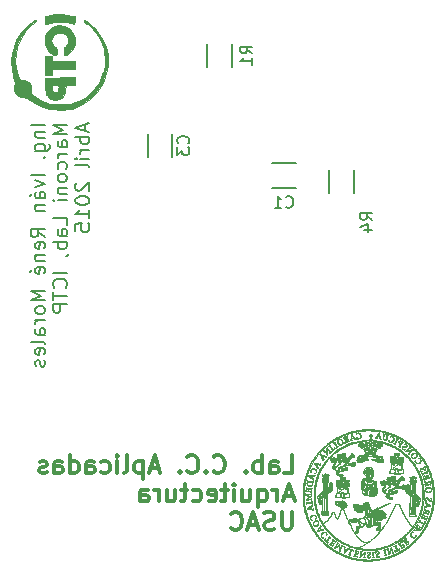
<source format=gbo>
G04 #@! TF.FileFunction,Legend,Bot*
%FSLAX46Y46*%
G04 Gerber Fmt 4.6, Leading zero omitted, Abs format (unit mm)*
G04 Created by KiCad (PCBNEW (after 2015-mar-04 BZR unknown)-product) date 16/04/2015 11:47:33*
%MOMM*%
G01*
G04 APERTURE LIST*
%ADD10C,0.100000*%
%ADD11C,0.200000*%
%ADD12C,0.300000*%
%ADD13C,0.150000*%
%ADD14R,1.727200X1.727200*%
%ADD15O,1.727200X1.727200*%
%ADD16R,1.700000X2.000000*%
%ADD17R,2.000000X1.600000*%
%ADD18R,1.600000X2.000000*%
%ADD19R,2.032000X1.727200*%
%ADD20O,2.032000X1.727200*%
%ADD21R,1.397000X1.397000*%
%ADD22C,1.397000*%
%ADD23C,1.000760*%
G04 APERTURE END LIST*
D10*
D11*
X106862857Y-60745714D02*
X105662857Y-60745714D01*
X106062857Y-61317143D02*
X106862857Y-61317143D01*
X106177143Y-61317143D02*
X106120000Y-61374286D01*
X106062857Y-61488572D01*
X106062857Y-61660000D01*
X106120000Y-61774286D01*
X106234286Y-61831429D01*
X106862857Y-61831429D01*
X106062857Y-62917143D02*
X107034286Y-62917143D01*
X107148571Y-62860000D01*
X107205714Y-62802857D01*
X107262857Y-62688572D01*
X107262857Y-62517143D01*
X107205714Y-62402857D01*
X106805714Y-62917143D02*
X106862857Y-62802857D01*
X106862857Y-62574286D01*
X106805714Y-62460000D01*
X106748571Y-62402857D01*
X106634286Y-62345714D01*
X106291429Y-62345714D01*
X106177143Y-62402857D01*
X106120000Y-62460000D01*
X106062857Y-62574286D01*
X106062857Y-62802857D01*
X106120000Y-62917143D01*
X106748571Y-63488571D02*
X106805714Y-63545714D01*
X106862857Y-63488571D01*
X106805714Y-63431428D01*
X106748571Y-63488571D01*
X106862857Y-63488571D01*
X106862857Y-64974286D02*
X105662857Y-64974286D01*
X106062857Y-65431430D02*
X106862857Y-65717144D01*
X106062857Y-66002858D01*
X106862857Y-66974287D02*
X106234286Y-66974287D01*
X106120000Y-66917144D01*
X106062857Y-66802858D01*
X106062857Y-66574287D01*
X106120000Y-66460001D01*
X106805714Y-66974287D02*
X106862857Y-66860001D01*
X106862857Y-66574287D01*
X106805714Y-66460001D01*
X106691429Y-66402858D01*
X106577143Y-66402858D01*
X106462857Y-66460001D01*
X106405714Y-66574287D01*
X106405714Y-66860001D01*
X106348571Y-66974287D01*
X105605714Y-66802858D02*
X105777143Y-66631430D01*
X106062857Y-67545715D02*
X106862857Y-67545715D01*
X106177143Y-67545715D02*
X106120000Y-67602858D01*
X106062857Y-67717144D01*
X106062857Y-67888572D01*
X106120000Y-68002858D01*
X106234286Y-68060001D01*
X106862857Y-68060001D01*
X106862857Y-70231430D02*
X106291429Y-69831430D01*
X106862857Y-69545715D02*
X105662857Y-69545715D01*
X105662857Y-70002858D01*
X105720000Y-70117144D01*
X105777143Y-70174287D01*
X105891429Y-70231430D01*
X106062857Y-70231430D01*
X106177143Y-70174287D01*
X106234286Y-70117144D01*
X106291429Y-70002858D01*
X106291429Y-69545715D01*
X106805714Y-71202858D02*
X106862857Y-71088572D01*
X106862857Y-70860001D01*
X106805714Y-70745715D01*
X106691429Y-70688572D01*
X106234286Y-70688572D01*
X106120000Y-70745715D01*
X106062857Y-70860001D01*
X106062857Y-71088572D01*
X106120000Y-71202858D01*
X106234286Y-71260001D01*
X106348571Y-71260001D01*
X106462857Y-70688572D01*
X106062857Y-71774286D02*
X106862857Y-71774286D01*
X106177143Y-71774286D02*
X106120000Y-71831429D01*
X106062857Y-71945715D01*
X106062857Y-72117143D01*
X106120000Y-72231429D01*
X106234286Y-72288572D01*
X106862857Y-72288572D01*
X106805714Y-73317143D02*
X106862857Y-73202857D01*
X106862857Y-72974286D01*
X106805714Y-72860000D01*
X106691429Y-72802857D01*
X106234286Y-72802857D01*
X106120000Y-72860000D01*
X106062857Y-72974286D01*
X106062857Y-73202857D01*
X106120000Y-73317143D01*
X106234286Y-73374286D01*
X106348571Y-73374286D01*
X106462857Y-72802857D01*
X105605714Y-73202857D02*
X105777143Y-73031429D01*
X106862857Y-74802857D02*
X105662857Y-74802857D01*
X106520000Y-75202857D01*
X105662857Y-75602857D01*
X106862857Y-75602857D01*
X106862857Y-76345715D02*
X106805714Y-76231429D01*
X106748571Y-76174286D01*
X106634286Y-76117143D01*
X106291429Y-76117143D01*
X106177143Y-76174286D01*
X106120000Y-76231429D01*
X106062857Y-76345715D01*
X106062857Y-76517143D01*
X106120000Y-76631429D01*
X106177143Y-76688572D01*
X106291429Y-76745715D01*
X106634286Y-76745715D01*
X106748571Y-76688572D01*
X106805714Y-76631429D01*
X106862857Y-76517143D01*
X106862857Y-76345715D01*
X106862857Y-77260000D02*
X106062857Y-77260000D01*
X106291429Y-77260000D02*
X106177143Y-77317143D01*
X106120000Y-77374286D01*
X106062857Y-77488572D01*
X106062857Y-77602857D01*
X106862857Y-78517143D02*
X106234286Y-78517143D01*
X106120000Y-78460000D01*
X106062857Y-78345714D01*
X106062857Y-78117143D01*
X106120000Y-78002857D01*
X106805714Y-78517143D02*
X106862857Y-78402857D01*
X106862857Y-78117143D01*
X106805714Y-78002857D01*
X106691429Y-77945714D01*
X106577143Y-77945714D01*
X106462857Y-78002857D01*
X106405714Y-78117143D01*
X106405714Y-78402857D01*
X106348571Y-78517143D01*
X106862857Y-79260000D02*
X106805714Y-79145714D01*
X106691429Y-79088571D01*
X105662857Y-79088571D01*
X106805714Y-80174285D02*
X106862857Y-80059999D01*
X106862857Y-79831428D01*
X106805714Y-79717142D01*
X106691429Y-79659999D01*
X106234286Y-79659999D01*
X106120000Y-79717142D01*
X106062857Y-79831428D01*
X106062857Y-80059999D01*
X106120000Y-80174285D01*
X106234286Y-80231428D01*
X106348571Y-80231428D01*
X106462857Y-79659999D01*
X106805714Y-80688570D02*
X106862857Y-80802856D01*
X106862857Y-81031428D01*
X106805714Y-81145713D01*
X106691429Y-81202856D01*
X106634286Y-81202856D01*
X106520000Y-81145713D01*
X106462857Y-81031428D01*
X106462857Y-80859999D01*
X106405714Y-80745713D01*
X106291429Y-80688570D01*
X106234286Y-80688570D01*
X106120000Y-80745713D01*
X106062857Y-80859999D01*
X106062857Y-81031428D01*
X106120000Y-81145713D01*
X108742857Y-60745714D02*
X107542857Y-60745714D01*
X108400000Y-61145714D01*
X107542857Y-61545714D01*
X108742857Y-61545714D01*
X108742857Y-62631429D02*
X108114286Y-62631429D01*
X108000000Y-62574286D01*
X107942857Y-62460000D01*
X107942857Y-62231429D01*
X108000000Y-62117143D01*
X108685714Y-62631429D02*
X108742857Y-62517143D01*
X108742857Y-62231429D01*
X108685714Y-62117143D01*
X108571429Y-62060000D01*
X108457143Y-62060000D01*
X108342857Y-62117143D01*
X108285714Y-62231429D01*
X108285714Y-62517143D01*
X108228571Y-62631429D01*
X108742857Y-63202857D02*
X107942857Y-63202857D01*
X108171429Y-63202857D02*
X108057143Y-63260000D01*
X108000000Y-63317143D01*
X107942857Y-63431429D01*
X107942857Y-63545714D01*
X108685714Y-64460000D02*
X108742857Y-64345714D01*
X108742857Y-64117143D01*
X108685714Y-64002857D01*
X108628571Y-63945714D01*
X108514286Y-63888571D01*
X108171429Y-63888571D01*
X108057143Y-63945714D01*
X108000000Y-64002857D01*
X107942857Y-64117143D01*
X107942857Y-64345714D01*
X108000000Y-64460000D01*
X108742857Y-65145714D02*
X108685714Y-65031428D01*
X108628571Y-64974285D01*
X108514286Y-64917142D01*
X108171429Y-64917142D01*
X108057143Y-64974285D01*
X108000000Y-65031428D01*
X107942857Y-65145714D01*
X107942857Y-65317142D01*
X108000000Y-65431428D01*
X108057143Y-65488571D01*
X108171429Y-65545714D01*
X108514286Y-65545714D01*
X108628571Y-65488571D01*
X108685714Y-65431428D01*
X108742857Y-65317142D01*
X108742857Y-65145714D01*
X107942857Y-66059999D02*
X108742857Y-66059999D01*
X108057143Y-66059999D02*
X108000000Y-66117142D01*
X107942857Y-66231428D01*
X107942857Y-66402856D01*
X108000000Y-66517142D01*
X108114286Y-66574285D01*
X108742857Y-66574285D01*
X108742857Y-67145713D02*
X107942857Y-67145713D01*
X107542857Y-67145713D02*
X107600000Y-67088570D01*
X107657143Y-67145713D01*
X107600000Y-67202856D01*
X107542857Y-67145713D01*
X107657143Y-67145713D01*
X108742857Y-69202857D02*
X108742857Y-68631428D01*
X107542857Y-68631428D01*
X108742857Y-70117143D02*
X108114286Y-70117143D01*
X108000000Y-70060000D01*
X107942857Y-69945714D01*
X107942857Y-69717143D01*
X108000000Y-69602857D01*
X108685714Y-70117143D02*
X108742857Y-70002857D01*
X108742857Y-69717143D01*
X108685714Y-69602857D01*
X108571429Y-69545714D01*
X108457143Y-69545714D01*
X108342857Y-69602857D01*
X108285714Y-69717143D01*
X108285714Y-70002857D01*
X108228571Y-70117143D01*
X108742857Y-70688571D02*
X107542857Y-70688571D01*
X108000000Y-70688571D02*
X107942857Y-70802857D01*
X107942857Y-71031428D01*
X108000000Y-71145714D01*
X108057143Y-71202857D01*
X108171429Y-71260000D01*
X108514286Y-71260000D01*
X108628571Y-71202857D01*
X108685714Y-71145714D01*
X108742857Y-71031428D01*
X108742857Y-70802857D01*
X108685714Y-70688571D01*
X108685714Y-71831428D02*
X108742857Y-71831428D01*
X108857143Y-71774285D01*
X108914286Y-71717142D01*
X108742857Y-73260000D02*
X107542857Y-73260000D01*
X108628571Y-74517144D02*
X108685714Y-74460001D01*
X108742857Y-74288572D01*
X108742857Y-74174286D01*
X108685714Y-74002858D01*
X108571429Y-73888572D01*
X108457143Y-73831429D01*
X108228571Y-73774286D01*
X108057143Y-73774286D01*
X107828571Y-73831429D01*
X107714286Y-73888572D01*
X107600000Y-74002858D01*
X107542857Y-74174286D01*
X107542857Y-74288572D01*
X107600000Y-74460001D01*
X107657143Y-74517144D01*
X107542857Y-74860001D02*
X107542857Y-75545715D01*
X108742857Y-75202858D02*
X107542857Y-75202858D01*
X108742857Y-75945715D02*
X107542857Y-75945715D01*
X107542857Y-76402858D01*
X107600000Y-76517144D01*
X107657143Y-76574287D01*
X107771429Y-76631430D01*
X107942857Y-76631430D01*
X108057143Y-76574287D01*
X108114286Y-76517144D01*
X108171429Y-76402858D01*
X108171429Y-75945715D01*
X110280000Y-60688571D02*
X110280000Y-61260000D01*
X110622857Y-60574286D02*
X109422857Y-60974286D01*
X110622857Y-61374286D01*
X110622857Y-61774285D02*
X109422857Y-61774285D01*
X109880000Y-61774285D02*
X109822857Y-61888571D01*
X109822857Y-62117142D01*
X109880000Y-62231428D01*
X109937143Y-62288571D01*
X110051429Y-62345714D01*
X110394286Y-62345714D01*
X110508571Y-62288571D01*
X110565714Y-62231428D01*
X110622857Y-62117142D01*
X110622857Y-61888571D01*
X110565714Y-61774285D01*
X110622857Y-62859999D02*
X109822857Y-62859999D01*
X110051429Y-62859999D02*
X109937143Y-62917142D01*
X109880000Y-62974285D01*
X109822857Y-63088571D01*
X109822857Y-63202856D01*
X110622857Y-63602856D02*
X109822857Y-63602856D01*
X109422857Y-63602856D02*
X109480000Y-63545713D01*
X109537143Y-63602856D01*
X109480000Y-63659999D01*
X109422857Y-63602856D01*
X109537143Y-63602856D01*
X110622857Y-64345714D02*
X110565714Y-64231428D01*
X110451429Y-64174285D01*
X109422857Y-64174285D01*
X109537143Y-65659999D02*
X109480000Y-65717142D01*
X109422857Y-65831428D01*
X109422857Y-66117142D01*
X109480000Y-66231428D01*
X109537143Y-66288571D01*
X109651429Y-66345714D01*
X109765714Y-66345714D01*
X109937143Y-66288571D01*
X110622857Y-65602857D01*
X110622857Y-66345714D01*
X109422857Y-67088571D02*
X109422857Y-67202856D01*
X109480000Y-67317142D01*
X109537143Y-67374285D01*
X109651429Y-67431428D01*
X109880000Y-67488571D01*
X110165714Y-67488571D01*
X110394286Y-67431428D01*
X110508571Y-67374285D01*
X110565714Y-67317142D01*
X110622857Y-67202856D01*
X110622857Y-67088571D01*
X110565714Y-66974285D01*
X110508571Y-66917142D01*
X110394286Y-66859999D01*
X110165714Y-66802856D01*
X109880000Y-66802856D01*
X109651429Y-66859999D01*
X109537143Y-66917142D01*
X109480000Y-66974285D01*
X109422857Y-67088571D01*
X110622857Y-68631428D02*
X110622857Y-67945713D01*
X110622857Y-68288571D02*
X109422857Y-68288571D01*
X109594286Y-68174285D01*
X109708571Y-68059999D01*
X109765714Y-67945713D01*
X109422857Y-69717142D02*
X109422857Y-69145713D01*
X109994286Y-69088570D01*
X109937143Y-69145713D01*
X109880000Y-69259999D01*
X109880000Y-69545713D01*
X109937143Y-69659999D01*
X109994286Y-69717142D01*
X110108571Y-69774285D01*
X110394286Y-69774285D01*
X110508571Y-69717142D01*
X110565714Y-69659999D01*
X110622857Y-69545713D01*
X110622857Y-69259999D01*
X110565714Y-69145713D01*
X110508571Y-69088570D01*
D12*
X127071571Y-90226571D02*
X127785857Y-90226571D01*
X127785857Y-88726571D01*
X125928714Y-90226571D02*
X125928714Y-89440857D01*
X126000143Y-89298000D01*
X126143000Y-89226571D01*
X126428714Y-89226571D01*
X126571571Y-89298000D01*
X125928714Y-90155143D02*
X126071571Y-90226571D01*
X126428714Y-90226571D01*
X126571571Y-90155143D01*
X126643000Y-90012286D01*
X126643000Y-89869429D01*
X126571571Y-89726571D01*
X126428714Y-89655143D01*
X126071571Y-89655143D01*
X125928714Y-89583714D01*
X125214428Y-90226571D02*
X125214428Y-88726571D01*
X125214428Y-89298000D02*
X125071571Y-89226571D01*
X124785857Y-89226571D01*
X124643000Y-89298000D01*
X124571571Y-89369429D01*
X124500142Y-89512286D01*
X124500142Y-89940857D01*
X124571571Y-90083714D01*
X124643000Y-90155143D01*
X124785857Y-90226571D01*
X125071571Y-90226571D01*
X125214428Y-90155143D01*
X123857285Y-90083714D02*
X123785857Y-90155143D01*
X123857285Y-90226571D01*
X123928714Y-90155143D01*
X123857285Y-90083714D01*
X123857285Y-90226571D01*
X121142999Y-90083714D02*
X121214428Y-90155143D01*
X121428714Y-90226571D01*
X121571571Y-90226571D01*
X121785856Y-90155143D01*
X121928714Y-90012286D01*
X122000142Y-89869429D01*
X122071571Y-89583714D01*
X122071571Y-89369429D01*
X122000142Y-89083714D01*
X121928714Y-88940857D01*
X121785856Y-88798000D01*
X121571571Y-88726571D01*
X121428714Y-88726571D01*
X121214428Y-88798000D01*
X121142999Y-88869429D01*
X120500142Y-90083714D02*
X120428714Y-90155143D01*
X120500142Y-90226571D01*
X120571571Y-90155143D01*
X120500142Y-90083714D01*
X120500142Y-90226571D01*
X118928713Y-90083714D02*
X119000142Y-90155143D01*
X119214428Y-90226571D01*
X119357285Y-90226571D01*
X119571570Y-90155143D01*
X119714428Y-90012286D01*
X119785856Y-89869429D01*
X119857285Y-89583714D01*
X119857285Y-89369429D01*
X119785856Y-89083714D01*
X119714428Y-88940857D01*
X119571570Y-88798000D01*
X119357285Y-88726571D01*
X119214428Y-88726571D01*
X119000142Y-88798000D01*
X118928713Y-88869429D01*
X118285856Y-90083714D02*
X118214428Y-90155143D01*
X118285856Y-90226571D01*
X118357285Y-90155143D01*
X118285856Y-90083714D01*
X118285856Y-90226571D01*
X116500142Y-89798000D02*
X115785856Y-89798000D01*
X116642999Y-90226571D02*
X116142999Y-88726571D01*
X115642999Y-90226571D01*
X115142999Y-89226571D02*
X115142999Y-90726571D01*
X115142999Y-89298000D02*
X115000142Y-89226571D01*
X114714428Y-89226571D01*
X114571571Y-89298000D01*
X114500142Y-89369429D01*
X114428713Y-89512286D01*
X114428713Y-89940857D01*
X114500142Y-90083714D01*
X114571571Y-90155143D01*
X114714428Y-90226571D01*
X115000142Y-90226571D01*
X115142999Y-90155143D01*
X113571570Y-90226571D02*
X113714428Y-90155143D01*
X113785856Y-90012286D01*
X113785856Y-88726571D01*
X113000142Y-90226571D02*
X113000142Y-89226571D01*
X113000142Y-88726571D02*
X113071571Y-88798000D01*
X113000142Y-88869429D01*
X112928714Y-88798000D01*
X113000142Y-88726571D01*
X113000142Y-88869429D01*
X111642999Y-90155143D02*
X111785856Y-90226571D01*
X112071570Y-90226571D01*
X112214428Y-90155143D01*
X112285856Y-90083714D01*
X112357285Y-89940857D01*
X112357285Y-89512286D01*
X112285856Y-89369429D01*
X112214428Y-89298000D01*
X112071570Y-89226571D01*
X111785856Y-89226571D01*
X111642999Y-89298000D01*
X110357285Y-90226571D02*
X110357285Y-89440857D01*
X110428714Y-89298000D01*
X110571571Y-89226571D01*
X110857285Y-89226571D01*
X111000142Y-89298000D01*
X110357285Y-90155143D02*
X110500142Y-90226571D01*
X110857285Y-90226571D01*
X111000142Y-90155143D01*
X111071571Y-90012286D01*
X111071571Y-89869429D01*
X111000142Y-89726571D01*
X110857285Y-89655143D01*
X110500142Y-89655143D01*
X110357285Y-89583714D01*
X109000142Y-90226571D02*
X109000142Y-88726571D01*
X109000142Y-90155143D02*
X109142999Y-90226571D01*
X109428713Y-90226571D01*
X109571571Y-90155143D01*
X109642999Y-90083714D01*
X109714428Y-89940857D01*
X109714428Y-89512286D01*
X109642999Y-89369429D01*
X109571571Y-89298000D01*
X109428713Y-89226571D01*
X109142999Y-89226571D01*
X109000142Y-89298000D01*
X107642999Y-90226571D02*
X107642999Y-89440857D01*
X107714428Y-89298000D01*
X107857285Y-89226571D01*
X108142999Y-89226571D01*
X108285856Y-89298000D01*
X107642999Y-90155143D02*
X107785856Y-90226571D01*
X108142999Y-90226571D01*
X108285856Y-90155143D01*
X108357285Y-90012286D01*
X108357285Y-89869429D01*
X108285856Y-89726571D01*
X108142999Y-89655143D01*
X107785856Y-89655143D01*
X107642999Y-89583714D01*
X107000142Y-90155143D02*
X106857285Y-90226571D01*
X106571570Y-90226571D01*
X106428713Y-90155143D01*
X106357285Y-90012286D01*
X106357285Y-89940857D01*
X106428713Y-89798000D01*
X106571570Y-89726571D01*
X106785856Y-89726571D01*
X106928713Y-89655143D01*
X107000142Y-89512286D01*
X107000142Y-89440857D01*
X106928713Y-89298000D01*
X106785856Y-89226571D01*
X106571570Y-89226571D01*
X106428713Y-89298000D01*
X127857286Y-92198000D02*
X127143000Y-92198000D01*
X128000143Y-92626571D02*
X127500143Y-91126571D01*
X127000143Y-92626571D01*
X126500143Y-92626571D02*
X126500143Y-91626571D01*
X126500143Y-91912286D02*
X126428715Y-91769429D01*
X126357286Y-91698000D01*
X126214429Y-91626571D01*
X126071572Y-91626571D01*
X124928715Y-91626571D02*
X124928715Y-93126571D01*
X124928715Y-92555143D02*
X125071572Y-92626571D01*
X125357286Y-92626571D01*
X125500144Y-92555143D01*
X125571572Y-92483714D01*
X125643001Y-92340857D01*
X125643001Y-91912286D01*
X125571572Y-91769429D01*
X125500144Y-91698000D01*
X125357286Y-91626571D01*
X125071572Y-91626571D01*
X124928715Y-91698000D01*
X123571572Y-91626571D02*
X123571572Y-92626571D01*
X124214429Y-91626571D02*
X124214429Y-92412286D01*
X124143001Y-92555143D01*
X124000143Y-92626571D01*
X123785858Y-92626571D01*
X123643001Y-92555143D01*
X123571572Y-92483714D01*
X122857286Y-92626571D02*
X122857286Y-91626571D01*
X122857286Y-91126571D02*
X122928715Y-91198000D01*
X122857286Y-91269429D01*
X122785858Y-91198000D01*
X122857286Y-91126571D01*
X122857286Y-91269429D01*
X122357286Y-91626571D02*
X121785857Y-91626571D01*
X122143000Y-91126571D02*
X122143000Y-92412286D01*
X122071572Y-92555143D01*
X121928714Y-92626571D01*
X121785857Y-92626571D01*
X120714429Y-92555143D02*
X120857286Y-92626571D01*
X121143000Y-92626571D01*
X121285857Y-92555143D01*
X121357286Y-92412286D01*
X121357286Y-91840857D01*
X121285857Y-91698000D01*
X121143000Y-91626571D01*
X120857286Y-91626571D01*
X120714429Y-91698000D01*
X120643000Y-91840857D01*
X120643000Y-91983714D01*
X121357286Y-92126571D01*
X119357286Y-92555143D02*
X119500143Y-92626571D01*
X119785857Y-92626571D01*
X119928715Y-92555143D01*
X120000143Y-92483714D01*
X120071572Y-92340857D01*
X120071572Y-91912286D01*
X120000143Y-91769429D01*
X119928715Y-91698000D01*
X119785857Y-91626571D01*
X119500143Y-91626571D01*
X119357286Y-91698000D01*
X118928715Y-91626571D02*
X118357286Y-91626571D01*
X118714429Y-91126571D02*
X118714429Y-92412286D01*
X118643001Y-92555143D01*
X118500143Y-92626571D01*
X118357286Y-92626571D01*
X117214429Y-91626571D02*
X117214429Y-92626571D01*
X117857286Y-91626571D02*
X117857286Y-92412286D01*
X117785858Y-92555143D01*
X117643000Y-92626571D01*
X117428715Y-92626571D01*
X117285858Y-92555143D01*
X117214429Y-92483714D01*
X116500143Y-92626571D02*
X116500143Y-91626571D01*
X116500143Y-91912286D02*
X116428715Y-91769429D01*
X116357286Y-91698000D01*
X116214429Y-91626571D01*
X116071572Y-91626571D01*
X114928715Y-92626571D02*
X114928715Y-91840857D01*
X115000144Y-91698000D01*
X115143001Y-91626571D01*
X115428715Y-91626571D01*
X115571572Y-91698000D01*
X114928715Y-92555143D02*
X115071572Y-92626571D01*
X115428715Y-92626571D01*
X115571572Y-92555143D01*
X115643001Y-92412286D01*
X115643001Y-92269429D01*
X115571572Y-92126571D01*
X115428715Y-92055143D01*
X115071572Y-92055143D01*
X114928715Y-91983714D01*
X127785857Y-93526571D02*
X127785857Y-94740857D01*
X127714429Y-94883714D01*
X127643000Y-94955143D01*
X127500143Y-95026571D01*
X127214429Y-95026571D01*
X127071571Y-94955143D01*
X127000143Y-94883714D01*
X126928714Y-94740857D01*
X126928714Y-93526571D01*
X126285857Y-94955143D02*
X126071571Y-95026571D01*
X125714428Y-95026571D01*
X125571571Y-94955143D01*
X125500142Y-94883714D01*
X125428714Y-94740857D01*
X125428714Y-94598000D01*
X125500142Y-94455143D01*
X125571571Y-94383714D01*
X125714428Y-94312286D01*
X126000142Y-94240857D01*
X126143000Y-94169429D01*
X126214428Y-94098000D01*
X126285857Y-93955143D01*
X126285857Y-93812286D01*
X126214428Y-93669429D01*
X126143000Y-93598000D01*
X126000142Y-93526571D01*
X125643000Y-93526571D01*
X125428714Y-93598000D01*
X124857286Y-94598000D02*
X124143000Y-94598000D01*
X125000143Y-95026571D02*
X124500143Y-93526571D01*
X124000143Y-95026571D01*
X122643000Y-94883714D02*
X122714429Y-94955143D01*
X122928715Y-95026571D01*
X123071572Y-95026571D01*
X123285857Y-94955143D01*
X123428715Y-94812286D01*
X123500143Y-94669429D01*
X123571572Y-94383714D01*
X123571572Y-94169429D01*
X123500143Y-93883714D01*
X123428715Y-93740857D01*
X123285857Y-93598000D01*
X123071572Y-93526571D01*
X122928715Y-93526571D01*
X122714429Y-93598000D01*
X122643000Y-93669429D01*
D10*
G36*
X108031562Y-59455367D02*
X108429625Y-59448854D01*
X108795764Y-59418424D01*
X109097805Y-59363719D01*
X109116000Y-59358895D01*
X109652834Y-59167566D01*
X110177501Y-58895386D01*
X110665742Y-58558145D01*
X111093299Y-58171632D01*
X111297863Y-57938697D01*
X111620424Y-57461810D01*
X111877558Y-56928947D01*
X112063617Y-56360771D01*
X112172956Y-55777941D01*
X112199928Y-55201119D01*
X112161660Y-54778163D01*
X112017451Y-54173389D01*
X111782630Y-53592919D01*
X111466181Y-53054125D01*
X111077085Y-52574373D01*
X110962081Y-52458510D01*
X110714071Y-52230824D01*
X110500465Y-52057509D01*
X110328761Y-51943182D01*
X110206454Y-51892457D01*
X110141041Y-51909949D01*
X110132000Y-51947498D01*
X110170053Y-51991868D01*
X110271266Y-52079025D01*
X110416225Y-52192564D01*
X110466685Y-52230312D01*
X110845605Y-52565367D01*
X111191474Y-52977333D01*
X111488889Y-53443062D01*
X111722446Y-53939409D01*
X111840053Y-54294000D01*
X111902040Y-54618733D01*
X111933618Y-55001221D01*
X111935218Y-55406521D01*
X111907269Y-55799691D01*
X111850202Y-56145790D01*
X111815655Y-56275200D01*
X111630350Y-56777830D01*
X111401082Y-57213818D01*
X111108643Y-57615060D01*
X110819835Y-57928934D01*
X110598293Y-58144130D01*
X110413282Y-58304203D01*
X110235139Y-58431110D01*
X110034203Y-58546805D01*
X109878000Y-58626060D01*
X109633578Y-58737536D01*
X109379742Y-58839087D01*
X109155828Y-58915518D01*
X109065200Y-58940074D01*
X108789985Y-58984328D01*
X108452472Y-59009075D01*
X108088553Y-59014294D01*
X107734122Y-58999967D01*
X107425069Y-58966071D01*
X107295752Y-58941071D01*
X106898273Y-58815570D01*
X106481391Y-58628567D01*
X106086648Y-58399853D01*
X105929251Y-58290044D01*
X105770411Y-58168748D01*
X105680509Y-58086170D01*
X105645283Y-58022717D01*
X105650468Y-57958796D01*
X105662551Y-57923698D01*
X105713822Y-57662278D01*
X105674838Y-57416313D01*
X105556936Y-57202794D01*
X105371449Y-57038713D01*
X105129712Y-56941062D01*
X104994796Y-56922647D01*
X104772600Y-56910200D01*
X104609648Y-56501977D01*
X104432816Y-55926979D01*
X104356412Y-55342973D01*
X104380153Y-54754361D01*
X104503755Y-54165547D01*
X104726934Y-53580934D01*
X104808048Y-53417023D01*
X104979218Y-53136204D01*
X105203751Y-52836484D01*
X105456646Y-52546844D01*
X105712903Y-52296267D01*
X105911535Y-52137816D01*
X106035925Y-52034975D01*
X106109044Y-51941671D01*
X106120470Y-51876052D01*
X106073588Y-51855600D01*
X105999244Y-51887403D01*
X105869160Y-51972767D01*
X105702510Y-52096622D01*
X105518472Y-52243900D01*
X105336221Y-52399533D01*
X105174934Y-52548451D01*
X105113671Y-52609914D01*
X104733044Y-53077113D01*
X104429467Y-53600427D01*
X104205423Y-54166964D01*
X104063391Y-54763834D01*
X104005854Y-55378143D01*
X104035292Y-55997001D01*
X104154186Y-56607517D01*
X104273536Y-56975195D01*
X104322229Y-57134820D01*
X104321966Y-57250104D01*
X104297472Y-57320485D01*
X104245544Y-57531572D01*
X104251537Y-57771362D01*
X104312521Y-57988682D01*
X104338564Y-58037739D01*
X104506747Y-58237292D01*
X104721731Y-58351434D01*
X104974125Y-58387294D01*
X105118135Y-58397256D01*
X105240371Y-58431237D01*
X105373333Y-58502915D01*
X105549524Y-58625969D01*
X105560595Y-58634117D01*
X106114978Y-58984904D01*
X106704446Y-59249287D01*
X106967592Y-59334988D01*
X107268370Y-59398076D01*
X107633752Y-59438322D01*
X108031562Y-59455367D01*
X108031562Y-59455367D01*
X108031562Y-59455367D01*
G37*
X108031562Y-59455367D02*
X108429625Y-59448854D01*
X108795764Y-59418424D01*
X109097805Y-59363719D01*
X109116000Y-59358895D01*
X109652834Y-59167566D01*
X110177501Y-58895386D01*
X110665742Y-58558145D01*
X111093299Y-58171632D01*
X111297863Y-57938697D01*
X111620424Y-57461810D01*
X111877558Y-56928947D01*
X112063617Y-56360771D01*
X112172956Y-55777941D01*
X112199928Y-55201119D01*
X112161660Y-54778163D01*
X112017451Y-54173389D01*
X111782630Y-53592919D01*
X111466181Y-53054125D01*
X111077085Y-52574373D01*
X110962081Y-52458510D01*
X110714071Y-52230824D01*
X110500465Y-52057509D01*
X110328761Y-51943182D01*
X110206454Y-51892457D01*
X110141041Y-51909949D01*
X110132000Y-51947498D01*
X110170053Y-51991868D01*
X110271266Y-52079025D01*
X110416225Y-52192564D01*
X110466685Y-52230312D01*
X110845605Y-52565367D01*
X111191474Y-52977333D01*
X111488889Y-53443062D01*
X111722446Y-53939409D01*
X111840053Y-54294000D01*
X111902040Y-54618733D01*
X111933618Y-55001221D01*
X111935218Y-55406521D01*
X111907269Y-55799691D01*
X111850202Y-56145790D01*
X111815655Y-56275200D01*
X111630350Y-56777830D01*
X111401082Y-57213818D01*
X111108643Y-57615060D01*
X110819835Y-57928934D01*
X110598293Y-58144130D01*
X110413282Y-58304203D01*
X110235139Y-58431110D01*
X110034203Y-58546805D01*
X109878000Y-58626060D01*
X109633578Y-58737536D01*
X109379742Y-58839087D01*
X109155828Y-58915518D01*
X109065200Y-58940074D01*
X108789985Y-58984328D01*
X108452472Y-59009075D01*
X108088553Y-59014294D01*
X107734122Y-58999967D01*
X107425069Y-58966071D01*
X107295752Y-58941071D01*
X106898273Y-58815570D01*
X106481391Y-58628567D01*
X106086648Y-58399853D01*
X105929251Y-58290044D01*
X105770411Y-58168748D01*
X105680509Y-58086170D01*
X105645283Y-58022717D01*
X105650468Y-57958796D01*
X105662551Y-57923698D01*
X105713822Y-57662278D01*
X105674838Y-57416313D01*
X105556936Y-57202794D01*
X105371449Y-57038713D01*
X105129712Y-56941062D01*
X104994796Y-56922647D01*
X104772600Y-56910200D01*
X104609648Y-56501977D01*
X104432816Y-55926979D01*
X104356412Y-55342973D01*
X104380153Y-54754361D01*
X104503755Y-54165547D01*
X104726934Y-53580934D01*
X104808048Y-53417023D01*
X104979218Y-53136204D01*
X105203751Y-52836484D01*
X105456646Y-52546844D01*
X105712903Y-52296267D01*
X105911535Y-52137816D01*
X106035925Y-52034975D01*
X106109044Y-51941671D01*
X106120470Y-51876052D01*
X106073588Y-51855600D01*
X105999244Y-51887403D01*
X105869160Y-51972767D01*
X105702510Y-52096622D01*
X105518472Y-52243900D01*
X105336221Y-52399533D01*
X105174934Y-52548451D01*
X105113671Y-52609914D01*
X104733044Y-53077113D01*
X104429467Y-53600427D01*
X104205423Y-54166964D01*
X104063391Y-54763834D01*
X104005854Y-55378143D01*
X104035292Y-55997001D01*
X104154186Y-56607517D01*
X104273536Y-56975195D01*
X104322229Y-57134820D01*
X104321966Y-57250104D01*
X104297472Y-57320485D01*
X104245544Y-57531572D01*
X104251537Y-57771362D01*
X104312521Y-57988682D01*
X104338564Y-58037739D01*
X104506747Y-58237292D01*
X104721731Y-58351434D01*
X104974125Y-58387294D01*
X105118135Y-58397256D01*
X105240371Y-58431237D01*
X105373333Y-58502915D01*
X105549524Y-58625969D01*
X105560595Y-58634117D01*
X106114978Y-58984904D01*
X106704446Y-59249287D01*
X106967592Y-59334988D01*
X107268370Y-59398076D01*
X107633752Y-59438322D01*
X108031562Y-59455367D01*
X108031562Y-59455367D01*
G36*
X107765504Y-54853294D02*
X107822374Y-54790804D01*
X107843869Y-54639879D01*
X107845678Y-54535300D01*
X107841904Y-54358489D01*
X107823546Y-54252897D01*
X107779380Y-54188199D01*
X107698178Y-54134068D01*
X107696871Y-54133324D01*
X107522025Y-53983996D01*
X107424942Y-53794086D01*
X107402048Y-53583895D01*
X107449767Y-53373725D01*
X107564526Y-53183876D01*
X107742750Y-53034650D01*
X107902490Y-52965493D01*
X108154275Y-52932417D01*
X108386058Y-52977803D01*
X108584821Y-53087176D01*
X108737548Y-53246057D01*
X108831221Y-53439971D01*
X108852826Y-53654440D01*
X108789344Y-53874988D01*
X108762928Y-53922457D01*
X108668307Y-54046970D01*
X108569113Y-54134832D01*
X108559918Y-54140145D01*
X108501967Y-54186191D01*
X108470171Y-54263522D01*
X108457279Y-54398844D01*
X108455600Y-54524387D01*
X108463206Y-54704371D01*
X108483848Y-54820097D01*
X108508423Y-54852800D01*
X108627903Y-54819636D01*
X108785724Y-54733992D01*
X108949819Y-54616634D01*
X109088121Y-54488328D01*
X109109668Y-54463419D01*
X109291398Y-54168323D01*
X109394309Y-53833532D01*
X109413548Y-53485839D01*
X109346216Y-53157476D01*
X109189131Y-52856047D01*
X108964981Y-52616140D01*
X108690798Y-52442267D01*
X108383613Y-52338939D01*
X108060458Y-52310666D01*
X107738365Y-52361958D01*
X107434365Y-52497327D01*
X107279902Y-52610231D01*
X107051497Y-52869409D01*
X106901003Y-53177799D01*
X106832851Y-53514452D01*
X106851470Y-53858417D01*
X106950773Y-54167000D01*
X107080853Y-54394774D01*
X107243066Y-54571933D01*
X107469782Y-54733188D01*
X107490400Y-54745676D01*
X107659449Y-54835525D01*
X107765504Y-54853294D01*
X107765504Y-54853294D01*
X107765504Y-54853294D01*
G37*
X107765504Y-54853294D02*
X107822374Y-54790804D01*
X107843869Y-54639879D01*
X107845678Y-54535300D01*
X107841904Y-54358489D01*
X107823546Y-54252897D01*
X107779380Y-54188199D01*
X107698178Y-54134068D01*
X107696871Y-54133324D01*
X107522025Y-53983996D01*
X107424942Y-53794086D01*
X107402048Y-53583895D01*
X107449767Y-53373725D01*
X107564526Y-53183876D01*
X107742750Y-53034650D01*
X107902490Y-52965493D01*
X108154275Y-52932417D01*
X108386058Y-52977803D01*
X108584821Y-53087176D01*
X108737548Y-53246057D01*
X108831221Y-53439971D01*
X108852826Y-53654440D01*
X108789344Y-53874988D01*
X108762928Y-53922457D01*
X108668307Y-54046970D01*
X108569113Y-54134832D01*
X108559918Y-54140145D01*
X108501967Y-54186191D01*
X108470171Y-54263522D01*
X108457279Y-54398844D01*
X108455600Y-54524387D01*
X108463206Y-54704371D01*
X108483848Y-54820097D01*
X108508423Y-54852800D01*
X108627903Y-54819636D01*
X108785724Y-54733992D01*
X108949819Y-54616634D01*
X109088121Y-54488328D01*
X109109668Y-54463419D01*
X109291398Y-54168323D01*
X109394309Y-53833532D01*
X109413548Y-53485839D01*
X109346216Y-53157476D01*
X109189131Y-52856047D01*
X108964981Y-52616140D01*
X108690798Y-52442267D01*
X108383613Y-52338939D01*
X108060458Y-52310666D01*
X107738365Y-52361958D01*
X107434365Y-52497327D01*
X107279902Y-52610231D01*
X107051497Y-52869409D01*
X106901003Y-53177799D01*
X106832851Y-53514452D01*
X106851470Y-53858417D01*
X106950773Y-54167000D01*
X107080853Y-54394774D01*
X107243066Y-54571933D01*
X107469782Y-54733188D01*
X107490400Y-54745676D01*
X107659449Y-54835525D01*
X107765504Y-54853294D01*
X107765504Y-54853294D01*
G36*
X106923814Y-52196013D02*
X106969700Y-52187813D01*
X107325452Y-52087623D01*
X107741342Y-52029771D01*
X108185148Y-52014258D01*
X108624649Y-52041084D01*
X109027624Y-52110249D01*
X109281100Y-52187813D01*
X109328847Y-52195519D01*
X109355707Y-52159274D01*
X109367486Y-52059540D01*
X109370000Y-51888822D01*
X109370000Y-51555575D01*
X109179500Y-51502412D01*
X108731607Y-51413851D01*
X108234931Y-51377404D01*
X107727924Y-51393097D01*
X107249032Y-51460955D01*
X107080297Y-51500996D01*
X106880800Y-51554716D01*
X106880800Y-51888393D01*
X106883646Y-52066425D01*
X106896052Y-52162455D01*
X106923814Y-52196013D01*
X106923814Y-52196013D01*
X106923814Y-52196013D01*
G37*
X106923814Y-52196013D02*
X106969700Y-52187813D01*
X107325452Y-52087623D01*
X107741342Y-52029771D01*
X108185148Y-52014258D01*
X108624649Y-52041084D01*
X109027624Y-52110249D01*
X109281100Y-52187813D01*
X109328847Y-52195519D01*
X109355707Y-52159274D01*
X109367486Y-52059540D01*
X109370000Y-51888822D01*
X109370000Y-51555575D01*
X109179500Y-51502412D01*
X108731607Y-51413851D01*
X108234931Y-51377404D01*
X107727924Y-51393097D01*
X107249032Y-51460955D01*
X107080297Y-51500996D01*
X106880800Y-51554716D01*
X106880800Y-51888393D01*
X106883646Y-52066425D01*
X106896052Y-52162455D01*
X106923814Y-52196013D01*
X106923814Y-52196013D01*
G36*
X107439600Y-56529200D02*
X107439600Y-56275200D01*
X107439600Y-56021200D01*
X108404800Y-56021200D01*
X109370000Y-56021200D01*
X109370000Y-55688980D01*
X109370000Y-55356761D01*
X108468300Y-55360891D01*
X108172743Y-55362114D01*
X107910548Y-55362954D01*
X107699407Y-55363373D01*
X107557013Y-55363335D01*
X107503100Y-55362910D01*
X107459055Y-55312853D01*
X107440171Y-55171505D01*
X107439600Y-55132200D01*
X107439600Y-54903600D01*
X107160200Y-54903600D01*
X106880800Y-54903600D01*
X106880800Y-55716400D01*
X106880800Y-56529200D01*
X107160200Y-56529200D01*
X107439600Y-56529200D01*
X107439600Y-56529200D01*
X107439600Y-56529200D01*
G37*
X107439600Y-56529200D02*
X107439600Y-56275200D01*
X107439600Y-56021200D01*
X108404800Y-56021200D01*
X109370000Y-56021200D01*
X109370000Y-55688980D01*
X109370000Y-55356761D01*
X108468300Y-55360891D01*
X108172743Y-55362114D01*
X107910548Y-55362954D01*
X107699407Y-55363373D01*
X107557013Y-55363335D01*
X107503100Y-55362910D01*
X107459055Y-55312853D01*
X107440171Y-55171505D01*
X107439600Y-55132200D01*
X107439600Y-54903600D01*
X107160200Y-54903600D01*
X106880800Y-54903600D01*
X106880800Y-55716400D01*
X106880800Y-56529200D01*
X107160200Y-56529200D01*
X107439600Y-56529200D01*
X107439600Y-56529200D01*
G36*
X107664354Y-58602466D02*
X107781952Y-58599984D01*
X108055646Y-58555705D01*
X108267654Y-58452773D01*
X108423409Y-58283475D01*
X108528347Y-58040097D01*
X108536040Y-57998090D01*
X107721337Y-57998090D01*
X107584775Y-57955716D01*
X107532500Y-57918326D01*
X107465673Y-57810196D01*
X107440266Y-57633108D01*
X107439600Y-57588126D01*
X107439600Y-57342000D01*
X107715275Y-57342000D01*
X107882581Y-57348761D01*
X107972958Y-57373847D01*
X108010465Y-57424463D01*
X108012162Y-57430900D01*
X108018497Y-57575088D01*
X107992096Y-57753330D01*
X107941884Y-57907017D01*
X107938657Y-57913500D01*
X107852577Y-57983860D01*
X107721337Y-57998090D01*
X108536040Y-57998090D01*
X108587901Y-57714925D01*
X108605595Y-57430900D01*
X108620004Y-57384986D01*
X108673810Y-57358033D01*
X108787505Y-57345288D01*
X108981579Y-57342002D01*
X108989000Y-57342000D01*
X109370000Y-57342000D01*
X109370000Y-57037200D01*
X109370000Y-56732400D01*
X108315900Y-56732959D01*
X107985395Y-56734670D01*
X107677644Y-56739120D01*
X107411498Y-56745811D01*
X107205807Y-56754249D01*
X107079422Y-56763937D01*
X107066390Y-56765802D01*
X106870980Y-56798087D01*
X106888590Y-57438343D01*
X106899079Y-57723019D01*
X106914369Y-57927367D01*
X106937579Y-58072644D01*
X106971829Y-58180108D01*
X107007800Y-58250654D01*
X107170223Y-58445004D01*
X107386063Y-58560915D01*
X107664354Y-58602466D01*
X107664354Y-58602466D01*
X107664354Y-58602466D01*
G37*
X107664354Y-58602466D02*
X107781952Y-58599984D01*
X108055646Y-58555705D01*
X108267654Y-58452773D01*
X108423409Y-58283475D01*
X108528347Y-58040097D01*
X108536040Y-57998090D01*
X107721337Y-57998090D01*
X107584775Y-57955716D01*
X107532500Y-57918326D01*
X107465673Y-57810196D01*
X107440266Y-57633108D01*
X107439600Y-57588126D01*
X107439600Y-57342000D01*
X107715275Y-57342000D01*
X107882581Y-57348761D01*
X107972958Y-57373847D01*
X108010465Y-57424463D01*
X108012162Y-57430900D01*
X108018497Y-57575088D01*
X107992096Y-57753330D01*
X107941884Y-57907017D01*
X107938657Y-57913500D01*
X107852577Y-57983860D01*
X107721337Y-57998090D01*
X108536040Y-57998090D01*
X108587901Y-57714925D01*
X108605595Y-57430900D01*
X108620004Y-57384986D01*
X108673810Y-57358033D01*
X108787505Y-57345288D01*
X108981579Y-57342002D01*
X108989000Y-57342000D01*
X109370000Y-57342000D01*
X109370000Y-57037200D01*
X109370000Y-56732400D01*
X108315900Y-56732959D01*
X107985395Y-56734670D01*
X107677644Y-56739120D01*
X107411498Y-56745811D01*
X107205807Y-56754249D01*
X107079422Y-56763937D01*
X107066390Y-56765802D01*
X106870980Y-56798087D01*
X106888590Y-57438343D01*
X106899079Y-57723019D01*
X106914369Y-57927367D01*
X106937579Y-58072644D01*
X106971829Y-58180108D01*
X107007800Y-58250654D01*
X107170223Y-58445004D01*
X107386063Y-58560915D01*
X107664354Y-58602466D01*
X107664354Y-58602466D01*
G36*
X128671934Y-92069319D02*
X128672040Y-92152840D01*
X128672758Y-92233413D01*
X128674099Y-92308545D01*
X128676075Y-92375742D01*
X128678696Y-92432512D01*
X128679936Y-92451860D01*
X128702374Y-92700364D01*
X128733902Y-92942447D01*
X128774295Y-93176923D01*
X128775396Y-93181990D01*
X128775396Y-92089806D01*
X128776201Y-91999944D01*
X128777835Y-91910295D01*
X128780257Y-91823714D01*
X128783430Y-91743053D01*
X128787314Y-91671166D01*
X128791870Y-91610906D01*
X128791903Y-91610543D01*
X128797093Y-91558769D01*
X128803876Y-91498664D01*
X128811912Y-91432670D01*
X128820862Y-91363225D01*
X128830386Y-91292771D01*
X128840143Y-91223749D01*
X128849795Y-91158598D01*
X128859001Y-91099760D01*
X128867421Y-91049674D01*
X128874715Y-91010782D01*
X128876791Y-91000943D01*
X128895371Y-90916664D01*
X128911246Y-90845589D01*
X128924652Y-90786712D01*
X128935823Y-90739022D01*
X128944993Y-90701513D01*
X128952398Y-90673174D01*
X128956179Y-90659857D01*
X128998399Y-90520020D01*
X129038805Y-90392201D01*
X129078259Y-90274154D01*
X129117626Y-90163633D01*
X129157768Y-90058391D01*
X129199548Y-89956181D01*
X129243829Y-89854756D01*
X129291474Y-89751871D01*
X129343346Y-89645278D01*
X129354539Y-89622847D01*
X129480367Y-89387230D01*
X129619632Y-89155669D01*
X129771546Y-88929325D01*
X129935323Y-88709362D01*
X130110177Y-88496941D01*
X130138391Y-88464572D01*
X130160866Y-88439867D01*
X130192110Y-88406789D01*
X130230432Y-88367029D01*
X130274144Y-88322280D01*
X130321554Y-88274231D01*
X130370974Y-88224575D01*
X130420713Y-88175003D01*
X130469083Y-88127205D01*
X130514392Y-88082874D01*
X130554951Y-88043701D01*
X130589071Y-88011376D01*
X130614057Y-87988483D01*
X130684588Y-87927230D01*
X130761789Y-87862918D01*
X130843101Y-87797519D01*
X130925967Y-87733003D01*
X131007828Y-87671339D01*
X131086125Y-87614496D01*
X131158302Y-87564446D01*
X131202621Y-87535271D01*
X131236577Y-87513509D01*
X131276899Y-87487663D01*
X131317739Y-87461482D01*
X131343400Y-87445029D01*
X131402111Y-87407735D01*
X131456044Y-87374349D01*
X131507442Y-87343647D01*
X131558548Y-87314402D01*
X131611606Y-87285390D01*
X131668857Y-87255383D01*
X131732546Y-87223158D01*
X131804915Y-87187488D01*
X131888207Y-87147148D01*
X131891314Y-87145652D01*
X132002797Y-87093861D01*
X132120231Y-87042708D01*
X132239773Y-86993734D01*
X132357578Y-86948480D01*
X132469800Y-86908485D01*
X132544457Y-86883977D01*
X132620122Y-86860320D01*
X132684884Y-86840442D01*
X132741603Y-86823518D01*
X132793140Y-86808724D01*
X132842356Y-86795236D01*
X132892114Y-86782231D01*
X132936343Y-86771095D01*
X132996981Y-86756250D01*
X133051307Y-86743501D01*
X133102107Y-86732319D01*
X133152168Y-86722176D01*
X133204276Y-86712542D01*
X133261217Y-86702889D01*
X133325779Y-86692689D01*
X133400747Y-86681412D01*
X133437086Y-86676070D01*
X133661299Y-86647381D01*
X133879972Y-86627981D01*
X134096031Y-86617843D01*
X134312406Y-86616939D01*
X134532023Y-86625240D01*
X134757812Y-86642719D01*
X134932057Y-86661723D01*
X135203241Y-86702009D01*
X135472860Y-86756705D01*
X135740804Y-86825781D01*
X136006965Y-86909208D01*
X136271232Y-87006955D01*
X136456057Y-87084331D01*
X136513103Y-87110280D01*
X136578506Y-87141565D01*
X136649678Y-87176829D01*
X136724031Y-87214713D01*
X136798979Y-87253862D01*
X136871933Y-87292917D01*
X136940307Y-87330522D01*
X137001512Y-87365320D01*
X137052962Y-87395953D01*
X137067789Y-87405189D01*
X137162373Y-87465357D01*
X137246470Y-87519800D01*
X137322172Y-87570032D01*
X137391571Y-87617567D01*
X137456759Y-87663919D01*
X137519830Y-87710603D01*
X137582875Y-87759133D01*
X137647986Y-87811024D01*
X137717256Y-87867790D01*
X137784114Y-87923650D01*
X137826362Y-87960043D01*
X137876012Y-88004214D01*
X137930281Y-88053601D01*
X137986388Y-88105640D01*
X138041549Y-88157770D01*
X138092982Y-88207428D01*
X138103584Y-88217829D01*
X138126399Y-88240967D01*
X138156420Y-88272396D01*
X138191253Y-88309519D01*
X138228507Y-88349737D01*
X138265788Y-88390454D01*
X138300706Y-88429070D01*
X138330867Y-88462990D01*
X138353880Y-88489614D01*
X138354076Y-88489846D01*
X138380716Y-88521459D01*
X138400886Y-88545370D01*
X138417463Y-88564978D01*
X138433326Y-88583685D01*
X138451354Y-88604890D01*
X138470902Y-88627857D01*
X138508203Y-88672220D01*
X138539558Y-88710949D01*
X138568895Y-88749047D01*
X138600144Y-88791515D01*
X138607704Y-88801994D01*
X138626613Y-88827843D01*
X138643754Y-88850507D01*
X138656394Y-88866404D01*
X138659699Y-88870195D01*
X138667634Y-88880448D01*
X138682190Y-88900915D01*
X138702063Y-88929651D01*
X138725949Y-88964711D01*
X138752545Y-89004149D01*
X138780548Y-89046020D01*
X138808653Y-89088378D01*
X138835557Y-89129279D01*
X138859955Y-89166776D01*
X138880545Y-89198925D01*
X138888800Y-89212057D01*
X138936179Y-89290540D01*
X138986596Y-89378516D01*
X139037821Y-89471955D01*
X139087622Y-89566827D01*
X139112904Y-89616770D01*
X139134374Y-89659750D01*
X139154418Y-89699828D01*
X139171854Y-89734644D01*
X139185501Y-89761840D01*
X139194177Y-89779059D01*
X139195541Y-89781743D01*
X139203234Y-89797998D01*
X139214976Y-89824221D01*
X139229252Y-89856973D01*
X139244549Y-89892816D01*
X139246673Y-89897857D01*
X139300678Y-90028483D01*
X139348323Y-90148908D01*
X139390430Y-90261546D01*
X139427822Y-90368810D01*
X139461319Y-90473113D01*
X139491745Y-90576867D01*
X139519920Y-90682486D01*
X139535891Y-90746943D01*
X139581006Y-90945611D01*
X139618221Y-91136039D01*
X139648020Y-91321835D01*
X139670892Y-91506604D01*
X139687321Y-91693952D01*
X139697796Y-91887486D01*
X139700392Y-91966143D01*
X139701693Y-92087869D01*
X139699371Y-92218091D01*
X139693670Y-92353534D01*
X139684836Y-92490921D01*
X139673116Y-92626979D01*
X139658755Y-92758431D01*
X139641998Y-92882003D01*
X139623353Y-92993029D01*
X139596181Y-93133762D01*
X139569757Y-93261873D01*
X139543610Y-93379202D01*
X139517270Y-93487589D01*
X139490266Y-93588876D01*
X139462129Y-93684903D01*
X139432388Y-93777510D01*
X139400572Y-93868538D01*
X139397631Y-93876606D01*
X139385015Y-93911443D01*
X139373242Y-93944549D01*
X139363834Y-93971615D01*
X139359211Y-93985463D01*
X139354855Y-93998297D01*
X139348809Y-94014655D01*
X139340510Y-94035913D01*
X139329394Y-94063447D01*
X139314899Y-94098633D01*
X139296462Y-94142849D01*
X139273520Y-94197469D01*
X139245511Y-94263871D01*
X139241268Y-94273914D01*
X139212212Y-94339971D01*
X139177711Y-94413897D01*
X139139133Y-94493077D01*
X139097841Y-94574896D01*
X139055202Y-94656738D01*
X139012580Y-94735988D01*
X138971341Y-94810029D01*
X138932851Y-94876246D01*
X138898474Y-94932024D01*
X138894656Y-94937943D01*
X138826159Y-95042735D01*
X138763824Y-95136323D01*
X138706644Y-95220122D01*
X138653611Y-95295546D01*
X138603717Y-95364011D01*
X138555954Y-95426931D01*
X138509314Y-95485722D01*
X138473887Y-95528645D01*
X138448511Y-95559115D01*
X138422505Y-95590738D01*
X138399794Y-95618727D01*
X138390086Y-95630890D01*
X138364515Y-95661623D01*
X138330124Y-95700548D01*
X138288638Y-95745884D01*
X138241784Y-95795850D01*
X138191287Y-95848664D01*
X138138871Y-95902546D01*
X138086263Y-95955715D01*
X138035188Y-96006388D01*
X137987371Y-96052786D01*
X137944537Y-96093126D01*
X137925263Y-96110708D01*
X137799983Y-96221027D01*
X137679474Y-96322003D01*
X137560329Y-96416285D01*
X137439140Y-96506522D01*
X137312502Y-96595363D01*
X137234487Y-96647775D01*
X137190604Y-96676659D01*
X137148528Y-96704042D01*
X137110473Y-96728509D01*
X137078651Y-96748643D01*
X137055273Y-96763028D01*
X137045801Y-96768543D01*
X137027396Y-96778782D01*
X136999066Y-96794607D01*
X136963539Y-96814490D01*
X136923543Y-96836905D01*
X136881806Y-96860326D01*
X136880600Y-96861004D01*
X136826697Y-96890556D01*
X136764435Y-96923507D01*
X136697363Y-96958068D01*
X136629031Y-96992451D01*
X136562988Y-97024868D01*
X136502785Y-97053530D01*
X136456057Y-97074849D01*
X136363905Y-97114279D01*
X136263881Y-97154622D01*
X136158992Y-97194806D01*
X136052245Y-97233758D01*
X135946647Y-97270406D01*
X135845205Y-97303677D01*
X135750927Y-97332498D01*
X135672286Y-97354377D01*
X135637600Y-97363198D01*
X135594855Y-97373684D01*
X135546538Y-97385262D01*
X135495136Y-97397359D01*
X135443137Y-97409405D01*
X135393027Y-97420826D01*
X135347293Y-97431051D01*
X135308423Y-97439508D01*
X135278904Y-97445626D01*
X135262257Y-97448678D01*
X135242745Y-97451844D01*
X135212813Y-97456916D01*
X135176323Y-97463233D01*
X135137139Y-97470129D01*
X135131628Y-97471108D01*
X135047235Y-97484786D01*
X134951203Y-97497990D01*
X134846408Y-97510412D01*
X134735727Y-97521741D01*
X134622034Y-97531670D01*
X134508205Y-97539887D01*
X134471228Y-97542163D01*
X134441756Y-97543307D01*
X134400580Y-97544082D01*
X134350504Y-97544504D01*
X134294333Y-97544591D01*
X134234873Y-97544359D01*
X134174928Y-97543824D01*
X134117303Y-97543003D01*
X134064803Y-97541913D01*
X134020233Y-97540570D01*
X133992257Y-97539330D01*
X133884826Y-97532560D01*
X133775578Y-97523959D01*
X133667207Y-97513819D01*
X133562408Y-97502435D01*
X133463874Y-97490101D01*
X133374297Y-97477110D01*
X133296373Y-97463756D01*
X133291943Y-97462915D01*
X133147555Y-97434434D01*
X133015088Y-97406299D01*
X132891989Y-97377749D01*
X132775706Y-97348021D01*
X132663687Y-97316355D01*
X132553381Y-97281988D01*
X132442236Y-97244158D01*
X132327700Y-97202103D01*
X132207220Y-97155062D01*
X132078246Y-97102273D01*
X132064037Y-97096336D01*
X131883071Y-97015303D01*
X131698552Y-96922547D01*
X131512860Y-96819590D01*
X131328377Y-96707957D01*
X131147484Y-96589168D01*
X130972563Y-96464746D01*
X130805996Y-96336214D01*
X130650164Y-96205095D01*
X130600972Y-96161035D01*
X130569251Y-96131657D01*
X130530190Y-96094700D01*
X130485968Y-96052297D01*
X130438768Y-96006583D01*
X130390772Y-95959691D01*
X130344160Y-95913753D01*
X130301114Y-95870902D01*
X130263816Y-95833273D01*
X130234447Y-95802999D01*
X130229428Y-95797708D01*
X130181257Y-95745216D01*
X130127468Y-95684121D01*
X130070344Y-95617201D01*
X130012169Y-95547231D01*
X129955228Y-95476990D01*
X129901803Y-95409255D01*
X129854178Y-95346801D01*
X129819408Y-95299159D01*
X129779235Y-95241732D01*
X129736190Y-95178730D01*
X129691832Y-95112544D01*
X129647720Y-95045569D01*
X129605415Y-94980198D01*
X129566473Y-94918824D01*
X129532456Y-94863839D01*
X129504921Y-94817638D01*
X129498990Y-94807314D01*
X129474462Y-94763513D01*
X129447220Y-94713711D01*
X129418363Y-94660023D01*
X129388988Y-94604561D01*
X129360193Y-94549439D01*
X129333075Y-94496772D01*
X129308732Y-94448673D01*
X129288262Y-94407255D01*
X129272762Y-94374633D01*
X129264292Y-94355343D01*
X129253310Y-94328747D01*
X129239138Y-94295087D01*
X129224405Y-94260598D01*
X129220755Y-94252143D01*
X129200588Y-94204259D01*
X129175883Y-94143279D01*
X129146559Y-94069004D01*
X129112537Y-93981235D01*
X129110666Y-93976372D01*
X129062815Y-93844796D01*
X129016457Y-93703572D01*
X128973032Y-93557565D01*
X128933976Y-93411639D01*
X128900730Y-93270660D01*
X128897194Y-93254286D01*
X128863296Y-93084395D01*
X128835450Y-92919273D01*
X128813028Y-92754281D01*
X128795407Y-92584779D01*
X128781959Y-92406128D01*
X128781229Y-92394314D01*
X128778334Y-92332135D01*
X128776423Y-92258755D01*
X128775457Y-92177027D01*
X128775396Y-92089806D01*
X128775396Y-93181990D01*
X128823329Y-93402605D01*
X128880777Y-93618307D01*
X128931813Y-93780429D01*
X128956426Y-93852293D01*
X128981899Y-93924872D01*
X129007431Y-93995999D01*
X129032218Y-94063511D01*
X129055460Y-94125239D01*
X129076354Y-94179019D01*
X129094098Y-94222686D01*
X129104212Y-94246065D01*
X129111375Y-94262457D01*
X129122513Y-94288489D01*
X129136024Y-94320399D01*
X129148505Y-94350114D01*
X129158775Y-94373220D01*
X129173997Y-94405545D01*
X129193237Y-94445259D01*
X129215563Y-94490533D01*
X129240041Y-94539537D01*
X129265737Y-94590441D01*
X129291719Y-94641416D01*
X129317053Y-94690632D01*
X129340806Y-94736259D01*
X129362045Y-94776468D01*
X129379836Y-94809429D01*
X129393245Y-94833313D01*
X129401341Y-94846289D01*
X129402079Y-94847229D01*
X129410886Y-94860204D01*
X129422205Y-94880067D01*
X129426711Y-94888751D01*
X129437642Y-94908613D01*
X129455162Y-94938226D01*
X129477800Y-94975267D01*
X129504083Y-95017417D01*
X129532539Y-95062356D01*
X129561697Y-95107762D01*
X129590085Y-95151316D01*
X129616230Y-95190698D01*
X129638662Y-95223585D01*
X129643357Y-95230294D01*
X129686602Y-95291636D01*
X129722959Y-95343000D01*
X129753877Y-95386290D01*
X129780805Y-95423409D01*
X129805193Y-95456260D01*
X129828490Y-95486746D01*
X129852147Y-95516770D01*
X129877611Y-95548234D01*
X129906333Y-95583043D01*
X129939762Y-95623098D01*
X129970027Y-95659198D01*
X130079294Y-95786054D01*
X130186595Y-95903531D01*
X130295652Y-96015609D01*
X130380513Y-96098212D01*
X130416725Y-96132343D01*
X130456574Y-96169295D01*
X130498594Y-96207767D01*
X130541318Y-96246458D01*
X130583283Y-96284067D01*
X130623022Y-96319293D01*
X130659069Y-96350834D01*
X130689959Y-96377391D01*
X130714227Y-96397660D01*
X130730406Y-96410343D01*
X130736341Y-96414089D01*
X130745436Y-96419744D01*
X130762664Y-96432357D01*
X130784962Y-96449653D01*
X130795486Y-96458075D01*
X130840978Y-96494127D01*
X130891544Y-96533042D01*
X130942343Y-96571159D01*
X130988538Y-96604815D01*
X131002314Y-96614578D01*
X131030416Y-96634019D01*
X131065946Y-96658159D01*
X131106649Y-96685511D01*
X131150274Y-96714585D01*
X131194566Y-96743894D01*
X131237271Y-96771951D01*
X131276136Y-96797266D01*
X131308908Y-96818353D01*
X131333333Y-96833722D01*
X131343400Y-96839788D01*
X131456700Y-96904976D01*
X131560025Y-96963080D01*
X131655458Y-97015098D01*
X131745078Y-97062029D01*
X131830968Y-97104873D01*
X131915208Y-97144629D01*
X131999879Y-97182295D01*
X132087062Y-97218871D01*
X132178838Y-97255356D01*
X132277288Y-97292748D01*
X132319486Y-97308360D01*
X132422771Y-97345586D01*
X132519791Y-97378872D01*
X132612916Y-97408843D01*
X132704518Y-97436123D01*
X132796966Y-97461338D01*
X132892633Y-97485114D01*
X132993888Y-97508075D01*
X133103103Y-97530846D01*
X133222648Y-97554054D01*
X133317970Y-97571660D01*
X133362272Y-97578946D01*
X133418400Y-97586985D01*
X133483703Y-97595473D01*
X133555531Y-97604101D01*
X133631235Y-97612563D01*
X133708165Y-97620554D01*
X133783670Y-97627766D01*
X133855100Y-97633893D01*
X133858000Y-97634124D01*
X133891354Y-97636188D01*
X133936692Y-97638140D01*
X133991481Y-97639941D01*
X134053191Y-97641550D01*
X134119292Y-97642930D01*
X134187251Y-97644040D01*
X134254538Y-97644842D01*
X134318621Y-97645297D01*
X134376971Y-97645365D01*
X134427055Y-97645007D01*
X134466343Y-97644185D01*
X134478486Y-97643716D01*
X134762920Y-97623626D01*
X135043001Y-97589801D01*
X135319493Y-97542092D01*
X135593162Y-97480344D01*
X135864773Y-97404407D01*
X136131751Y-97315335D01*
X136188392Y-97294500D01*
X136248369Y-97271711D01*
X136308512Y-97248229D01*
X136365649Y-97225315D01*
X136416608Y-97204230D01*
X136458218Y-97186236D01*
X136470584Y-97180625D01*
X136496402Y-97168920D01*
X136516940Y-97160021D01*
X136528850Y-97155363D01*
X136530357Y-97155000D01*
X136537681Y-97151859D01*
X136556321Y-97142974D01*
X136584642Y-97129149D01*
X136621007Y-97111190D01*
X136663780Y-97089902D01*
X136711325Y-97066091D01*
X136727584Y-97057917D01*
X136852941Y-96993285D01*
X136971026Y-96929287D01*
X137080103Y-96866906D01*
X137178437Y-96807131D01*
X137247086Y-96762600D01*
X137278459Y-96741730D01*
X137306880Y-96723132D01*
X137329456Y-96708679D01*
X137343290Y-96700246D01*
X137344304Y-96699684D01*
X137358468Y-96691020D01*
X137380113Y-96676636D01*
X137404995Y-96659366D01*
X137409618Y-96656079D01*
X137438767Y-96635437D01*
X137469354Y-96614052D01*
X137494816Y-96596511D01*
X137495086Y-96596327D01*
X137523609Y-96576019D01*
X137560851Y-96548141D01*
X137604494Y-96514549D01*
X137652219Y-96477099D01*
X137701708Y-96437646D01*
X137750643Y-96398048D01*
X137796705Y-96360159D01*
X137837577Y-96325836D01*
X137870941Y-96296935D01*
X137885714Y-96283594D01*
X137903351Y-96267477D01*
X137929172Y-96244115D01*
X137960515Y-96215908D01*
X137994715Y-96185253D01*
X138019971Y-96162693D01*
X138086206Y-96101566D01*
X138158438Y-96031254D01*
X138234211Y-95954369D01*
X138311068Y-95873524D01*
X138386553Y-95791331D01*
X138458209Y-95710404D01*
X138523580Y-95633354D01*
X138560846Y-95587457D01*
X138579916Y-95563620D01*
X138595601Y-95544270D01*
X138605714Y-95532093D01*
X138608138Y-95529400D01*
X138618986Y-95517248D01*
X138636771Y-95494572D01*
X138660402Y-95462941D01*
X138688791Y-95423923D01*
X138720847Y-95379089D01*
X138755482Y-95330007D01*
X138791606Y-95278245D01*
X138828129Y-95225374D01*
X138863962Y-95172963D01*
X138898015Y-95122580D01*
X138929199Y-95075794D01*
X138956424Y-95034175D01*
X138978601Y-94999292D01*
X138994485Y-94972983D01*
X139009455Y-94947336D01*
X139027490Y-94916887D01*
X139040968Y-94894400D01*
X139104066Y-94785434D01*
X139168431Y-94665943D01*
X139232255Y-94539586D01*
X139293732Y-94410022D01*
X139351052Y-94280911D01*
X139388666Y-94190457D01*
X139404526Y-94151276D01*
X139418934Y-94115991D01*
X139430837Y-94087152D01*
X139439187Y-94067308D01*
X139442501Y-94059829D01*
X139452679Y-94036016D01*
X139466142Y-94000263D01*
X139482228Y-93954596D01*
X139500274Y-93901041D01*
X139519617Y-93841625D01*
X139539594Y-93778374D01*
X139559544Y-93713315D01*
X139578803Y-93648474D01*
X139591992Y-93602629D01*
X139638924Y-93427136D01*
X139678969Y-93255391D01*
X139712797Y-93083715D01*
X139741077Y-92908427D01*
X139764478Y-92725849D01*
X139780791Y-92564857D01*
X139791861Y-92414019D01*
X139798662Y-92256044D01*
X139801257Y-92093963D01*
X139799715Y-91930806D01*
X139794101Y-91769604D01*
X139784480Y-91613388D01*
X139770919Y-91465187D01*
X139753943Y-91331143D01*
X139718566Y-91111961D01*
X139678297Y-90903965D01*
X139632351Y-90704419D01*
X139579943Y-90510587D01*
X139520287Y-90319733D01*
X139452598Y-90129122D01*
X139376090Y-89936017D01*
X139308102Y-89778114D01*
X139283106Y-89723560D01*
X139254024Y-89662823D01*
X139222056Y-89598196D01*
X139188401Y-89531967D01*
X139154259Y-89466429D01*
X139120831Y-89403870D01*
X139089317Y-89346582D01*
X139060915Y-89296856D01*
X139036827Y-89256981D01*
X139027589Y-89242672D01*
X139013709Y-89221358D01*
X139003717Y-89205168D01*
X138999693Y-89197478D01*
X138999686Y-89197389D01*
X138996036Y-89190172D01*
X138986317Y-89173853D01*
X138972372Y-89151495D01*
X138967028Y-89143114D01*
X138952073Y-89119413D01*
X138940719Y-89100716D01*
X138934812Y-89090089D01*
X138934371Y-89088861D01*
X138930153Y-89079468D01*
X138918140Y-89059840D01*
X138899291Y-89031321D01*
X138874569Y-88995252D01*
X138844933Y-88952974D01*
X138811344Y-88905830D01*
X138774763Y-88855161D01*
X138736151Y-88802309D01*
X138696468Y-88748616D01*
X138656675Y-88695423D01*
X138617733Y-88644073D01*
X138591180Y-88609536D01*
X138562686Y-88573748D01*
X138526600Y-88530018D01*
X138485223Y-88481021D01*
X138440857Y-88429435D01*
X138395804Y-88377935D01*
X138352366Y-88329198D01*
X138313066Y-88286142D01*
X138288216Y-88259960D01*
X138256667Y-88227690D01*
X138219894Y-88190757D01*
X138179373Y-88150585D01*
X138136580Y-88108599D01*
X138092988Y-88066223D01*
X138050075Y-88024883D01*
X138009314Y-87986002D01*
X137972182Y-87951006D01*
X137940154Y-87921318D01*
X137914705Y-87898363D01*
X137897310Y-87883567D01*
X137892194Y-87879740D01*
X137879354Y-87870063D01*
X137859631Y-87854021D01*
X137837013Y-87834869D01*
X137834137Y-87832380D01*
X137742867Y-87755756D01*
X137639459Y-87673678D01*
X137524889Y-87586912D01*
X137468428Y-87545434D01*
X137443332Y-87527611D01*
X137410749Y-87505143D01*
X137372549Y-87479255D01*
X137330602Y-87451174D01*
X137286777Y-87422124D01*
X137242944Y-87393331D01*
X137200972Y-87366022D01*
X137162732Y-87341421D01*
X137130092Y-87320755D01*
X137104922Y-87305249D01*
X137089093Y-87296128D01*
X137085614Y-87294471D01*
X137075952Y-87289631D01*
X137055875Y-87278777D01*
X137027562Y-87263113D01*
X136993189Y-87243845D01*
X136954934Y-87222176D01*
X136953839Y-87221553D01*
X136896753Y-87189798D01*
X136833517Y-87155925D01*
X136766034Y-87120853D01*
X136696206Y-87085498D01*
X136625933Y-87050779D01*
X136557120Y-87017614D01*
X136491668Y-86986919D01*
X136431478Y-86959613D01*
X136378453Y-86936613D01*
X136334496Y-86918837D01*
X136303657Y-86907873D01*
X136283021Y-86900723D01*
X136254442Y-86890027D01*
X136223370Y-86877835D01*
X136216571Y-86875088D01*
X136190701Y-86865140D01*
X136153990Y-86851815D01*
X136108895Y-86835934D01*
X136057870Y-86818321D01*
X136003373Y-86799800D01*
X135947859Y-86781194D01*
X135893783Y-86763325D01*
X135843602Y-86747017D01*
X135799770Y-86733093D01*
X135764745Y-86722377D01*
X135741228Y-86715753D01*
X135711412Y-86708069D01*
X135674459Y-86698433D01*
X135637255Y-86688642D01*
X135628743Y-86686386D01*
X135547578Y-86666228D01*
X135455212Y-86645679D01*
X135354922Y-86625321D01*
X135249988Y-86605738D01*
X135143690Y-86587514D01*
X135039306Y-86571231D01*
X134940116Y-86557475D01*
X134849399Y-86546827D01*
X134837714Y-86545633D01*
X134651229Y-86529099D01*
X134474749Y-86518097D01*
X134304842Y-86512673D01*
X134138077Y-86512871D01*
X133971021Y-86518739D01*
X133800243Y-86530320D01*
X133622310Y-86547660D01*
X133489958Y-86563467D01*
X133277305Y-86595651D01*
X133060112Y-86638239D01*
X132841050Y-86690442D01*
X132622789Y-86751467D01*
X132407997Y-86820526D01*
X132199346Y-86896825D01*
X131999504Y-86979575D01*
X131847771Y-87049887D01*
X131788277Y-87079278D01*
X131725209Y-87111095D01*
X131661477Y-87143823D01*
X131599986Y-87175947D01*
X131543645Y-87205952D01*
X131495360Y-87232323D01*
X131466771Y-87248464D01*
X131438551Y-87264717D01*
X131412249Y-87279845D01*
X131392593Y-87291129D01*
X131389230Y-87293055D01*
X131360188Y-87310415D01*
X131321577Y-87334594D01*
X131275697Y-87364062D01*
X131224849Y-87397285D01*
X131171334Y-87432731D01*
X131117453Y-87468868D01*
X131065506Y-87504163D01*
X131017795Y-87537085D01*
X130976619Y-87566100D01*
X130947886Y-87586988D01*
X130857598Y-87654755D01*
X130776986Y-87716864D01*
X130703513Y-87775503D01*
X130634642Y-87832857D01*
X130567836Y-87891112D01*
X130500559Y-87952456D01*
X130430273Y-88019074D01*
X130354442Y-88093153D01*
X130314192Y-88133136D01*
X130155825Y-88296171D01*
X130009548Y-88457563D01*
X129873523Y-88619745D01*
X129745911Y-88785151D01*
X129624874Y-88956216D01*
X129508572Y-89135373D01*
X129395166Y-89325058D01*
X129340136Y-89422514D01*
X129330343Y-89440788D01*
X129316262Y-89467891D01*
X129298927Y-89501756D01*
X129279372Y-89540315D01*
X129258630Y-89581499D01*
X129237734Y-89623242D01*
X129217719Y-89663474D01*
X129199618Y-89700128D01*
X129184464Y-89731135D01*
X129173292Y-89754428D01*
X129167134Y-89767939D01*
X129166257Y-89770416D01*
X129163380Y-89778256D01*
X129155702Y-89795942D01*
X129144658Y-89820211D01*
X129139835Y-89830569D01*
X129119700Y-89875884D01*
X129096175Y-89932734D01*
X129070102Y-89998769D01*
X129042324Y-90071640D01*
X129013681Y-90148997D01*
X128985016Y-90228492D01*
X128957171Y-90307776D01*
X128930986Y-90384499D01*
X128907305Y-90456311D01*
X128886969Y-90520864D01*
X128870819Y-90575808D01*
X128864777Y-90598172D01*
X128858183Y-90623374D01*
X128849592Y-90655966D01*
X128840754Y-90689314D01*
X128839902Y-90692514D01*
X128830324Y-90730588D01*
X128818983Y-90778991D01*
X128806561Y-90834492D01*
X128793736Y-90893862D01*
X128781189Y-90953871D01*
X128769601Y-91011288D01*
X128759651Y-91062884D01*
X128752019Y-91105429D01*
X128748979Y-91124314D01*
X128742695Y-91165606D01*
X128735736Y-91210636D01*
X128729267Y-91251885D01*
X128727048Y-91265829D01*
X128715505Y-91345107D01*
X128704187Y-91436996D01*
X128693312Y-91539591D01*
X128683533Y-91645907D01*
X128680199Y-91694758D01*
X128677410Y-91755621D01*
X128675179Y-91826002D01*
X128673515Y-91903407D01*
X128672429Y-91985344D01*
X128671934Y-92069319D01*
X128671934Y-92069319D01*
X128671934Y-92069319D01*
G37*
X128671934Y-92069319D02*
X128672040Y-92152840D01*
X128672758Y-92233413D01*
X128674099Y-92308545D01*
X128676075Y-92375742D01*
X128678696Y-92432512D01*
X128679936Y-92451860D01*
X128702374Y-92700364D01*
X128733902Y-92942447D01*
X128774295Y-93176923D01*
X128775396Y-93181990D01*
X128775396Y-92089806D01*
X128776201Y-91999944D01*
X128777835Y-91910295D01*
X128780257Y-91823714D01*
X128783430Y-91743053D01*
X128787314Y-91671166D01*
X128791870Y-91610906D01*
X128791903Y-91610543D01*
X128797093Y-91558769D01*
X128803876Y-91498664D01*
X128811912Y-91432670D01*
X128820862Y-91363225D01*
X128830386Y-91292771D01*
X128840143Y-91223749D01*
X128849795Y-91158598D01*
X128859001Y-91099760D01*
X128867421Y-91049674D01*
X128874715Y-91010782D01*
X128876791Y-91000943D01*
X128895371Y-90916664D01*
X128911246Y-90845589D01*
X128924652Y-90786712D01*
X128935823Y-90739022D01*
X128944993Y-90701513D01*
X128952398Y-90673174D01*
X128956179Y-90659857D01*
X128998399Y-90520020D01*
X129038805Y-90392201D01*
X129078259Y-90274154D01*
X129117626Y-90163633D01*
X129157768Y-90058391D01*
X129199548Y-89956181D01*
X129243829Y-89854756D01*
X129291474Y-89751871D01*
X129343346Y-89645278D01*
X129354539Y-89622847D01*
X129480367Y-89387230D01*
X129619632Y-89155669D01*
X129771546Y-88929325D01*
X129935323Y-88709362D01*
X130110177Y-88496941D01*
X130138391Y-88464572D01*
X130160866Y-88439867D01*
X130192110Y-88406789D01*
X130230432Y-88367029D01*
X130274144Y-88322280D01*
X130321554Y-88274231D01*
X130370974Y-88224575D01*
X130420713Y-88175003D01*
X130469083Y-88127205D01*
X130514392Y-88082874D01*
X130554951Y-88043701D01*
X130589071Y-88011376D01*
X130614057Y-87988483D01*
X130684588Y-87927230D01*
X130761789Y-87862918D01*
X130843101Y-87797519D01*
X130925967Y-87733003D01*
X131007828Y-87671339D01*
X131086125Y-87614496D01*
X131158302Y-87564446D01*
X131202621Y-87535271D01*
X131236577Y-87513509D01*
X131276899Y-87487663D01*
X131317739Y-87461482D01*
X131343400Y-87445029D01*
X131402111Y-87407735D01*
X131456044Y-87374349D01*
X131507442Y-87343647D01*
X131558548Y-87314402D01*
X131611606Y-87285390D01*
X131668857Y-87255383D01*
X131732546Y-87223158D01*
X131804915Y-87187488D01*
X131888207Y-87147148D01*
X131891314Y-87145652D01*
X132002797Y-87093861D01*
X132120231Y-87042708D01*
X132239773Y-86993734D01*
X132357578Y-86948480D01*
X132469800Y-86908485D01*
X132544457Y-86883977D01*
X132620122Y-86860320D01*
X132684884Y-86840442D01*
X132741603Y-86823518D01*
X132793140Y-86808724D01*
X132842356Y-86795236D01*
X132892114Y-86782231D01*
X132936343Y-86771095D01*
X132996981Y-86756250D01*
X133051307Y-86743501D01*
X133102107Y-86732319D01*
X133152168Y-86722176D01*
X133204276Y-86712542D01*
X133261217Y-86702889D01*
X133325779Y-86692689D01*
X133400747Y-86681412D01*
X133437086Y-86676070D01*
X133661299Y-86647381D01*
X133879972Y-86627981D01*
X134096031Y-86617843D01*
X134312406Y-86616939D01*
X134532023Y-86625240D01*
X134757812Y-86642719D01*
X134932057Y-86661723D01*
X135203241Y-86702009D01*
X135472860Y-86756705D01*
X135740804Y-86825781D01*
X136006965Y-86909208D01*
X136271232Y-87006955D01*
X136456057Y-87084331D01*
X136513103Y-87110280D01*
X136578506Y-87141565D01*
X136649678Y-87176829D01*
X136724031Y-87214713D01*
X136798979Y-87253862D01*
X136871933Y-87292917D01*
X136940307Y-87330522D01*
X137001512Y-87365320D01*
X137052962Y-87395953D01*
X137067789Y-87405189D01*
X137162373Y-87465357D01*
X137246470Y-87519800D01*
X137322172Y-87570032D01*
X137391571Y-87617567D01*
X137456759Y-87663919D01*
X137519830Y-87710603D01*
X137582875Y-87759133D01*
X137647986Y-87811024D01*
X137717256Y-87867790D01*
X137784114Y-87923650D01*
X137826362Y-87960043D01*
X137876012Y-88004214D01*
X137930281Y-88053601D01*
X137986388Y-88105640D01*
X138041549Y-88157770D01*
X138092982Y-88207428D01*
X138103584Y-88217829D01*
X138126399Y-88240967D01*
X138156420Y-88272396D01*
X138191253Y-88309519D01*
X138228507Y-88349737D01*
X138265788Y-88390454D01*
X138300706Y-88429070D01*
X138330867Y-88462990D01*
X138353880Y-88489614D01*
X138354076Y-88489846D01*
X138380716Y-88521459D01*
X138400886Y-88545370D01*
X138417463Y-88564978D01*
X138433326Y-88583685D01*
X138451354Y-88604890D01*
X138470902Y-88627857D01*
X138508203Y-88672220D01*
X138539558Y-88710949D01*
X138568895Y-88749047D01*
X138600144Y-88791515D01*
X138607704Y-88801994D01*
X138626613Y-88827843D01*
X138643754Y-88850507D01*
X138656394Y-88866404D01*
X138659699Y-88870195D01*
X138667634Y-88880448D01*
X138682190Y-88900915D01*
X138702063Y-88929651D01*
X138725949Y-88964711D01*
X138752545Y-89004149D01*
X138780548Y-89046020D01*
X138808653Y-89088378D01*
X138835557Y-89129279D01*
X138859955Y-89166776D01*
X138880545Y-89198925D01*
X138888800Y-89212057D01*
X138936179Y-89290540D01*
X138986596Y-89378516D01*
X139037821Y-89471955D01*
X139087622Y-89566827D01*
X139112904Y-89616770D01*
X139134374Y-89659750D01*
X139154418Y-89699828D01*
X139171854Y-89734644D01*
X139185501Y-89761840D01*
X139194177Y-89779059D01*
X139195541Y-89781743D01*
X139203234Y-89797998D01*
X139214976Y-89824221D01*
X139229252Y-89856973D01*
X139244549Y-89892816D01*
X139246673Y-89897857D01*
X139300678Y-90028483D01*
X139348323Y-90148908D01*
X139390430Y-90261546D01*
X139427822Y-90368810D01*
X139461319Y-90473113D01*
X139491745Y-90576867D01*
X139519920Y-90682486D01*
X139535891Y-90746943D01*
X139581006Y-90945611D01*
X139618221Y-91136039D01*
X139648020Y-91321835D01*
X139670892Y-91506604D01*
X139687321Y-91693952D01*
X139697796Y-91887486D01*
X139700392Y-91966143D01*
X139701693Y-92087869D01*
X139699371Y-92218091D01*
X139693670Y-92353534D01*
X139684836Y-92490921D01*
X139673116Y-92626979D01*
X139658755Y-92758431D01*
X139641998Y-92882003D01*
X139623353Y-92993029D01*
X139596181Y-93133762D01*
X139569757Y-93261873D01*
X139543610Y-93379202D01*
X139517270Y-93487589D01*
X139490266Y-93588876D01*
X139462129Y-93684903D01*
X139432388Y-93777510D01*
X139400572Y-93868538D01*
X139397631Y-93876606D01*
X139385015Y-93911443D01*
X139373242Y-93944549D01*
X139363834Y-93971615D01*
X139359211Y-93985463D01*
X139354855Y-93998297D01*
X139348809Y-94014655D01*
X139340510Y-94035913D01*
X139329394Y-94063447D01*
X139314899Y-94098633D01*
X139296462Y-94142849D01*
X139273520Y-94197469D01*
X139245511Y-94263871D01*
X139241268Y-94273914D01*
X139212212Y-94339971D01*
X139177711Y-94413897D01*
X139139133Y-94493077D01*
X139097841Y-94574896D01*
X139055202Y-94656738D01*
X139012580Y-94735988D01*
X138971341Y-94810029D01*
X138932851Y-94876246D01*
X138898474Y-94932024D01*
X138894656Y-94937943D01*
X138826159Y-95042735D01*
X138763824Y-95136323D01*
X138706644Y-95220122D01*
X138653611Y-95295546D01*
X138603717Y-95364011D01*
X138555954Y-95426931D01*
X138509314Y-95485722D01*
X138473887Y-95528645D01*
X138448511Y-95559115D01*
X138422505Y-95590738D01*
X138399794Y-95618727D01*
X138390086Y-95630890D01*
X138364515Y-95661623D01*
X138330124Y-95700548D01*
X138288638Y-95745884D01*
X138241784Y-95795850D01*
X138191287Y-95848664D01*
X138138871Y-95902546D01*
X138086263Y-95955715D01*
X138035188Y-96006388D01*
X137987371Y-96052786D01*
X137944537Y-96093126D01*
X137925263Y-96110708D01*
X137799983Y-96221027D01*
X137679474Y-96322003D01*
X137560329Y-96416285D01*
X137439140Y-96506522D01*
X137312502Y-96595363D01*
X137234487Y-96647775D01*
X137190604Y-96676659D01*
X137148528Y-96704042D01*
X137110473Y-96728509D01*
X137078651Y-96748643D01*
X137055273Y-96763028D01*
X137045801Y-96768543D01*
X137027396Y-96778782D01*
X136999066Y-96794607D01*
X136963539Y-96814490D01*
X136923543Y-96836905D01*
X136881806Y-96860326D01*
X136880600Y-96861004D01*
X136826697Y-96890556D01*
X136764435Y-96923507D01*
X136697363Y-96958068D01*
X136629031Y-96992451D01*
X136562988Y-97024868D01*
X136502785Y-97053530D01*
X136456057Y-97074849D01*
X136363905Y-97114279D01*
X136263881Y-97154622D01*
X136158992Y-97194806D01*
X136052245Y-97233758D01*
X135946647Y-97270406D01*
X135845205Y-97303677D01*
X135750927Y-97332498D01*
X135672286Y-97354377D01*
X135637600Y-97363198D01*
X135594855Y-97373684D01*
X135546538Y-97385262D01*
X135495136Y-97397359D01*
X135443137Y-97409405D01*
X135393027Y-97420826D01*
X135347293Y-97431051D01*
X135308423Y-97439508D01*
X135278904Y-97445626D01*
X135262257Y-97448678D01*
X135242745Y-97451844D01*
X135212813Y-97456916D01*
X135176323Y-97463233D01*
X135137139Y-97470129D01*
X135131628Y-97471108D01*
X135047235Y-97484786D01*
X134951203Y-97497990D01*
X134846408Y-97510412D01*
X134735727Y-97521741D01*
X134622034Y-97531670D01*
X134508205Y-97539887D01*
X134471228Y-97542163D01*
X134441756Y-97543307D01*
X134400580Y-97544082D01*
X134350504Y-97544504D01*
X134294333Y-97544591D01*
X134234873Y-97544359D01*
X134174928Y-97543824D01*
X134117303Y-97543003D01*
X134064803Y-97541913D01*
X134020233Y-97540570D01*
X133992257Y-97539330D01*
X133884826Y-97532560D01*
X133775578Y-97523959D01*
X133667207Y-97513819D01*
X133562408Y-97502435D01*
X133463874Y-97490101D01*
X133374297Y-97477110D01*
X133296373Y-97463756D01*
X133291943Y-97462915D01*
X133147555Y-97434434D01*
X133015088Y-97406299D01*
X132891989Y-97377749D01*
X132775706Y-97348021D01*
X132663687Y-97316355D01*
X132553381Y-97281988D01*
X132442236Y-97244158D01*
X132327700Y-97202103D01*
X132207220Y-97155062D01*
X132078246Y-97102273D01*
X132064037Y-97096336D01*
X131883071Y-97015303D01*
X131698552Y-96922547D01*
X131512860Y-96819590D01*
X131328377Y-96707957D01*
X131147484Y-96589168D01*
X130972563Y-96464746D01*
X130805996Y-96336214D01*
X130650164Y-96205095D01*
X130600972Y-96161035D01*
X130569251Y-96131657D01*
X130530190Y-96094700D01*
X130485968Y-96052297D01*
X130438768Y-96006583D01*
X130390772Y-95959691D01*
X130344160Y-95913753D01*
X130301114Y-95870902D01*
X130263816Y-95833273D01*
X130234447Y-95802999D01*
X130229428Y-95797708D01*
X130181257Y-95745216D01*
X130127468Y-95684121D01*
X130070344Y-95617201D01*
X130012169Y-95547231D01*
X129955228Y-95476990D01*
X129901803Y-95409255D01*
X129854178Y-95346801D01*
X129819408Y-95299159D01*
X129779235Y-95241732D01*
X129736190Y-95178730D01*
X129691832Y-95112544D01*
X129647720Y-95045569D01*
X129605415Y-94980198D01*
X129566473Y-94918824D01*
X129532456Y-94863839D01*
X129504921Y-94817638D01*
X129498990Y-94807314D01*
X129474462Y-94763513D01*
X129447220Y-94713711D01*
X129418363Y-94660023D01*
X129388988Y-94604561D01*
X129360193Y-94549439D01*
X129333075Y-94496772D01*
X129308732Y-94448673D01*
X129288262Y-94407255D01*
X129272762Y-94374633D01*
X129264292Y-94355343D01*
X129253310Y-94328747D01*
X129239138Y-94295087D01*
X129224405Y-94260598D01*
X129220755Y-94252143D01*
X129200588Y-94204259D01*
X129175883Y-94143279D01*
X129146559Y-94069004D01*
X129112537Y-93981235D01*
X129110666Y-93976372D01*
X129062815Y-93844796D01*
X129016457Y-93703572D01*
X128973032Y-93557565D01*
X128933976Y-93411639D01*
X128900730Y-93270660D01*
X128897194Y-93254286D01*
X128863296Y-93084395D01*
X128835450Y-92919273D01*
X128813028Y-92754281D01*
X128795407Y-92584779D01*
X128781959Y-92406128D01*
X128781229Y-92394314D01*
X128778334Y-92332135D01*
X128776423Y-92258755D01*
X128775457Y-92177027D01*
X128775396Y-92089806D01*
X128775396Y-93181990D01*
X128823329Y-93402605D01*
X128880777Y-93618307D01*
X128931813Y-93780429D01*
X128956426Y-93852293D01*
X128981899Y-93924872D01*
X129007431Y-93995999D01*
X129032218Y-94063511D01*
X129055460Y-94125239D01*
X129076354Y-94179019D01*
X129094098Y-94222686D01*
X129104212Y-94246065D01*
X129111375Y-94262457D01*
X129122513Y-94288489D01*
X129136024Y-94320399D01*
X129148505Y-94350114D01*
X129158775Y-94373220D01*
X129173997Y-94405545D01*
X129193237Y-94445259D01*
X129215563Y-94490533D01*
X129240041Y-94539537D01*
X129265737Y-94590441D01*
X129291719Y-94641416D01*
X129317053Y-94690632D01*
X129340806Y-94736259D01*
X129362045Y-94776468D01*
X129379836Y-94809429D01*
X129393245Y-94833313D01*
X129401341Y-94846289D01*
X129402079Y-94847229D01*
X129410886Y-94860204D01*
X129422205Y-94880067D01*
X129426711Y-94888751D01*
X129437642Y-94908613D01*
X129455162Y-94938226D01*
X129477800Y-94975267D01*
X129504083Y-95017417D01*
X129532539Y-95062356D01*
X129561697Y-95107762D01*
X129590085Y-95151316D01*
X129616230Y-95190698D01*
X129638662Y-95223585D01*
X129643357Y-95230294D01*
X129686602Y-95291636D01*
X129722959Y-95343000D01*
X129753877Y-95386290D01*
X129780805Y-95423409D01*
X129805193Y-95456260D01*
X129828490Y-95486746D01*
X129852147Y-95516770D01*
X129877611Y-95548234D01*
X129906333Y-95583043D01*
X129939762Y-95623098D01*
X129970027Y-95659198D01*
X130079294Y-95786054D01*
X130186595Y-95903531D01*
X130295652Y-96015609D01*
X130380513Y-96098212D01*
X130416725Y-96132343D01*
X130456574Y-96169295D01*
X130498594Y-96207767D01*
X130541318Y-96246458D01*
X130583283Y-96284067D01*
X130623022Y-96319293D01*
X130659069Y-96350834D01*
X130689959Y-96377391D01*
X130714227Y-96397660D01*
X130730406Y-96410343D01*
X130736341Y-96414089D01*
X130745436Y-96419744D01*
X130762664Y-96432357D01*
X130784962Y-96449653D01*
X130795486Y-96458075D01*
X130840978Y-96494127D01*
X130891544Y-96533042D01*
X130942343Y-96571159D01*
X130988538Y-96604815D01*
X131002314Y-96614578D01*
X131030416Y-96634019D01*
X131065946Y-96658159D01*
X131106649Y-96685511D01*
X131150274Y-96714585D01*
X131194566Y-96743894D01*
X131237271Y-96771951D01*
X131276136Y-96797266D01*
X131308908Y-96818353D01*
X131333333Y-96833722D01*
X131343400Y-96839788D01*
X131456700Y-96904976D01*
X131560025Y-96963080D01*
X131655458Y-97015098D01*
X131745078Y-97062029D01*
X131830968Y-97104873D01*
X131915208Y-97144629D01*
X131999879Y-97182295D01*
X132087062Y-97218871D01*
X132178838Y-97255356D01*
X132277288Y-97292748D01*
X132319486Y-97308360D01*
X132422771Y-97345586D01*
X132519791Y-97378872D01*
X132612916Y-97408843D01*
X132704518Y-97436123D01*
X132796966Y-97461338D01*
X132892633Y-97485114D01*
X132993888Y-97508075D01*
X133103103Y-97530846D01*
X133222648Y-97554054D01*
X133317970Y-97571660D01*
X133362272Y-97578946D01*
X133418400Y-97586985D01*
X133483703Y-97595473D01*
X133555531Y-97604101D01*
X133631235Y-97612563D01*
X133708165Y-97620554D01*
X133783670Y-97627766D01*
X133855100Y-97633893D01*
X133858000Y-97634124D01*
X133891354Y-97636188D01*
X133936692Y-97638140D01*
X133991481Y-97639941D01*
X134053191Y-97641550D01*
X134119292Y-97642930D01*
X134187251Y-97644040D01*
X134254538Y-97644842D01*
X134318621Y-97645297D01*
X134376971Y-97645365D01*
X134427055Y-97645007D01*
X134466343Y-97644185D01*
X134478486Y-97643716D01*
X134762920Y-97623626D01*
X135043001Y-97589801D01*
X135319493Y-97542092D01*
X135593162Y-97480344D01*
X135864773Y-97404407D01*
X136131751Y-97315335D01*
X136188392Y-97294500D01*
X136248369Y-97271711D01*
X136308512Y-97248229D01*
X136365649Y-97225315D01*
X136416608Y-97204230D01*
X136458218Y-97186236D01*
X136470584Y-97180625D01*
X136496402Y-97168920D01*
X136516940Y-97160021D01*
X136528850Y-97155363D01*
X136530357Y-97155000D01*
X136537681Y-97151859D01*
X136556321Y-97142974D01*
X136584642Y-97129149D01*
X136621007Y-97111190D01*
X136663780Y-97089902D01*
X136711325Y-97066091D01*
X136727584Y-97057917D01*
X136852941Y-96993285D01*
X136971026Y-96929287D01*
X137080103Y-96866906D01*
X137178437Y-96807131D01*
X137247086Y-96762600D01*
X137278459Y-96741730D01*
X137306880Y-96723132D01*
X137329456Y-96708679D01*
X137343290Y-96700246D01*
X137344304Y-96699684D01*
X137358468Y-96691020D01*
X137380113Y-96676636D01*
X137404995Y-96659366D01*
X137409618Y-96656079D01*
X137438767Y-96635437D01*
X137469354Y-96614052D01*
X137494816Y-96596511D01*
X137495086Y-96596327D01*
X137523609Y-96576019D01*
X137560851Y-96548141D01*
X137604494Y-96514549D01*
X137652219Y-96477099D01*
X137701708Y-96437646D01*
X137750643Y-96398048D01*
X137796705Y-96360159D01*
X137837577Y-96325836D01*
X137870941Y-96296935D01*
X137885714Y-96283594D01*
X137903351Y-96267477D01*
X137929172Y-96244115D01*
X137960515Y-96215908D01*
X137994715Y-96185253D01*
X138019971Y-96162693D01*
X138086206Y-96101566D01*
X138158438Y-96031254D01*
X138234211Y-95954369D01*
X138311068Y-95873524D01*
X138386553Y-95791331D01*
X138458209Y-95710404D01*
X138523580Y-95633354D01*
X138560846Y-95587457D01*
X138579916Y-95563620D01*
X138595601Y-95544270D01*
X138605714Y-95532093D01*
X138608138Y-95529400D01*
X138618986Y-95517248D01*
X138636771Y-95494572D01*
X138660402Y-95462941D01*
X138688791Y-95423923D01*
X138720847Y-95379089D01*
X138755482Y-95330007D01*
X138791606Y-95278245D01*
X138828129Y-95225374D01*
X138863962Y-95172963D01*
X138898015Y-95122580D01*
X138929199Y-95075794D01*
X138956424Y-95034175D01*
X138978601Y-94999292D01*
X138994485Y-94972983D01*
X139009455Y-94947336D01*
X139027490Y-94916887D01*
X139040968Y-94894400D01*
X139104066Y-94785434D01*
X139168431Y-94665943D01*
X139232255Y-94539586D01*
X139293732Y-94410022D01*
X139351052Y-94280911D01*
X139388666Y-94190457D01*
X139404526Y-94151276D01*
X139418934Y-94115991D01*
X139430837Y-94087152D01*
X139439187Y-94067308D01*
X139442501Y-94059829D01*
X139452679Y-94036016D01*
X139466142Y-94000263D01*
X139482228Y-93954596D01*
X139500274Y-93901041D01*
X139519617Y-93841625D01*
X139539594Y-93778374D01*
X139559544Y-93713315D01*
X139578803Y-93648474D01*
X139591992Y-93602629D01*
X139638924Y-93427136D01*
X139678969Y-93255391D01*
X139712797Y-93083715D01*
X139741077Y-92908427D01*
X139764478Y-92725849D01*
X139780791Y-92564857D01*
X139791861Y-92414019D01*
X139798662Y-92256044D01*
X139801257Y-92093963D01*
X139799715Y-91930806D01*
X139794101Y-91769604D01*
X139784480Y-91613388D01*
X139770919Y-91465187D01*
X139753943Y-91331143D01*
X139718566Y-91111961D01*
X139678297Y-90903965D01*
X139632351Y-90704419D01*
X139579943Y-90510587D01*
X139520287Y-90319733D01*
X139452598Y-90129122D01*
X139376090Y-89936017D01*
X139308102Y-89778114D01*
X139283106Y-89723560D01*
X139254024Y-89662823D01*
X139222056Y-89598196D01*
X139188401Y-89531967D01*
X139154259Y-89466429D01*
X139120831Y-89403870D01*
X139089317Y-89346582D01*
X139060915Y-89296856D01*
X139036827Y-89256981D01*
X139027589Y-89242672D01*
X139013709Y-89221358D01*
X139003717Y-89205168D01*
X138999693Y-89197478D01*
X138999686Y-89197389D01*
X138996036Y-89190172D01*
X138986317Y-89173853D01*
X138972372Y-89151495D01*
X138967028Y-89143114D01*
X138952073Y-89119413D01*
X138940719Y-89100716D01*
X138934812Y-89090089D01*
X138934371Y-89088861D01*
X138930153Y-89079468D01*
X138918140Y-89059840D01*
X138899291Y-89031321D01*
X138874569Y-88995252D01*
X138844933Y-88952974D01*
X138811344Y-88905830D01*
X138774763Y-88855161D01*
X138736151Y-88802309D01*
X138696468Y-88748616D01*
X138656675Y-88695423D01*
X138617733Y-88644073D01*
X138591180Y-88609536D01*
X138562686Y-88573748D01*
X138526600Y-88530018D01*
X138485223Y-88481021D01*
X138440857Y-88429435D01*
X138395804Y-88377935D01*
X138352366Y-88329198D01*
X138313066Y-88286142D01*
X138288216Y-88259960D01*
X138256667Y-88227690D01*
X138219894Y-88190757D01*
X138179373Y-88150585D01*
X138136580Y-88108599D01*
X138092988Y-88066223D01*
X138050075Y-88024883D01*
X138009314Y-87986002D01*
X137972182Y-87951006D01*
X137940154Y-87921318D01*
X137914705Y-87898363D01*
X137897310Y-87883567D01*
X137892194Y-87879740D01*
X137879354Y-87870063D01*
X137859631Y-87854021D01*
X137837013Y-87834869D01*
X137834137Y-87832380D01*
X137742867Y-87755756D01*
X137639459Y-87673678D01*
X137524889Y-87586912D01*
X137468428Y-87545434D01*
X137443332Y-87527611D01*
X137410749Y-87505143D01*
X137372549Y-87479255D01*
X137330602Y-87451174D01*
X137286777Y-87422124D01*
X137242944Y-87393331D01*
X137200972Y-87366022D01*
X137162732Y-87341421D01*
X137130092Y-87320755D01*
X137104922Y-87305249D01*
X137089093Y-87296128D01*
X137085614Y-87294471D01*
X137075952Y-87289631D01*
X137055875Y-87278777D01*
X137027562Y-87263113D01*
X136993189Y-87243845D01*
X136954934Y-87222176D01*
X136953839Y-87221553D01*
X136896753Y-87189798D01*
X136833517Y-87155925D01*
X136766034Y-87120853D01*
X136696206Y-87085498D01*
X136625933Y-87050779D01*
X136557120Y-87017614D01*
X136491668Y-86986919D01*
X136431478Y-86959613D01*
X136378453Y-86936613D01*
X136334496Y-86918837D01*
X136303657Y-86907873D01*
X136283021Y-86900723D01*
X136254442Y-86890027D01*
X136223370Y-86877835D01*
X136216571Y-86875088D01*
X136190701Y-86865140D01*
X136153990Y-86851815D01*
X136108895Y-86835934D01*
X136057870Y-86818321D01*
X136003373Y-86799800D01*
X135947859Y-86781194D01*
X135893783Y-86763325D01*
X135843602Y-86747017D01*
X135799770Y-86733093D01*
X135764745Y-86722377D01*
X135741228Y-86715753D01*
X135711412Y-86708069D01*
X135674459Y-86698433D01*
X135637255Y-86688642D01*
X135628743Y-86686386D01*
X135547578Y-86666228D01*
X135455212Y-86645679D01*
X135354922Y-86625321D01*
X135249988Y-86605738D01*
X135143690Y-86587514D01*
X135039306Y-86571231D01*
X134940116Y-86557475D01*
X134849399Y-86546827D01*
X134837714Y-86545633D01*
X134651229Y-86529099D01*
X134474749Y-86518097D01*
X134304842Y-86512673D01*
X134138077Y-86512871D01*
X133971021Y-86518739D01*
X133800243Y-86530320D01*
X133622310Y-86547660D01*
X133489958Y-86563467D01*
X133277305Y-86595651D01*
X133060112Y-86638239D01*
X132841050Y-86690442D01*
X132622789Y-86751467D01*
X132407997Y-86820526D01*
X132199346Y-86896825D01*
X131999504Y-86979575D01*
X131847771Y-87049887D01*
X131788277Y-87079278D01*
X131725209Y-87111095D01*
X131661477Y-87143823D01*
X131599986Y-87175947D01*
X131543645Y-87205952D01*
X131495360Y-87232323D01*
X131466771Y-87248464D01*
X131438551Y-87264717D01*
X131412249Y-87279845D01*
X131392593Y-87291129D01*
X131389230Y-87293055D01*
X131360188Y-87310415D01*
X131321577Y-87334594D01*
X131275697Y-87364062D01*
X131224849Y-87397285D01*
X131171334Y-87432731D01*
X131117453Y-87468868D01*
X131065506Y-87504163D01*
X131017795Y-87537085D01*
X130976619Y-87566100D01*
X130947886Y-87586988D01*
X130857598Y-87654755D01*
X130776986Y-87716864D01*
X130703513Y-87775503D01*
X130634642Y-87832857D01*
X130567836Y-87891112D01*
X130500559Y-87952456D01*
X130430273Y-88019074D01*
X130354442Y-88093153D01*
X130314192Y-88133136D01*
X130155825Y-88296171D01*
X130009548Y-88457563D01*
X129873523Y-88619745D01*
X129745911Y-88785151D01*
X129624874Y-88956216D01*
X129508572Y-89135373D01*
X129395166Y-89325058D01*
X129340136Y-89422514D01*
X129330343Y-89440788D01*
X129316262Y-89467891D01*
X129298927Y-89501756D01*
X129279372Y-89540315D01*
X129258630Y-89581499D01*
X129237734Y-89623242D01*
X129217719Y-89663474D01*
X129199618Y-89700128D01*
X129184464Y-89731135D01*
X129173292Y-89754428D01*
X129167134Y-89767939D01*
X129166257Y-89770416D01*
X129163380Y-89778256D01*
X129155702Y-89795942D01*
X129144658Y-89820211D01*
X129139835Y-89830569D01*
X129119700Y-89875884D01*
X129096175Y-89932734D01*
X129070102Y-89998769D01*
X129042324Y-90071640D01*
X129013681Y-90148997D01*
X128985016Y-90228492D01*
X128957171Y-90307776D01*
X128930986Y-90384499D01*
X128907305Y-90456311D01*
X128886969Y-90520864D01*
X128870819Y-90575808D01*
X128864777Y-90598172D01*
X128858183Y-90623374D01*
X128849592Y-90655966D01*
X128840754Y-90689314D01*
X128839902Y-90692514D01*
X128830324Y-90730588D01*
X128818983Y-90778991D01*
X128806561Y-90834492D01*
X128793736Y-90893862D01*
X128781189Y-90953871D01*
X128769601Y-91011288D01*
X128759651Y-91062884D01*
X128752019Y-91105429D01*
X128748979Y-91124314D01*
X128742695Y-91165606D01*
X128735736Y-91210636D01*
X128729267Y-91251885D01*
X128727048Y-91265829D01*
X128715505Y-91345107D01*
X128704187Y-91436996D01*
X128693312Y-91539591D01*
X128683533Y-91645907D01*
X128680199Y-91694758D01*
X128677410Y-91755621D01*
X128675179Y-91826002D01*
X128673515Y-91903407D01*
X128672429Y-91985344D01*
X128671934Y-92069319D01*
X128671934Y-92069319D01*
G36*
X134101114Y-96937775D02*
X134102479Y-96968168D01*
X134106671Y-96984353D01*
X134113836Y-96986385D01*
X134124119Y-96974322D01*
X134136223Y-96951325D01*
X134156916Y-96920831D01*
X134183961Y-96900192D01*
X134214838Y-96889020D01*
X134247027Y-96886928D01*
X134278009Y-96893531D01*
X134305263Y-96908441D01*
X134326270Y-96931272D01*
X134338510Y-96961636D01*
X134340600Y-96982687D01*
X134337181Y-97004826D01*
X134326087Y-97026927D01*
X134306057Y-97050356D01*
X134275833Y-97076478D01*
X134234156Y-97106660D01*
X134213600Y-97120435D01*
X134166390Y-97154451D01*
X134132508Y-97186055D01*
X134111246Y-97216536D01*
X134101897Y-97247178D01*
X134103753Y-97279271D01*
X134112077Y-97305075D01*
X134130448Y-97335453D01*
X134157333Y-97357395D01*
X134193993Y-97371472D01*
X134241686Y-97378256D01*
X134275286Y-97379071D01*
X134308477Y-97378015D01*
X134338788Y-97375685D01*
X134361458Y-97372498D01*
X134367814Y-97370924D01*
X134380600Y-97366190D01*
X134387655Y-97359809D01*
X134390683Y-97347902D01*
X134391387Y-97326591D01*
X134391400Y-97317236D01*
X134390381Y-97293516D01*
X134387719Y-97276871D01*
X134384290Y-97271114D01*
X134376959Y-97277010D01*
X134366865Y-97291854D01*
X134362683Y-97299532D01*
X134338193Y-97332829D01*
X134305090Y-97354625D01*
X134268303Y-97363791D01*
X134232193Y-97361757D01*
X134201757Y-97349713D01*
X134178821Y-97329802D01*
X134165214Y-97304163D01*
X134162764Y-97274938D01*
X134170586Y-97249343D01*
X134180506Y-97232349D01*
X134193796Y-97216490D01*
X134212938Y-97199473D01*
X134240412Y-97179011D01*
X134265640Y-97161608D01*
X134314967Y-97126607D01*
X134352224Y-97096136D01*
X134378551Y-97068714D01*
X134395087Y-97042859D01*
X134402973Y-97017089D01*
X134403350Y-96989923D01*
X134402553Y-96983709D01*
X134389998Y-96944403D01*
X134366049Y-96912647D01*
X134331961Y-96888873D01*
X134288991Y-96873517D01*
X134238395Y-96867013D01*
X134181431Y-96869797D01*
X134119354Y-96882302D01*
X134113814Y-96883846D01*
X134106942Y-96888221D01*
X134103043Y-96898566D01*
X134101368Y-96918072D01*
X134101114Y-96937775D01*
X134101114Y-96937775D01*
X134101114Y-96937775D01*
G37*
X134101114Y-96937775D02*
X134102479Y-96968168D01*
X134106671Y-96984353D01*
X134113836Y-96986385D01*
X134124119Y-96974322D01*
X134136223Y-96951325D01*
X134156916Y-96920831D01*
X134183961Y-96900192D01*
X134214838Y-96889020D01*
X134247027Y-96886928D01*
X134278009Y-96893531D01*
X134305263Y-96908441D01*
X134326270Y-96931272D01*
X134338510Y-96961636D01*
X134340600Y-96982687D01*
X134337181Y-97004826D01*
X134326087Y-97026927D01*
X134306057Y-97050356D01*
X134275833Y-97076478D01*
X134234156Y-97106660D01*
X134213600Y-97120435D01*
X134166390Y-97154451D01*
X134132508Y-97186055D01*
X134111246Y-97216536D01*
X134101897Y-97247178D01*
X134103753Y-97279271D01*
X134112077Y-97305075D01*
X134130448Y-97335453D01*
X134157333Y-97357395D01*
X134193993Y-97371472D01*
X134241686Y-97378256D01*
X134275286Y-97379071D01*
X134308477Y-97378015D01*
X134338788Y-97375685D01*
X134361458Y-97372498D01*
X134367814Y-97370924D01*
X134380600Y-97366190D01*
X134387655Y-97359809D01*
X134390683Y-97347902D01*
X134391387Y-97326591D01*
X134391400Y-97317236D01*
X134390381Y-97293516D01*
X134387719Y-97276871D01*
X134384290Y-97271114D01*
X134376959Y-97277010D01*
X134366865Y-97291854D01*
X134362683Y-97299532D01*
X134338193Y-97332829D01*
X134305090Y-97354625D01*
X134268303Y-97363791D01*
X134232193Y-97361757D01*
X134201757Y-97349713D01*
X134178821Y-97329802D01*
X134165214Y-97304163D01*
X134162764Y-97274938D01*
X134170586Y-97249343D01*
X134180506Y-97232349D01*
X134193796Y-97216490D01*
X134212938Y-97199473D01*
X134240412Y-97179011D01*
X134265640Y-97161608D01*
X134314967Y-97126607D01*
X134352224Y-97096136D01*
X134378551Y-97068714D01*
X134395087Y-97042859D01*
X134402973Y-97017089D01*
X134403350Y-96989923D01*
X134402553Y-96983709D01*
X134389998Y-96944403D01*
X134366049Y-96912647D01*
X134331961Y-96888873D01*
X134288991Y-96873517D01*
X134238395Y-96867013D01*
X134181431Y-96869797D01*
X134119354Y-96882302D01*
X134113814Y-96883846D01*
X134106942Y-96888221D01*
X134103043Y-96898566D01*
X134101368Y-96918072D01*
X134101114Y-96937775D01*
X134101114Y-96937775D01*
G36*
X133471966Y-97308873D02*
X133475403Y-97314912D01*
X133491253Y-97320583D01*
X133518479Y-97325292D01*
X133521463Y-97325650D01*
X133565953Y-97330813D01*
X133729067Y-97168521D01*
X133892182Y-97006229D01*
X133887392Y-97060657D01*
X133883165Y-97108081D01*
X133879743Y-97144659D01*
X133876739Y-97174012D01*
X133873769Y-97199758D01*
X133870445Y-97225518D01*
X133867672Y-97245714D01*
X133862050Y-97283337D01*
X133856794Y-97308855D01*
X133850713Y-97324592D01*
X133842621Y-97332875D01*
X133831326Y-97336028D01*
X133821289Y-97336429D01*
X133802702Y-97338543D01*
X133797934Y-97344868D01*
X133798063Y-97345305D01*
X133805910Y-97349511D01*
X133824917Y-97354665D01*
X133851814Y-97360157D01*
X133883330Y-97365380D01*
X133916194Y-97369724D01*
X133943271Y-97372312D01*
X133948224Y-97366982D01*
X133948557Y-97363643D01*
X133942473Y-97354828D01*
X133927751Y-97345041D01*
X133924971Y-97343686D01*
X133912370Y-97337129D01*
X133905406Y-97329571D01*
X133902472Y-97316943D01*
X133901960Y-97295174D01*
X133902045Y-97285629D01*
X133903003Y-97261566D01*
X133905304Y-97226982D01*
X133908646Y-97185774D01*
X133912726Y-97141842D01*
X133914709Y-97122343D01*
X133919222Y-97078833D01*
X133923511Y-97036692D01*
X133927200Y-96999692D01*
X133929908Y-96971608D01*
X133930724Y-96962686D01*
X133933512Y-96934414D01*
X133936563Y-96908265D01*
X133938345Y-96895557D01*
X133939854Y-96879609D01*
X133938519Y-96872064D01*
X133938186Y-96871972D01*
X133932300Y-96876913D01*
X133917391Y-96890942D01*
X133894681Y-96912866D01*
X133865393Y-96941491D01*
X133830750Y-96975624D01*
X133791975Y-97014072D01*
X133762952Y-97042990D01*
X133722086Y-97083621D01*
X133684542Y-97120632D01*
X133651528Y-97152854D01*
X133624256Y-97179119D01*
X133603936Y-97198259D01*
X133591780Y-97209105D01*
X133588767Y-97211129D01*
X133588282Y-97203005D01*
X133589350Y-97183049D01*
X133591694Y-97153831D01*
X133595037Y-97117918D01*
X133599102Y-97077877D01*
X133603612Y-97036277D01*
X133608290Y-96995686D01*
X133612861Y-96958671D01*
X133617046Y-96927800D01*
X133620569Y-96905641D01*
X133622762Y-96895795D01*
X133631756Y-96878234D01*
X133647186Y-96869623D01*
X133655284Y-96867773D01*
X133671834Y-96863143D01*
X133680014Y-96857863D01*
X133680200Y-96857094D01*
X133673597Y-96852547D01*
X133656269Y-96848430D01*
X133631934Y-96845013D01*
X133604311Y-96842566D01*
X133577119Y-96841357D01*
X133554076Y-96841656D01*
X133538903Y-96843732D01*
X133534927Y-96846572D01*
X133540371Y-96853843D01*
X133547374Y-96856424D01*
X133566255Y-96864306D01*
X133576050Y-96880269D01*
X133578600Y-96904138D01*
X133577763Y-96923912D01*
X133575447Y-96953819D01*
X133571939Y-96991378D01*
X133567531Y-97034111D01*
X133562511Y-97079536D01*
X133557170Y-97125173D01*
X133551796Y-97168542D01*
X133546679Y-97207163D01*
X133542110Y-97238556D01*
X133538376Y-97260241D01*
X133535948Y-97269449D01*
X133520150Y-97285498D01*
X133491847Y-97299628D01*
X133481983Y-97303062D01*
X133471966Y-97308873D01*
X133471966Y-97308873D01*
X133471966Y-97308873D01*
G37*
X133471966Y-97308873D02*
X133475403Y-97314912D01*
X133491253Y-97320583D01*
X133518479Y-97325292D01*
X133521463Y-97325650D01*
X133565953Y-97330813D01*
X133729067Y-97168521D01*
X133892182Y-97006229D01*
X133887392Y-97060657D01*
X133883165Y-97108081D01*
X133879743Y-97144659D01*
X133876739Y-97174012D01*
X133873769Y-97199758D01*
X133870445Y-97225518D01*
X133867672Y-97245714D01*
X133862050Y-97283337D01*
X133856794Y-97308855D01*
X133850713Y-97324592D01*
X133842621Y-97332875D01*
X133831326Y-97336028D01*
X133821289Y-97336429D01*
X133802702Y-97338543D01*
X133797934Y-97344868D01*
X133798063Y-97345305D01*
X133805910Y-97349511D01*
X133824917Y-97354665D01*
X133851814Y-97360157D01*
X133883330Y-97365380D01*
X133916194Y-97369724D01*
X133943271Y-97372312D01*
X133948224Y-97366982D01*
X133948557Y-97363643D01*
X133942473Y-97354828D01*
X133927751Y-97345041D01*
X133924971Y-97343686D01*
X133912370Y-97337129D01*
X133905406Y-97329571D01*
X133902472Y-97316943D01*
X133901960Y-97295174D01*
X133902045Y-97285629D01*
X133903003Y-97261566D01*
X133905304Y-97226982D01*
X133908646Y-97185774D01*
X133912726Y-97141842D01*
X133914709Y-97122343D01*
X133919222Y-97078833D01*
X133923511Y-97036692D01*
X133927200Y-96999692D01*
X133929908Y-96971608D01*
X133930724Y-96962686D01*
X133933512Y-96934414D01*
X133936563Y-96908265D01*
X133938345Y-96895557D01*
X133939854Y-96879609D01*
X133938519Y-96872064D01*
X133938186Y-96871972D01*
X133932300Y-96876913D01*
X133917391Y-96890942D01*
X133894681Y-96912866D01*
X133865393Y-96941491D01*
X133830750Y-96975624D01*
X133791975Y-97014072D01*
X133762952Y-97042990D01*
X133722086Y-97083621D01*
X133684542Y-97120632D01*
X133651528Y-97152854D01*
X133624256Y-97179119D01*
X133603936Y-97198259D01*
X133591780Y-97209105D01*
X133588767Y-97211129D01*
X133588282Y-97203005D01*
X133589350Y-97183049D01*
X133591694Y-97153831D01*
X133595037Y-97117918D01*
X133599102Y-97077877D01*
X133603612Y-97036277D01*
X133608290Y-96995686D01*
X133612861Y-96958671D01*
X133617046Y-96927800D01*
X133620569Y-96905641D01*
X133622762Y-96895795D01*
X133631756Y-96878234D01*
X133647186Y-96869623D01*
X133655284Y-96867773D01*
X133671834Y-96863143D01*
X133680014Y-96857863D01*
X133680200Y-96857094D01*
X133673597Y-96852547D01*
X133656269Y-96848430D01*
X133631934Y-96845013D01*
X133604311Y-96842566D01*
X133577119Y-96841357D01*
X133554076Y-96841656D01*
X133538903Y-96843732D01*
X133534927Y-96846572D01*
X133540371Y-96853843D01*
X133547374Y-96856424D01*
X133566255Y-96864306D01*
X133576050Y-96880269D01*
X133578600Y-96904138D01*
X133577763Y-96923912D01*
X133575447Y-96953819D01*
X133571939Y-96991378D01*
X133567531Y-97034111D01*
X133562511Y-97079536D01*
X133557170Y-97125173D01*
X133551796Y-97168542D01*
X133546679Y-97207163D01*
X133542110Y-97238556D01*
X133538376Y-97260241D01*
X133535948Y-97269449D01*
X133520150Y-97285498D01*
X133491847Y-97299628D01*
X133481983Y-97303062D01*
X133471966Y-97308873D01*
X133471966Y-97308873D01*
G36*
X134516728Y-96883690D02*
X134523968Y-96890262D01*
X134538188Y-96893685D01*
X134540432Y-96893743D01*
X134550715Y-96894696D01*
X134559106Y-96898529D01*
X134565930Y-96906703D01*
X134571514Y-96920681D01*
X134576183Y-96941924D01*
X134580263Y-96971894D01*
X134584080Y-97012053D01*
X134587959Y-97063862D01*
X134591990Y-97125051D01*
X134595702Y-97183844D01*
X134598457Y-97229832D01*
X134600248Y-97264693D01*
X134601066Y-97290106D01*
X134600903Y-97307750D01*
X134599751Y-97319303D01*
X134597601Y-97326444D01*
X134594447Y-97330850D01*
X134590976Y-97333694D01*
X134574419Y-97341799D01*
X134564184Y-97343686D01*
X134553199Y-97348630D01*
X134551057Y-97354572D01*
X134552023Y-97363489D01*
X134552871Y-97364149D01*
X134560504Y-97362997D01*
X134578001Y-97361494D01*
X134590971Y-97360624D01*
X134641268Y-97357315D01*
X134678696Y-97354224D01*
X134704892Y-97351106D01*
X134721496Y-97347715D01*
X134730145Y-97343807D01*
X134732486Y-97339438D01*
X134725841Y-97331505D01*
X134708831Y-97329172D01*
X134686557Y-97324469D01*
X134676734Y-97315653D01*
X134673842Y-97304719D01*
X134670404Y-97281728D01*
X134666613Y-97249117D01*
X134662660Y-97209323D01*
X134658738Y-97164784D01*
X134655038Y-97117939D01*
X134651753Y-97071224D01*
X134649074Y-97027077D01*
X134647194Y-96987937D01*
X134646304Y-96956240D01*
X134646597Y-96934425D01*
X134646645Y-96933657D01*
X134649071Y-96911300D01*
X134654408Y-96898414D01*
X134665416Y-96889959D01*
X134672457Y-96886486D01*
X134688030Y-96877710D01*
X134695838Y-96870301D01*
X134696043Y-96869441D01*
X134689427Y-96867810D01*
X134671720Y-96867179D01*
X134646299Y-96867404D01*
X134616542Y-96868340D01*
X134585827Y-96869843D01*
X134557532Y-96871769D01*
X134535035Y-96873972D01*
X134521712Y-96876310D01*
X134520096Y-96876963D01*
X134516728Y-96883690D01*
X134516728Y-96883690D01*
X134516728Y-96883690D01*
G37*
X134516728Y-96883690D02*
X134523968Y-96890262D01*
X134538188Y-96893685D01*
X134540432Y-96893743D01*
X134550715Y-96894696D01*
X134559106Y-96898529D01*
X134565930Y-96906703D01*
X134571514Y-96920681D01*
X134576183Y-96941924D01*
X134580263Y-96971894D01*
X134584080Y-97012053D01*
X134587959Y-97063862D01*
X134591990Y-97125051D01*
X134595702Y-97183844D01*
X134598457Y-97229832D01*
X134600248Y-97264693D01*
X134601066Y-97290106D01*
X134600903Y-97307750D01*
X134599751Y-97319303D01*
X134597601Y-97326444D01*
X134594447Y-97330850D01*
X134590976Y-97333694D01*
X134574419Y-97341799D01*
X134564184Y-97343686D01*
X134553199Y-97348630D01*
X134551057Y-97354572D01*
X134552023Y-97363489D01*
X134552871Y-97364149D01*
X134560504Y-97362997D01*
X134578001Y-97361494D01*
X134590971Y-97360624D01*
X134641268Y-97357315D01*
X134678696Y-97354224D01*
X134704892Y-97351106D01*
X134721496Y-97347715D01*
X134730145Y-97343807D01*
X134732486Y-97339438D01*
X134725841Y-97331505D01*
X134708831Y-97329172D01*
X134686557Y-97324469D01*
X134676734Y-97315653D01*
X134673842Y-97304719D01*
X134670404Y-97281728D01*
X134666613Y-97249117D01*
X134662660Y-97209323D01*
X134658738Y-97164784D01*
X134655038Y-97117939D01*
X134651753Y-97071224D01*
X134649074Y-97027077D01*
X134647194Y-96987937D01*
X134646304Y-96956240D01*
X134646597Y-96934425D01*
X134646645Y-96933657D01*
X134649071Y-96911300D01*
X134654408Y-96898414D01*
X134665416Y-96889959D01*
X134672457Y-96886486D01*
X134688030Y-96877710D01*
X134695838Y-96870301D01*
X134696043Y-96869441D01*
X134689427Y-96867810D01*
X134671720Y-96867179D01*
X134646299Y-96867404D01*
X134616542Y-96868340D01*
X134585827Y-96869843D01*
X134557532Y-96871769D01*
X134535035Y-96873972D01*
X134521712Y-96876310D01*
X134520096Y-96876963D01*
X134516728Y-96883690D01*
X134516728Y-96883690D01*
G36*
X134812314Y-96909373D02*
X134812659Y-96938308D01*
X134814105Y-96955456D01*
X134817266Y-96963533D01*
X134822760Y-96965259D01*
X134824904Y-96964954D01*
X134835727Y-96955616D01*
X134841981Y-96934923D01*
X134853930Y-96899626D01*
X134875552Y-96870782D01*
X134904053Y-96849852D01*
X134936641Y-96838296D01*
X134970522Y-96837576D01*
X135002905Y-96849152D01*
X135004323Y-96850011D01*
X135032764Y-96874865D01*
X135048322Y-96905110D01*
X135050567Y-96938675D01*
X135039067Y-96973491D01*
X135032393Y-96984587D01*
X135019584Y-97002594D01*
X135009318Y-97015175D01*
X135006326Y-97017955D01*
X134993734Y-97028285D01*
X134974766Y-97046055D01*
X134951838Y-97068753D01*
X134927362Y-97093862D01*
X134903753Y-97118869D01*
X134883425Y-97141259D01*
X134868790Y-97158518D01*
X134862324Y-97167964D01*
X134854655Y-97206856D01*
X134860470Y-97244341D01*
X134878777Y-97277959D01*
X134908585Y-97305250D01*
X134920499Y-97312302D01*
X134956237Y-97324545D01*
X134999694Y-97329265D01*
X135046133Y-97326399D01*
X135090821Y-97315882D01*
X135094256Y-97314680D01*
X135121825Y-97304124D01*
X135138231Y-97294677D01*
X135146110Y-97282941D01*
X135148097Y-97265520D01*
X135147285Y-97246345D01*
X135143697Y-97221565D01*
X135137506Y-97207533D01*
X135130093Y-97205283D01*
X135122839Y-97215850D01*
X135119823Y-97225757D01*
X135104457Y-97260837D01*
X135078802Y-97287566D01*
X135045451Y-97304279D01*
X135006999Y-97309309D01*
X134991963Y-97307871D01*
X134958659Y-97298431D01*
X134935655Y-97281048D01*
X134920899Y-97255943D01*
X134916061Y-97233582D01*
X134920350Y-97209687D01*
X134934557Y-97182855D01*
X134959470Y-97151682D01*
X134995879Y-97114764D01*
X135005300Y-97105927D01*
X135044709Y-97068441D01*
X135074034Y-97038028D01*
X135094604Y-97012799D01*
X135107749Y-96990861D01*
X135114800Y-96970326D01*
X135117085Y-96949301D01*
X135117103Y-96946985D01*
X135110758Y-96904199D01*
X135092063Y-96868790D01*
X135061484Y-96841323D01*
X135019487Y-96822363D01*
X135012614Y-96820391D01*
X134982943Y-96816917D01*
X134944030Y-96818957D01*
X134899854Y-96826037D01*
X134854394Y-96837685D01*
X134846786Y-96840098D01*
X134812314Y-96851367D01*
X134812314Y-96909373D01*
X134812314Y-96909373D01*
X134812314Y-96909373D01*
G37*
X134812314Y-96909373D02*
X134812659Y-96938308D01*
X134814105Y-96955456D01*
X134817266Y-96963533D01*
X134822760Y-96965259D01*
X134824904Y-96964954D01*
X134835727Y-96955616D01*
X134841981Y-96934923D01*
X134853930Y-96899626D01*
X134875552Y-96870782D01*
X134904053Y-96849852D01*
X134936641Y-96838296D01*
X134970522Y-96837576D01*
X135002905Y-96849152D01*
X135004323Y-96850011D01*
X135032764Y-96874865D01*
X135048322Y-96905110D01*
X135050567Y-96938675D01*
X135039067Y-96973491D01*
X135032393Y-96984587D01*
X135019584Y-97002594D01*
X135009318Y-97015175D01*
X135006326Y-97017955D01*
X134993734Y-97028285D01*
X134974766Y-97046055D01*
X134951838Y-97068753D01*
X134927362Y-97093862D01*
X134903753Y-97118869D01*
X134883425Y-97141259D01*
X134868790Y-97158518D01*
X134862324Y-97167964D01*
X134854655Y-97206856D01*
X134860470Y-97244341D01*
X134878777Y-97277959D01*
X134908585Y-97305250D01*
X134920499Y-97312302D01*
X134956237Y-97324545D01*
X134999694Y-97329265D01*
X135046133Y-97326399D01*
X135090821Y-97315882D01*
X135094256Y-97314680D01*
X135121825Y-97304124D01*
X135138231Y-97294677D01*
X135146110Y-97282941D01*
X135148097Y-97265520D01*
X135147285Y-97246345D01*
X135143697Y-97221565D01*
X135137506Y-97207533D01*
X135130093Y-97205283D01*
X135122839Y-97215850D01*
X135119823Y-97225757D01*
X135104457Y-97260837D01*
X135078802Y-97287566D01*
X135045451Y-97304279D01*
X135006999Y-97309309D01*
X134991963Y-97307871D01*
X134958659Y-97298431D01*
X134935655Y-97281048D01*
X134920899Y-97255943D01*
X134916061Y-97233582D01*
X134920350Y-97209687D01*
X134934557Y-97182855D01*
X134959470Y-97151682D01*
X134995879Y-97114764D01*
X135005300Y-97105927D01*
X135044709Y-97068441D01*
X135074034Y-97038028D01*
X135094604Y-97012799D01*
X135107749Y-96990861D01*
X135114800Y-96970326D01*
X135117085Y-96949301D01*
X135117103Y-96946985D01*
X135110758Y-96904199D01*
X135092063Y-96868790D01*
X135061484Y-96841323D01*
X135019487Y-96822363D01*
X135012614Y-96820391D01*
X134982943Y-96816917D01*
X134944030Y-96818957D01*
X134899854Y-96826037D01*
X134854394Y-96837685D01*
X134846786Y-96840098D01*
X134812314Y-96851367D01*
X134812314Y-96909373D01*
X134812314Y-96909373D01*
G36*
X132983514Y-97215192D02*
X132990453Y-97220463D01*
X133011345Y-97227836D01*
X133046304Y-97237343D01*
X133095441Y-97249015D01*
X133123214Y-97255204D01*
X133167313Y-97264909D01*
X133207386Y-97273802D01*
X133240951Y-97281325D01*
X133265524Y-97286923D01*
X133278622Y-97290038D01*
X133279155Y-97290178D01*
X133294160Y-97290033D01*
X133298991Y-97284638D01*
X133306915Y-97262350D01*
X133314759Y-97239529D01*
X133321072Y-97220491D01*
X133324400Y-97209556D01*
X133324600Y-97208516D01*
X133318493Y-97206305D01*
X133310086Y-97205800D01*
X133298312Y-97209870D01*
X133295571Y-97215561D01*
X133288926Y-97231414D01*
X133271055Y-97243149D01*
X133245055Y-97248999D01*
X133236339Y-97249343D01*
X133212587Y-97248057D01*
X133184289Y-97244699D01*
X133155762Y-97240016D01*
X133131319Y-97234755D01*
X133115275Y-97229665D01*
X133112149Y-97227820D01*
X133111995Y-97219902D01*
X133114212Y-97201005D01*
X133118221Y-97174363D01*
X133123445Y-97143210D01*
X133129306Y-97110779D01*
X133135226Y-97080304D01*
X133140627Y-97055018D01*
X133144931Y-97038154D01*
X133146936Y-97033148D01*
X133154893Y-97033005D01*
X133172776Y-97036176D01*
X133196658Y-97041652D01*
X133222606Y-97048429D01*
X133246694Y-97055500D01*
X133264989Y-97061858D01*
X133271986Y-97065176D01*
X133285736Y-97081631D01*
X133288314Y-97097110D01*
X133291181Y-97113341D01*
X133297873Y-97118714D01*
X133303285Y-97112260D01*
X133310378Y-97095537D01*
X133317973Y-97072507D01*
X133324887Y-97047130D01*
X133329940Y-97023367D01*
X133331951Y-97005179D01*
X133331950Y-97004414D01*
X133327791Y-96996001D01*
X133318607Y-96997243D01*
X133308913Y-97006860D01*
X133306364Y-97011672D01*
X133296053Y-97023600D01*
X133277136Y-97029732D01*
X133248041Y-97030252D01*
X133207193Y-97025349D01*
X133200423Y-97024236D01*
X133175740Y-97019787D01*
X133157875Y-97016023D01*
X133150462Y-97013715D01*
X133150428Y-97013629D01*
X133151944Y-97003591D01*
X133155960Y-96983062D01*
X133161681Y-96955684D01*
X133168311Y-96925102D01*
X133175053Y-96894959D01*
X133181112Y-96868898D01*
X133185693Y-96850562D01*
X133187155Y-96845507D01*
X133198014Y-96825493D01*
X133215946Y-96813869D01*
X133242870Y-96810011D01*
X133280708Y-96813295D01*
X133284445Y-96813876D01*
X133322509Y-96821386D01*
X133348426Y-96830792D01*
X133364566Y-96843934D01*
X133373296Y-96862655D01*
X133376767Y-96885678D01*
X133381857Y-96902762D01*
X133390989Y-96909476D01*
X133400018Y-96905432D01*
X133404799Y-96890244D01*
X133404880Y-96888300D01*
X133406025Y-96867922D01*
X133408285Y-96842825D01*
X133408871Y-96837500D01*
X133409819Y-96818745D01*
X133408042Y-96807803D01*
X133406606Y-96806649D01*
X133395576Y-96805353D01*
X133373159Y-96801823D01*
X133342218Y-96796579D01*
X133305616Y-96790144D01*
X133266216Y-96783038D01*
X133226882Y-96775781D01*
X133190476Y-96768896D01*
X133159862Y-96762902D01*
X133137903Y-96758321D01*
X133128705Y-96756087D01*
X133102605Y-96750261D01*
X133085023Y-96749796D01*
X133077363Y-96753733D01*
X133081027Y-96761109D01*
X133097415Y-96770964D01*
X133103257Y-96773532D01*
X133115508Y-96779493D01*
X133123520Y-96786865D01*
X133127436Y-96797959D01*
X133127401Y-96815084D01*
X133123556Y-96840552D01*
X133116046Y-96876671D01*
X133111051Y-96899050D01*
X133102604Y-96936725D01*
X133092302Y-96982952D01*
X133081397Y-97032103D01*
X133071137Y-97078553D01*
X133070284Y-97082429D01*
X133061630Y-97120188D01*
X133053417Y-97153213D01*
X133046381Y-97178742D01*
X133041258Y-97194010D01*
X133039830Y-97196729D01*
X133028040Y-97202972D01*
X133009349Y-97205787D01*
X133008026Y-97205800D01*
X132989992Y-97208337D01*
X132983514Y-97215192D01*
X132983514Y-97215192D01*
X132983514Y-97215192D01*
G37*
X132983514Y-97215192D02*
X132990453Y-97220463D01*
X133011345Y-97227836D01*
X133046304Y-97237343D01*
X133095441Y-97249015D01*
X133123214Y-97255204D01*
X133167313Y-97264909D01*
X133207386Y-97273802D01*
X133240951Y-97281325D01*
X133265524Y-97286923D01*
X133278622Y-97290038D01*
X133279155Y-97290178D01*
X133294160Y-97290033D01*
X133298991Y-97284638D01*
X133306915Y-97262350D01*
X133314759Y-97239529D01*
X133321072Y-97220491D01*
X133324400Y-97209556D01*
X133324600Y-97208516D01*
X133318493Y-97206305D01*
X133310086Y-97205800D01*
X133298312Y-97209870D01*
X133295571Y-97215561D01*
X133288926Y-97231414D01*
X133271055Y-97243149D01*
X133245055Y-97248999D01*
X133236339Y-97249343D01*
X133212587Y-97248057D01*
X133184289Y-97244699D01*
X133155762Y-97240016D01*
X133131319Y-97234755D01*
X133115275Y-97229665D01*
X133112149Y-97227820D01*
X133111995Y-97219902D01*
X133114212Y-97201005D01*
X133118221Y-97174363D01*
X133123445Y-97143210D01*
X133129306Y-97110779D01*
X133135226Y-97080304D01*
X133140627Y-97055018D01*
X133144931Y-97038154D01*
X133146936Y-97033148D01*
X133154893Y-97033005D01*
X133172776Y-97036176D01*
X133196658Y-97041652D01*
X133222606Y-97048429D01*
X133246694Y-97055500D01*
X133264989Y-97061858D01*
X133271986Y-97065176D01*
X133285736Y-97081631D01*
X133288314Y-97097110D01*
X133291181Y-97113341D01*
X133297873Y-97118714D01*
X133303285Y-97112260D01*
X133310378Y-97095537D01*
X133317973Y-97072507D01*
X133324887Y-97047130D01*
X133329940Y-97023367D01*
X133331951Y-97005179D01*
X133331950Y-97004414D01*
X133327791Y-96996001D01*
X133318607Y-96997243D01*
X133308913Y-97006860D01*
X133306364Y-97011672D01*
X133296053Y-97023600D01*
X133277136Y-97029732D01*
X133248041Y-97030252D01*
X133207193Y-97025349D01*
X133200423Y-97024236D01*
X133175740Y-97019787D01*
X133157875Y-97016023D01*
X133150462Y-97013715D01*
X133150428Y-97013629D01*
X133151944Y-97003591D01*
X133155960Y-96983062D01*
X133161681Y-96955684D01*
X133168311Y-96925102D01*
X133175053Y-96894959D01*
X133181112Y-96868898D01*
X133185693Y-96850562D01*
X133187155Y-96845507D01*
X133198014Y-96825493D01*
X133215946Y-96813869D01*
X133242870Y-96810011D01*
X133280708Y-96813295D01*
X133284445Y-96813876D01*
X133322509Y-96821386D01*
X133348426Y-96830792D01*
X133364566Y-96843934D01*
X133373296Y-96862655D01*
X133376767Y-96885678D01*
X133381857Y-96902762D01*
X133390989Y-96909476D01*
X133400018Y-96905432D01*
X133404799Y-96890244D01*
X133404880Y-96888300D01*
X133406025Y-96867922D01*
X133408285Y-96842825D01*
X133408871Y-96837500D01*
X133409819Y-96818745D01*
X133408042Y-96807803D01*
X133406606Y-96806649D01*
X133395576Y-96805353D01*
X133373159Y-96801823D01*
X133342218Y-96796579D01*
X133305616Y-96790144D01*
X133266216Y-96783038D01*
X133226882Y-96775781D01*
X133190476Y-96768896D01*
X133159862Y-96762902D01*
X133137903Y-96758321D01*
X133128705Y-96756087D01*
X133102605Y-96750261D01*
X133085023Y-96749796D01*
X133077363Y-96753733D01*
X133081027Y-96761109D01*
X133097415Y-96770964D01*
X133103257Y-96773532D01*
X133115508Y-96779493D01*
X133123520Y-96786865D01*
X133127436Y-96797959D01*
X133127401Y-96815084D01*
X133123556Y-96840552D01*
X133116046Y-96876671D01*
X133111051Y-96899050D01*
X133102604Y-96936725D01*
X133092302Y-96982952D01*
X133081397Y-97032103D01*
X133071137Y-97078553D01*
X133070284Y-97082429D01*
X133061630Y-97120188D01*
X133053417Y-97153213D01*
X133046381Y-97178742D01*
X133041258Y-97194010D01*
X133039830Y-97196729D01*
X133028040Y-97202972D01*
X133009349Y-97205787D01*
X133008026Y-97205800D01*
X132989992Y-97208337D01*
X132983514Y-97215192D01*
X132983514Y-97215192D01*
G36*
X135482108Y-96730375D02*
X135484968Y-96734663D01*
X135500698Y-96735468D01*
X135506732Y-96735045D01*
X135521000Y-96735892D01*
X135532320Y-96742610D01*
X135542044Y-96757275D01*
X135551522Y-96781963D01*
X135562104Y-96818752D01*
X135562746Y-96821172D01*
X135571944Y-96854745D01*
X135582313Y-96890854D01*
X135588616Y-96911886D01*
X135607676Y-96975718D01*
X135623076Y-97031209D01*
X135634540Y-97077198D01*
X135641791Y-97112525D01*
X135644552Y-97136032D01*
X135643988Y-97143784D01*
X135633430Y-97161451D01*
X135621283Y-97169591D01*
X135608316Y-97177320D01*
X135603278Y-97185520D01*
X135607761Y-97190415D01*
X135612414Y-97190615D01*
X135622736Y-97188421D01*
X135643750Y-97182990D01*
X135672222Y-97175183D01*
X135699500Y-97167428D01*
X135736641Y-97155690D01*
X135762173Y-97145440D01*
X135775545Y-97137104D01*
X135776202Y-97131107D01*
X135763591Y-97127872D01*
X135751631Y-97127423D01*
X135734546Y-97125649D01*
X135721581Y-97118815D01*
X135711094Y-97104648D01*
X135701443Y-97080879D01*
X135690988Y-97045237D01*
X135690257Y-97042514D01*
X135682488Y-97014161D01*
X135671831Y-96976223D01*
X135659515Y-96933033D01*
X135646771Y-96888925D01*
X135642665Y-96874854D01*
X135631456Y-96834641D01*
X135621956Y-96796937D01*
X135614914Y-96765003D01*
X135611081Y-96742102D01*
X135610600Y-96735293D01*
X135611844Y-96715578D01*
X135617217Y-96705598D01*
X135628743Y-96700780D01*
X135642365Y-96693718D01*
X135646886Y-96685551D01*
X135645616Y-96680472D01*
X135640474Y-96678194D01*
X135629460Y-96679062D01*
X135610576Y-96683420D01*
X135581822Y-96691613D01*
X135542915Y-96703455D01*
X135511865Y-96714087D01*
X135491335Y-96723288D01*
X135482108Y-96730375D01*
X135482108Y-96730375D01*
X135482108Y-96730375D01*
G37*
X135482108Y-96730375D02*
X135484968Y-96734663D01*
X135500698Y-96735468D01*
X135506732Y-96735045D01*
X135521000Y-96735892D01*
X135532320Y-96742610D01*
X135542044Y-96757275D01*
X135551522Y-96781963D01*
X135562104Y-96818752D01*
X135562746Y-96821172D01*
X135571944Y-96854745D01*
X135582313Y-96890854D01*
X135588616Y-96911886D01*
X135607676Y-96975718D01*
X135623076Y-97031209D01*
X135634540Y-97077198D01*
X135641791Y-97112525D01*
X135644552Y-97136032D01*
X135643988Y-97143784D01*
X135633430Y-97161451D01*
X135621283Y-97169591D01*
X135608316Y-97177320D01*
X135603278Y-97185520D01*
X135607761Y-97190415D01*
X135612414Y-97190615D01*
X135622736Y-97188421D01*
X135643750Y-97182990D01*
X135672222Y-97175183D01*
X135699500Y-97167428D01*
X135736641Y-97155690D01*
X135762173Y-97145440D01*
X135775545Y-97137104D01*
X135776202Y-97131107D01*
X135763591Y-97127872D01*
X135751631Y-97127423D01*
X135734546Y-97125649D01*
X135721581Y-97118815D01*
X135711094Y-97104648D01*
X135701443Y-97080879D01*
X135690988Y-97045237D01*
X135690257Y-97042514D01*
X135682488Y-97014161D01*
X135671831Y-96976223D01*
X135659515Y-96933033D01*
X135646771Y-96888925D01*
X135642665Y-96874854D01*
X135631456Y-96834641D01*
X135621956Y-96796937D01*
X135614914Y-96765003D01*
X135611081Y-96742102D01*
X135610600Y-96735293D01*
X135611844Y-96715578D01*
X135617217Y-96705598D01*
X135628743Y-96700780D01*
X135642365Y-96693718D01*
X135646886Y-96685551D01*
X135645616Y-96680472D01*
X135640474Y-96678194D01*
X135629460Y-96679062D01*
X135610576Y-96683420D01*
X135581822Y-96691613D01*
X135542915Y-96703455D01*
X135511865Y-96714087D01*
X135491335Y-96723288D01*
X135482108Y-96730375D01*
X135482108Y-96730375D01*
G36*
X132519057Y-97079988D02*
X132520153Y-97088907D01*
X132520871Y-97089718D01*
X132528048Y-97091900D01*
X132546104Y-97097788D01*
X132572169Y-97106440D01*
X132598056Y-97115118D01*
X132633001Y-97126817D01*
X132656693Y-97134423D01*
X132671625Y-97138502D01*
X132680288Y-97139622D01*
X132685176Y-97138351D01*
X132688364Y-97135674D01*
X132686142Y-97129239D01*
X132674482Y-97119572D01*
X132671431Y-97117638D01*
X132653733Y-97101220D01*
X132649686Y-97086759D01*
X132651960Y-97073947D01*
X132658267Y-97050033D01*
X132667830Y-97017367D01*
X132679873Y-96978298D01*
X132693622Y-96935178D01*
X132708300Y-96890354D01*
X132723132Y-96846179D01*
X132737342Y-96805001D01*
X132750154Y-96769170D01*
X132760794Y-96741038D01*
X132768484Y-96722952D01*
X132771481Y-96717757D01*
X132787184Y-96708336D01*
X132806509Y-96705057D01*
X132824793Y-96707525D01*
X132850407Y-96713930D01*
X132878822Y-96722773D01*
X132905510Y-96732554D01*
X132925943Y-96741776D01*
X132934416Y-96747399D01*
X132938612Y-96758407D01*
X132941221Y-96778364D01*
X132941646Y-96791074D01*
X132943418Y-96817908D01*
X132948144Y-96830925D01*
X132954940Y-96830306D01*
X132962920Y-96816230D01*
X132971201Y-96788879D01*
X132972141Y-96784853D01*
X132977804Y-96758963D01*
X132981877Y-96738442D01*
X132983512Y-96727584D01*
X132983514Y-96727413D01*
X132977105Y-96721672D01*
X132960468Y-96714321D01*
X132941786Y-96708302D01*
X132920299Y-96702045D01*
X132888489Y-96692468D01*
X132849865Y-96680642D01*
X132807938Y-96667640D01*
X132785015Y-96660460D01*
X132735159Y-96645285D01*
X132698563Y-96635305D01*
X132674947Y-96630477D01*
X132664034Y-96630758D01*
X132665547Y-96636107D01*
X132675097Y-96643717D01*
X132694441Y-96658151D01*
X132703763Y-96669378D01*
X132705524Y-96681600D01*
X132703681Y-96692515D01*
X132700104Y-96705375D01*
X132692604Y-96729875D01*
X132681859Y-96763890D01*
X132668546Y-96805294D01*
X132653342Y-96851960D01*
X132639755Y-96893216D01*
X132580743Y-97071543D01*
X132549900Y-97070917D01*
X132528175Y-97072357D01*
X132519367Y-97078046D01*
X132519057Y-97079988D01*
X132519057Y-97079988D01*
X132519057Y-97079988D01*
G37*
X132519057Y-97079988D02*
X132520153Y-97088907D01*
X132520871Y-97089718D01*
X132528048Y-97091900D01*
X132546104Y-97097788D01*
X132572169Y-97106440D01*
X132598056Y-97115118D01*
X132633001Y-97126817D01*
X132656693Y-97134423D01*
X132671625Y-97138502D01*
X132680288Y-97139622D01*
X132685176Y-97138351D01*
X132688364Y-97135674D01*
X132686142Y-97129239D01*
X132674482Y-97119572D01*
X132671431Y-97117638D01*
X132653733Y-97101220D01*
X132649686Y-97086759D01*
X132651960Y-97073947D01*
X132658267Y-97050033D01*
X132667830Y-97017367D01*
X132679873Y-96978298D01*
X132693622Y-96935178D01*
X132708300Y-96890354D01*
X132723132Y-96846179D01*
X132737342Y-96805001D01*
X132750154Y-96769170D01*
X132760794Y-96741038D01*
X132768484Y-96722952D01*
X132771481Y-96717757D01*
X132787184Y-96708336D01*
X132806509Y-96705057D01*
X132824793Y-96707525D01*
X132850407Y-96713930D01*
X132878822Y-96722773D01*
X132905510Y-96732554D01*
X132925943Y-96741776D01*
X132934416Y-96747399D01*
X132938612Y-96758407D01*
X132941221Y-96778364D01*
X132941646Y-96791074D01*
X132943418Y-96817908D01*
X132948144Y-96830925D01*
X132954940Y-96830306D01*
X132962920Y-96816230D01*
X132971201Y-96788879D01*
X132972141Y-96784853D01*
X132977804Y-96758963D01*
X132981877Y-96738442D01*
X132983512Y-96727584D01*
X132983514Y-96727413D01*
X132977105Y-96721672D01*
X132960468Y-96714321D01*
X132941786Y-96708302D01*
X132920299Y-96702045D01*
X132888489Y-96692468D01*
X132849865Y-96680642D01*
X132807938Y-96667640D01*
X132785015Y-96660460D01*
X132735159Y-96645285D01*
X132698563Y-96635305D01*
X132674947Y-96630477D01*
X132664034Y-96630758D01*
X132665547Y-96636107D01*
X132675097Y-96643717D01*
X132694441Y-96658151D01*
X132703763Y-96669378D01*
X132705524Y-96681600D01*
X132703681Y-96692515D01*
X132700104Y-96705375D01*
X132692604Y-96729875D01*
X132681859Y-96763890D01*
X132668546Y-96805294D01*
X132653342Y-96851960D01*
X132639755Y-96893216D01*
X132580743Y-97071543D01*
X132549900Y-97070917D01*
X132528175Y-97072357D01*
X132519367Y-97078046D01*
X132519057Y-97079988D01*
X132519057Y-97079988D01*
G36*
X135757288Y-96653251D02*
X135759052Y-96658968D01*
X135771561Y-96659051D01*
X135778794Y-96657848D01*
X135791949Y-96656372D01*
X135802959Y-96658546D01*
X135813023Y-96666039D01*
X135823336Y-96680521D01*
X135835094Y-96703662D01*
X135849494Y-96737131D01*
X135867201Y-96781257D01*
X135892170Y-96844608D01*
X135912167Y-96895968D01*
X135927647Y-96936808D01*
X135939064Y-96968599D01*
X135946870Y-96992813D01*
X135951520Y-97010920D01*
X135953468Y-97024391D01*
X135953167Y-97034698D01*
X135951072Y-97043312D01*
X135949387Y-97047697D01*
X135939172Y-97066919D01*
X135928003Y-97080993D01*
X135927410Y-97081503D01*
X135917049Y-97093514D01*
X135917138Y-97101827D01*
X135924471Y-97103729D01*
X135935967Y-97100940D01*
X135955671Y-97094293D01*
X135970306Y-97088751D01*
X136007069Y-97074244D01*
X136060154Y-96913236D01*
X136083031Y-96843867D01*
X136101803Y-96787118D01*
X136116923Y-96741832D01*
X136128844Y-96706848D01*
X136138018Y-96681007D01*
X136144898Y-96663150D01*
X136149936Y-96652117D01*
X136153584Y-96646750D01*
X136156296Y-96645889D01*
X136158524Y-96648375D01*
X136160721Y-96653048D01*
X136161246Y-96654257D01*
X136172208Y-96680363D01*
X136185473Y-96713484D01*
X136200101Y-96751090D01*
X136215149Y-96790650D01*
X136229674Y-96829633D01*
X136242735Y-96865508D01*
X136253390Y-96895743D01*
X136260697Y-96917807D01*
X136263713Y-96929171D01*
X136263743Y-96929642D01*
X136258934Y-96945108D01*
X136247784Y-96959349D01*
X136235212Y-96966260D01*
X136234196Y-96966314D01*
X136228215Y-96972200D01*
X136227457Y-96977200D01*
X136227214Y-96982741D01*
X136228117Y-96985899D01*
X136232611Y-96986172D01*
X136243143Y-96983061D01*
X136262158Y-96976065D01*
X136292103Y-96964682D01*
X136296203Y-96963128D01*
X136332486Y-96948437D01*
X136354748Y-96937130D01*
X136363064Y-96929132D01*
X136357510Y-96924370D01*
X136338163Y-96922772D01*
X136337808Y-96922772D01*
X136317661Y-96920634D01*
X136303744Y-96915334D01*
X136302002Y-96913700D01*
X136297972Y-96905243D01*
X136289583Y-96885316D01*
X136277651Y-96856011D01*
X136262994Y-96819416D01*
X136246430Y-96777623D01*
X136228776Y-96732722D01*
X136210851Y-96686802D01*
X136193471Y-96641953D01*
X136177454Y-96600267D01*
X136163619Y-96563833D01*
X136152781Y-96534742D01*
X136145760Y-96515082D01*
X136144163Y-96510198D01*
X136138378Y-96499583D01*
X136133198Y-96499312D01*
X136129929Y-96507148D01*
X136122863Y-96526873D01*
X136112636Y-96556559D01*
X136099886Y-96594276D01*
X136085249Y-96638092D01*
X136069364Y-96686080D01*
X136052867Y-96736308D01*
X136036396Y-96786846D01*
X136020587Y-96835766D01*
X136006078Y-96881136D01*
X135993506Y-96921028D01*
X135986641Y-96943215D01*
X135981047Y-96958350D01*
X135976799Y-96964526D01*
X135976331Y-96964350D01*
X135972663Y-96956543D01*
X135965713Y-96938676D01*
X135956901Y-96914419D01*
X135955785Y-96911249D01*
X135944095Y-96878838D01*
X135929934Y-96840839D01*
X135916241Y-96805133D01*
X135915418Y-96803029D01*
X135895554Y-96751765D01*
X135880957Y-96712120D01*
X135871311Y-96682318D01*
X135866294Y-96660582D01*
X135865590Y-96645136D01*
X135868878Y-96634202D01*
X135875840Y-96626004D01*
X135882743Y-96620933D01*
X135896851Y-96609067D01*
X135900441Y-96600043D01*
X135892646Y-96596223D01*
X135891814Y-96596211D01*
X135878689Y-96598939D01*
X135857428Y-96606070D01*
X135831692Y-96616049D01*
X135805145Y-96627326D01*
X135781447Y-96638346D01*
X135764260Y-96647558D01*
X135757288Y-96653251D01*
X135757288Y-96653251D01*
X135757288Y-96653251D01*
G37*
X135757288Y-96653251D02*
X135759052Y-96658968D01*
X135771561Y-96659051D01*
X135778794Y-96657848D01*
X135791949Y-96656372D01*
X135802959Y-96658546D01*
X135813023Y-96666039D01*
X135823336Y-96680521D01*
X135835094Y-96703662D01*
X135849494Y-96737131D01*
X135867201Y-96781257D01*
X135892170Y-96844608D01*
X135912167Y-96895968D01*
X135927647Y-96936808D01*
X135939064Y-96968599D01*
X135946870Y-96992813D01*
X135951520Y-97010920D01*
X135953468Y-97024391D01*
X135953167Y-97034698D01*
X135951072Y-97043312D01*
X135949387Y-97047697D01*
X135939172Y-97066919D01*
X135928003Y-97080993D01*
X135927410Y-97081503D01*
X135917049Y-97093514D01*
X135917138Y-97101827D01*
X135924471Y-97103729D01*
X135935967Y-97100940D01*
X135955671Y-97094293D01*
X135970306Y-97088751D01*
X136007069Y-97074244D01*
X136060154Y-96913236D01*
X136083031Y-96843867D01*
X136101803Y-96787118D01*
X136116923Y-96741832D01*
X136128844Y-96706848D01*
X136138018Y-96681007D01*
X136144898Y-96663150D01*
X136149936Y-96652117D01*
X136153584Y-96646750D01*
X136156296Y-96645889D01*
X136158524Y-96648375D01*
X136160721Y-96653048D01*
X136161246Y-96654257D01*
X136172208Y-96680363D01*
X136185473Y-96713484D01*
X136200101Y-96751090D01*
X136215149Y-96790650D01*
X136229674Y-96829633D01*
X136242735Y-96865508D01*
X136253390Y-96895743D01*
X136260697Y-96917807D01*
X136263713Y-96929171D01*
X136263743Y-96929642D01*
X136258934Y-96945108D01*
X136247784Y-96959349D01*
X136235212Y-96966260D01*
X136234196Y-96966314D01*
X136228215Y-96972200D01*
X136227457Y-96977200D01*
X136227214Y-96982741D01*
X136228117Y-96985899D01*
X136232611Y-96986172D01*
X136243143Y-96983061D01*
X136262158Y-96976065D01*
X136292103Y-96964682D01*
X136296203Y-96963128D01*
X136332486Y-96948437D01*
X136354748Y-96937130D01*
X136363064Y-96929132D01*
X136357510Y-96924370D01*
X136338163Y-96922772D01*
X136337808Y-96922772D01*
X136317661Y-96920634D01*
X136303744Y-96915334D01*
X136302002Y-96913700D01*
X136297972Y-96905243D01*
X136289583Y-96885316D01*
X136277651Y-96856011D01*
X136262994Y-96819416D01*
X136246430Y-96777623D01*
X136228776Y-96732722D01*
X136210851Y-96686802D01*
X136193471Y-96641953D01*
X136177454Y-96600267D01*
X136163619Y-96563833D01*
X136152781Y-96534742D01*
X136145760Y-96515082D01*
X136144163Y-96510198D01*
X136138378Y-96499583D01*
X136133198Y-96499312D01*
X136129929Y-96507148D01*
X136122863Y-96526873D01*
X136112636Y-96556559D01*
X136099886Y-96594276D01*
X136085249Y-96638092D01*
X136069364Y-96686080D01*
X136052867Y-96736308D01*
X136036396Y-96786846D01*
X136020587Y-96835766D01*
X136006078Y-96881136D01*
X135993506Y-96921028D01*
X135986641Y-96943215D01*
X135981047Y-96958350D01*
X135976799Y-96964526D01*
X135976331Y-96964350D01*
X135972663Y-96956543D01*
X135965713Y-96938676D01*
X135956901Y-96914419D01*
X135955785Y-96911249D01*
X135944095Y-96878838D01*
X135929934Y-96840839D01*
X135916241Y-96805133D01*
X135915418Y-96803029D01*
X135895554Y-96751765D01*
X135880957Y-96712120D01*
X135871311Y-96682318D01*
X135866294Y-96660582D01*
X135865590Y-96645136D01*
X135868878Y-96634202D01*
X135875840Y-96626004D01*
X135882743Y-96620933D01*
X135896851Y-96609067D01*
X135900441Y-96600043D01*
X135892646Y-96596223D01*
X135891814Y-96596211D01*
X135878689Y-96598939D01*
X135857428Y-96606070D01*
X135831692Y-96616049D01*
X135805145Y-96627326D01*
X135781447Y-96638346D01*
X135764260Y-96647558D01*
X135757288Y-96653251D01*
X135757288Y-96653251D01*
G36*
X132134796Y-96418555D02*
X132139090Y-96428536D01*
X132148943Y-96438488D01*
X132160710Y-96456936D01*
X132163779Y-96474572D01*
X132163902Y-96487473D01*
X132164102Y-96512945D01*
X132164364Y-96549045D01*
X132164676Y-96593831D01*
X132165022Y-96645360D01*
X132165390Y-96701688D01*
X132165593Y-96733474D01*
X132166259Y-96803440D01*
X132167282Y-96862110D01*
X132168640Y-96908833D01*
X132170309Y-96942958D01*
X132172263Y-96963834D01*
X132174343Y-96970796D01*
X132181202Y-96966452D01*
X132192486Y-96956957D01*
X132192486Y-96749249D01*
X132192486Y-96626527D01*
X132277440Y-96662451D01*
X132309633Y-96676155D01*
X132336573Y-96687795D01*
X132355660Y-96696236D01*
X132364297Y-96700341D01*
X132364515Y-96700496D01*
X132360293Y-96705852D01*
X132347773Y-96719328D01*
X132329000Y-96738860D01*
X132306020Y-96762387D01*
X132280878Y-96787847D01*
X132255621Y-96813176D01*
X132232294Y-96836313D01*
X132212943Y-96855196D01*
X132199614Y-96867762D01*
X132194411Y-96871972D01*
X132193777Y-96865108D01*
X132193232Y-96846093D01*
X132192811Y-96817290D01*
X132192552Y-96781060D01*
X132192486Y-96749249D01*
X132192486Y-96956957D01*
X132197005Y-96953155D01*
X132220383Y-96932163D01*
X132249965Y-96904732D01*
X132284379Y-96872120D01*
X132322256Y-96835584D01*
X132330371Y-96827677D01*
X132384220Y-96775257D01*
X132428824Y-96732195D01*
X132465204Y-96697591D01*
X132494385Y-96670545D01*
X132517388Y-96650156D01*
X132535237Y-96635524D01*
X132548953Y-96625749D01*
X132559560Y-96619931D01*
X132568080Y-96617170D01*
X132569857Y-96616872D01*
X132583592Y-96613032D01*
X132584981Y-96606719D01*
X132573575Y-96597480D01*
X132548929Y-96584864D01*
X132529919Y-96576471D01*
X132494530Y-96562062D01*
X132471338Y-96554384D01*
X132459710Y-96553383D01*
X132459015Y-96559001D01*
X132468491Y-96571049D01*
X132485768Y-96589440D01*
X132438147Y-96637062D01*
X132390525Y-96684684D01*
X132300577Y-96646492D01*
X132266510Y-96631780D01*
X132236797Y-96618486D01*
X132214260Y-96607907D01*
X132201725Y-96601340D01*
X132200651Y-96600609D01*
X132195649Y-96593055D01*
X132193539Y-96578534D01*
X132194096Y-96554176D01*
X132195503Y-96534997D01*
X132198132Y-96507576D01*
X132200816Y-96486285D01*
X132203071Y-96474806D01*
X132203537Y-96473872D01*
X132212406Y-96471246D01*
X132226230Y-96469934D01*
X132243304Y-96467169D01*
X132246741Y-96460996D01*
X132236887Y-96451884D01*
X132214093Y-96440304D01*
X132199956Y-96434509D01*
X132174464Y-96424954D01*
X132153989Y-96417944D01*
X132142485Y-96414822D01*
X132141826Y-96414772D01*
X132134796Y-96418555D01*
X132134796Y-96418555D01*
X132134796Y-96418555D01*
G37*
X132134796Y-96418555D02*
X132139090Y-96428536D01*
X132148943Y-96438488D01*
X132160710Y-96456936D01*
X132163779Y-96474572D01*
X132163902Y-96487473D01*
X132164102Y-96512945D01*
X132164364Y-96549045D01*
X132164676Y-96593831D01*
X132165022Y-96645360D01*
X132165390Y-96701688D01*
X132165593Y-96733474D01*
X132166259Y-96803440D01*
X132167282Y-96862110D01*
X132168640Y-96908833D01*
X132170309Y-96942958D01*
X132172263Y-96963834D01*
X132174343Y-96970796D01*
X132181202Y-96966452D01*
X132192486Y-96956957D01*
X132192486Y-96749249D01*
X132192486Y-96626527D01*
X132277440Y-96662451D01*
X132309633Y-96676155D01*
X132336573Y-96687795D01*
X132355660Y-96696236D01*
X132364297Y-96700341D01*
X132364515Y-96700496D01*
X132360293Y-96705852D01*
X132347773Y-96719328D01*
X132329000Y-96738860D01*
X132306020Y-96762387D01*
X132280878Y-96787847D01*
X132255621Y-96813176D01*
X132232294Y-96836313D01*
X132212943Y-96855196D01*
X132199614Y-96867762D01*
X132194411Y-96871972D01*
X132193777Y-96865108D01*
X132193232Y-96846093D01*
X132192811Y-96817290D01*
X132192552Y-96781060D01*
X132192486Y-96749249D01*
X132192486Y-96956957D01*
X132197005Y-96953155D01*
X132220383Y-96932163D01*
X132249965Y-96904732D01*
X132284379Y-96872120D01*
X132322256Y-96835584D01*
X132330371Y-96827677D01*
X132384220Y-96775257D01*
X132428824Y-96732195D01*
X132465204Y-96697591D01*
X132494385Y-96670545D01*
X132517388Y-96650156D01*
X132535237Y-96635524D01*
X132548953Y-96625749D01*
X132559560Y-96619931D01*
X132568080Y-96617170D01*
X132569857Y-96616872D01*
X132583592Y-96613032D01*
X132584981Y-96606719D01*
X132573575Y-96597480D01*
X132548929Y-96584864D01*
X132529919Y-96576471D01*
X132494530Y-96562062D01*
X132471338Y-96554384D01*
X132459710Y-96553383D01*
X132459015Y-96559001D01*
X132468491Y-96571049D01*
X132485768Y-96589440D01*
X132438147Y-96637062D01*
X132390525Y-96684684D01*
X132300577Y-96646492D01*
X132266510Y-96631780D01*
X132236797Y-96618486D01*
X132214260Y-96607907D01*
X132201725Y-96601340D01*
X132200651Y-96600609D01*
X132195649Y-96593055D01*
X132193539Y-96578534D01*
X132194096Y-96554176D01*
X132195503Y-96534997D01*
X132198132Y-96507576D01*
X132200816Y-96486285D01*
X132203071Y-96474806D01*
X132203537Y-96473872D01*
X132212406Y-96471246D01*
X132226230Y-96469934D01*
X132243304Y-96467169D01*
X132246741Y-96460996D01*
X132236887Y-96451884D01*
X132214093Y-96440304D01*
X132199956Y-96434509D01*
X132174464Y-96424954D01*
X132153989Y-96417944D01*
X132142485Y-96414822D01*
X132141826Y-96414772D01*
X132134796Y-96418555D01*
X132134796Y-96418555D01*
G36*
X136372738Y-96397501D02*
X136382127Y-96398711D01*
X136404404Y-96394333D01*
X136423886Y-96388959D01*
X136436435Y-96391451D01*
X136450348Y-96402004D01*
X136456586Y-96411515D01*
X136467897Y-96431418D01*
X136483275Y-96459745D01*
X136501713Y-96494526D01*
X136522208Y-96533790D01*
X136543751Y-96575568D01*
X136565338Y-96617890D01*
X136585963Y-96658786D01*
X136604619Y-96696286D01*
X136620300Y-96728421D01*
X136632002Y-96753220D01*
X136638718Y-96768714D01*
X136639837Y-96773079D01*
X136632567Y-96776590D01*
X136615749Y-96784497D01*
X136593006Y-96795096D01*
X136592730Y-96795225D01*
X136553237Y-96809468D01*
X136520902Y-96811780D01*
X136494523Y-96802094D01*
X136479694Y-96788984D01*
X136464791Y-96776381D01*
X136453389Y-96776776D01*
X136449806Y-96782679D01*
X136452778Y-96793588D01*
X136463272Y-96811932D01*
X136473617Y-96827570D01*
X136488848Y-96849040D01*
X136501267Y-96864798D01*
X136508481Y-96871835D01*
X136508942Y-96871953D01*
X136517410Y-96868471D01*
X136534390Y-96859404D01*
X136554028Y-96848005D01*
X136586545Y-96829256D01*
X136626133Y-96807569D01*
X136669558Y-96784601D01*
X136713590Y-96762007D01*
X136754997Y-96741445D01*
X136790544Y-96724569D01*
X136817002Y-96713037D01*
X136818914Y-96712284D01*
X136841591Y-96703380D01*
X136858064Y-96696743D01*
X136864486Y-96693946D01*
X136863124Y-96687005D01*
X136857684Y-96669898D01*
X136849261Y-96646021D01*
X136847210Y-96640449D01*
X136834977Y-96611371D01*
X136825033Y-96595546D01*
X136817863Y-96593130D01*
X136813955Y-96604280D01*
X136813793Y-96629151D01*
X136813826Y-96629714D01*
X136814021Y-96652932D01*
X136809649Y-96668136D01*
X136798625Y-96681613D01*
X136795683Y-96684425D01*
X136777002Y-96698963D01*
X136752339Y-96714511D01*
X136739365Y-96721503D01*
X136703359Y-96739533D01*
X136632015Y-96604366D01*
X136601360Y-96546081D01*
X136576905Y-96499006D01*
X136557926Y-96461596D01*
X136543703Y-96432302D01*
X136533514Y-96409579D01*
X136526635Y-96391879D01*
X136522345Y-96377656D01*
X136519921Y-96365362D01*
X136519699Y-96363776D01*
X136518852Y-96345194D01*
X136524948Y-96333340D01*
X136539532Y-96322572D01*
X136553083Y-96311818D01*
X136556281Y-96304145D01*
X136555172Y-96302992D01*
X136546171Y-96304321D01*
X136526929Y-96311310D01*
X136500065Y-96322885D01*
X136468196Y-96337972D01*
X136460018Y-96342033D01*
X136419878Y-96362968D01*
X136391816Y-96379366D01*
X136376035Y-96390965D01*
X136372738Y-96397501D01*
X136372738Y-96397501D01*
X136372738Y-96397501D01*
G37*
X136372738Y-96397501D02*
X136382127Y-96398711D01*
X136404404Y-96394333D01*
X136423886Y-96388959D01*
X136436435Y-96391451D01*
X136450348Y-96402004D01*
X136456586Y-96411515D01*
X136467897Y-96431418D01*
X136483275Y-96459745D01*
X136501713Y-96494526D01*
X136522208Y-96533790D01*
X136543751Y-96575568D01*
X136565338Y-96617890D01*
X136585963Y-96658786D01*
X136604619Y-96696286D01*
X136620300Y-96728421D01*
X136632002Y-96753220D01*
X136638718Y-96768714D01*
X136639837Y-96773079D01*
X136632567Y-96776590D01*
X136615749Y-96784497D01*
X136593006Y-96795096D01*
X136592730Y-96795225D01*
X136553237Y-96809468D01*
X136520902Y-96811780D01*
X136494523Y-96802094D01*
X136479694Y-96788984D01*
X136464791Y-96776381D01*
X136453389Y-96776776D01*
X136449806Y-96782679D01*
X136452778Y-96793588D01*
X136463272Y-96811932D01*
X136473617Y-96827570D01*
X136488848Y-96849040D01*
X136501267Y-96864798D01*
X136508481Y-96871835D01*
X136508942Y-96871953D01*
X136517410Y-96868471D01*
X136534390Y-96859404D01*
X136554028Y-96848005D01*
X136586545Y-96829256D01*
X136626133Y-96807569D01*
X136669558Y-96784601D01*
X136713590Y-96762007D01*
X136754997Y-96741445D01*
X136790544Y-96724569D01*
X136817002Y-96713037D01*
X136818914Y-96712284D01*
X136841591Y-96703380D01*
X136858064Y-96696743D01*
X136864486Y-96693946D01*
X136863124Y-96687005D01*
X136857684Y-96669898D01*
X136849261Y-96646021D01*
X136847210Y-96640449D01*
X136834977Y-96611371D01*
X136825033Y-96595546D01*
X136817863Y-96593130D01*
X136813955Y-96604280D01*
X136813793Y-96629151D01*
X136813826Y-96629714D01*
X136814021Y-96652932D01*
X136809649Y-96668136D01*
X136798625Y-96681613D01*
X136795683Y-96684425D01*
X136777002Y-96698963D01*
X136752339Y-96714511D01*
X136739365Y-96721503D01*
X136703359Y-96739533D01*
X136632015Y-96604366D01*
X136601360Y-96546081D01*
X136576905Y-96499006D01*
X136557926Y-96461596D01*
X136543703Y-96432302D01*
X136533514Y-96409579D01*
X136526635Y-96391879D01*
X136522345Y-96377656D01*
X136519921Y-96365362D01*
X136519699Y-96363776D01*
X136518852Y-96345194D01*
X136524948Y-96333340D01*
X136539532Y-96322572D01*
X136553083Y-96311818D01*
X136556281Y-96304145D01*
X136555172Y-96302992D01*
X136546171Y-96304321D01*
X136526929Y-96311310D01*
X136500065Y-96322885D01*
X136468196Y-96337972D01*
X136460018Y-96342033D01*
X136419878Y-96362968D01*
X136391816Y-96379366D01*
X136376035Y-96390965D01*
X136372738Y-96397501D01*
X136372738Y-96397501D01*
G36*
X131321628Y-96503034D02*
X131327531Y-96510808D01*
X131342618Y-96522427D01*
X131362959Y-96535520D01*
X131384623Y-96547712D01*
X131403681Y-96556632D01*
X131415855Y-96559914D01*
X131425458Y-96555900D01*
X131446658Y-96544038D01*
X131479018Y-96524595D01*
X131522102Y-96497843D01*
X131575475Y-96464050D01*
X131638702Y-96423485D01*
X131683253Y-96394668D01*
X131709058Y-96378443D01*
X131730078Y-96366190D01*
X131743572Y-96359453D01*
X131747018Y-96358771D01*
X131747352Y-96366627D01*
X131746502Y-96386898D01*
X131744605Y-96417542D01*
X131741794Y-96456520D01*
X131738203Y-96501792D01*
X131735551Y-96533193D01*
X131730234Y-96593730D01*
X131726090Y-96641478D01*
X131723342Y-96678129D01*
X131722212Y-96705377D01*
X131722922Y-96724916D01*
X131725695Y-96738439D01*
X131730753Y-96747639D01*
X131738318Y-96754210D01*
X131748612Y-96759845D01*
X131761857Y-96766237D01*
X131766442Y-96768557D01*
X131798106Y-96783896D01*
X131818519Y-96791250D01*
X131828406Y-96790839D01*
X131829628Y-96787745D01*
X131824517Y-96780671D01*
X131812149Y-96769599D01*
X131811486Y-96769075D01*
X131798687Y-96755427D01*
X131793377Y-96742640D01*
X131793377Y-96742630D01*
X131796858Y-96732038D01*
X131806357Y-96711709D01*
X131820496Y-96684398D01*
X131837898Y-96652858D01*
X131841238Y-96647000D01*
X131862590Y-96609483D01*
X131884548Y-96570470D01*
X131904410Y-96534782D01*
X131918465Y-96509114D01*
X131936163Y-96477440D01*
X131955336Y-96444816D01*
X131972099Y-96417840D01*
X131973451Y-96415770D01*
X131999037Y-96376855D01*
X132030447Y-96381160D01*
X132049377Y-96382670D01*
X132060564Y-96381467D01*
X132061857Y-96380132D01*
X132055841Y-96373171D01*
X132039876Y-96361660D01*
X132017090Y-96347352D01*
X131990609Y-96331998D01*
X131963561Y-96317349D01*
X131939073Y-96305157D01*
X131920270Y-96297174D01*
X131910281Y-96295151D01*
X131910203Y-96295179D01*
X131904306Y-96299685D01*
X131908932Y-96306739D01*
X131918528Y-96314294D01*
X131927932Y-96321847D01*
X131934357Y-96329756D01*
X131937278Y-96339423D01*
X131936166Y-96352249D01*
X131930496Y-96369635D01*
X131919740Y-96392982D01*
X131903373Y-96423691D01*
X131880867Y-96463163D01*
X131851696Y-96512800D01*
X131830448Y-96548593D01*
X131807806Y-96586818D01*
X131787731Y-96620989D01*
X131771406Y-96649070D01*
X131760014Y-96669023D01*
X131754738Y-96678812D01*
X131754567Y-96679222D01*
X131750223Y-96686655D01*
X131747698Y-96680479D01*
X131747028Y-96661489D01*
X131748251Y-96630482D01*
X131750728Y-96596200D01*
X131757624Y-96512161D01*
X131763411Y-96439874D01*
X131768055Y-96379797D01*
X131771522Y-96332390D01*
X131773780Y-96298110D01*
X131774794Y-96277416D01*
X131774619Y-96270791D01*
X131768187Y-96273563D01*
X131752055Y-96282923D01*
X131728615Y-96297426D01*
X131700255Y-96315628D01*
X131698457Y-96316802D01*
X131661689Y-96340649D01*
X131622648Y-96365685D01*
X131583295Y-96390683D01*
X131545589Y-96414421D01*
X131511489Y-96435671D01*
X131482953Y-96453210D01*
X131461942Y-96465812D01*
X131450415Y-96472252D01*
X131448917Y-96472829D01*
X131447149Y-96471895D01*
X131447403Y-96468300D01*
X131450336Y-96460856D01*
X131456604Y-96448374D01*
X131466864Y-96429664D01*
X131481771Y-96403538D01*
X131501983Y-96368807D01*
X131528155Y-96324282D01*
X131560945Y-96268773D01*
X131570124Y-96253258D01*
X131593114Y-96215525D01*
X131610842Y-96189220D01*
X131624505Y-96172773D01*
X131635299Y-96164613D01*
X131638565Y-96163438D01*
X131655237Y-96162918D01*
X131664697Y-96167109D01*
X131676676Y-96174780D01*
X131683723Y-96171019D01*
X131684486Y-96166116D01*
X131678675Y-96159378D01*
X131663448Y-96147728D01*
X131642109Y-96133240D01*
X131617966Y-96117988D01*
X131594324Y-96104046D01*
X131574489Y-96093487D01*
X131561766Y-96088384D01*
X131560268Y-96088200D01*
X131554013Y-96092057D01*
X131558950Y-96102512D01*
X131572656Y-96116442D01*
X131582249Y-96126486D01*
X131586896Y-96137430D01*
X131586043Y-96151484D01*
X131579136Y-96170859D01*
X131565618Y-96197764D01*
X131544936Y-96234409D01*
X131541611Y-96240144D01*
X131520204Y-96277124D01*
X131495383Y-96320203D01*
X131470901Y-96362861D01*
X131457820Y-96385743D01*
X131432543Y-96429601D01*
X131412760Y-96462099D01*
X131396978Y-96484595D01*
X131383701Y-96498449D01*
X131371434Y-96505022D01*
X131358684Y-96505672D01*
X131343956Y-96501761D01*
X131334328Y-96498100D01*
X131323601Y-96497550D01*
X131321628Y-96503034D01*
X131321628Y-96503034D01*
X131321628Y-96503034D01*
G37*
X131321628Y-96503034D02*
X131327531Y-96510808D01*
X131342618Y-96522427D01*
X131362959Y-96535520D01*
X131384623Y-96547712D01*
X131403681Y-96556632D01*
X131415855Y-96559914D01*
X131425458Y-96555900D01*
X131446658Y-96544038D01*
X131479018Y-96524595D01*
X131522102Y-96497843D01*
X131575475Y-96464050D01*
X131638702Y-96423485D01*
X131683253Y-96394668D01*
X131709058Y-96378443D01*
X131730078Y-96366190D01*
X131743572Y-96359453D01*
X131747018Y-96358771D01*
X131747352Y-96366627D01*
X131746502Y-96386898D01*
X131744605Y-96417542D01*
X131741794Y-96456520D01*
X131738203Y-96501792D01*
X131735551Y-96533193D01*
X131730234Y-96593730D01*
X131726090Y-96641478D01*
X131723342Y-96678129D01*
X131722212Y-96705377D01*
X131722922Y-96724916D01*
X131725695Y-96738439D01*
X131730753Y-96747639D01*
X131738318Y-96754210D01*
X131748612Y-96759845D01*
X131761857Y-96766237D01*
X131766442Y-96768557D01*
X131798106Y-96783896D01*
X131818519Y-96791250D01*
X131828406Y-96790839D01*
X131829628Y-96787745D01*
X131824517Y-96780671D01*
X131812149Y-96769599D01*
X131811486Y-96769075D01*
X131798687Y-96755427D01*
X131793377Y-96742640D01*
X131793377Y-96742630D01*
X131796858Y-96732038D01*
X131806357Y-96711709D01*
X131820496Y-96684398D01*
X131837898Y-96652858D01*
X131841238Y-96647000D01*
X131862590Y-96609483D01*
X131884548Y-96570470D01*
X131904410Y-96534782D01*
X131918465Y-96509114D01*
X131936163Y-96477440D01*
X131955336Y-96444816D01*
X131972099Y-96417840D01*
X131973451Y-96415770D01*
X131999037Y-96376855D01*
X132030447Y-96381160D01*
X132049377Y-96382670D01*
X132060564Y-96381467D01*
X132061857Y-96380132D01*
X132055841Y-96373171D01*
X132039876Y-96361660D01*
X132017090Y-96347352D01*
X131990609Y-96331998D01*
X131963561Y-96317349D01*
X131939073Y-96305157D01*
X131920270Y-96297174D01*
X131910281Y-96295151D01*
X131910203Y-96295179D01*
X131904306Y-96299685D01*
X131908932Y-96306739D01*
X131918528Y-96314294D01*
X131927932Y-96321847D01*
X131934357Y-96329756D01*
X131937278Y-96339423D01*
X131936166Y-96352249D01*
X131930496Y-96369635D01*
X131919740Y-96392982D01*
X131903373Y-96423691D01*
X131880867Y-96463163D01*
X131851696Y-96512800D01*
X131830448Y-96548593D01*
X131807806Y-96586818D01*
X131787731Y-96620989D01*
X131771406Y-96649070D01*
X131760014Y-96669023D01*
X131754738Y-96678812D01*
X131754567Y-96679222D01*
X131750223Y-96686655D01*
X131747698Y-96680479D01*
X131747028Y-96661489D01*
X131748251Y-96630482D01*
X131750728Y-96596200D01*
X131757624Y-96512161D01*
X131763411Y-96439874D01*
X131768055Y-96379797D01*
X131771522Y-96332390D01*
X131773780Y-96298110D01*
X131774794Y-96277416D01*
X131774619Y-96270791D01*
X131768187Y-96273563D01*
X131752055Y-96282923D01*
X131728615Y-96297426D01*
X131700255Y-96315628D01*
X131698457Y-96316802D01*
X131661689Y-96340649D01*
X131622648Y-96365685D01*
X131583295Y-96390683D01*
X131545589Y-96414421D01*
X131511489Y-96435671D01*
X131482953Y-96453210D01*
X131461942Y-96465812D01*
X131450415Y-96472252D01*
X131448917Y-96472829D01*
X131447149Y-96471895D01*
X131447403Y-96468300D01*
X131450336Y-96460856D01*
X131456604Y-96448374D01*
X131466864Y-96429664D01*
X131481771Y-96403538D01*
X131501983Y-96368807D01*
X131528155Y-96324282D01*
X131560945Y-96268773D01*
X131570124Y-96253258D01*
X131593114Y-96215525D01*
X131610842Y-96189220D01*
X131624505Y-96172773D01*
X131635299Y-96164613D01*
X131638565Y-96163438D01*
X131655237Y-96162918D01*
X131664697Y-96167109D01*
X131676676Y-96174780D01*
X131683723Y-96171019D01*
X131684486Y-96166116D01*
X131678675Y-96159378D01*
X131663448Y-96147728D01*
X131642109Y-96133240D01*
X131617966Y-96117988D01*
X131594324Y-96104046D01*
X131574489Y-96093487D01*
X131561766Y-96088384D01*
X131560268Y-96088200D01*
X131554013Y-96092057D01*
X131558950Y-96102512D01*
X131572656Y-96116442D01*
X131582249Y-96126486D01*
X131586896Y-96137430D01*
X131586043Y-96151484D01*
X131579136Y-96170859D01*
X131565618Y-96197764D01*
X131544936Y-96234409D01*
X131541611Y-96240144D01*
X131520204Y-96277124D01*
X131495383Y-96320203D01*
X131470901Y-96362861D01*
X131457820Y-96385743D01*
X131432543Y-96429601D01*
X131412760Y-96462099D01*
X131396978Y-96484595D01*
X131383701Y-96498449D01*
X131371434Y-96505022D01*
X131358684Y-96505672D01*
X131343956Y-96501761D01*
X131334328Y-96498100D01*
X131323601Y-96497550D01*
X131321628Y-96503034D01*
X131321628Y-96503034D01*
G36*
X129612730Y-92092912D02*
X129612731Y-92096772D01*
X129612878Y-92182548D01*
X129613284Y-92255720D01*
X129614028Y-92318194D01*
X129615193Y-92371880D01*
X129616859Y-92418685D01*
X129619108Y-92460518D01*
X129622021Y-92499286D01*
X129625678Y-92536898D01*
X129630161Y-92575262D01*
X129634482Y-92608400D01*
X129636472Y-92623783D01*
X129639780Y-92650024D01*
X129643962Y-92683572D01*
X129648572Y-92720880D01*
X129649020Y-92724514D01*
X129660449Y-92806891D01*
X129675308Y-92897702D01*
X129692788Y-92992865D01*
X129712077Y-93088299D01*
X129714728Y-93100271D01*
X129714728Y-92098011D01*
X129715051Y-92020125D01*
X129715952Y-91943870D01*
X129717428Y-91871551D01*
X129719478Y-91805472D01*
X129722100Y-91747939D01*
X129725293Y-91701256D01*
X129725612Y-91697629D01*
X129730362Y-91645216D01*
X129734255Y-91603877D01*
X129737677Y-91570221D01*
X129741014Y-91540861D01*
X129744650Y-91512408D01*
X129748972Y-91481473D01*
X129754366Y-91444669D01*
X129754520Y-91443629D01*
X129760303Y-91403844D01*
X129765625Y-91365794D01*
X129769935Y-91333532D01*
X129772678Y-91311108D01*
X129772865Y-91309372D01*
X129776838Y-91280995D01*
X129782838Y-91247985D01*
X129786802Y-91229543D01*
X129793197Y-91200696D01*
X129800739Y-91164738D01*
X129807930Y-91128827D01*
X129808803Y-91124314D01*
X129822348Y-91060950D01*
X129840410Y-90987043D01*
X129862132Y-90905539D01*
X129886661Y-90819377D01*
X129913140Y-90731501D01*
X129940714Y-90644854D01*
X129968528Y-90562377D01*
X129988138Y-90507457D01*
X130018795Y-90427305D01*
X130053924Y-90341331D01*
X130092416Y-90251880D01*
X130133165Y-90161300D01*
X130175062Y-90071937D01*
X130217001Y-89986137D01*
X130257874Y-89906247D01*
X130296573Y-89834613D01*
X130331991Y-89773581D01*
X130342659Y-89756343D01*
X130352173Y-89741606D01*
X130368310Y-89716985D01*
X130389709Y-89684527D01*
X130415011Y-89646276D01*
X130442856Y-89604280D01*
X130471884Y-89560584D01*
X130500735Y-89517232D01*
X130528049Y-89476273D01*
X130552466Y-89439750D01*
X130572626Y-89409710D01*
X130587169Y-89388199D01*
X130593580Y-89378882D01*
X130643514Y-89311197D01*
X130702908Y-89236330D01*
X130769970Y-89156267D01*
X130842908Y-89072994D01*
X130919930Y-88988496D01*
X130999243Y-88904760D01*
X131079055Y-88823771D01*
X131157574Y-88747516D01*
X131194628Y-88712854D01*
X131278441Y-88638315D01*
X131372019Y-88560019D01*
X131472047Y-88480495D01*
X131575208Y-88402273D01*
X131678186Y-88327882D01*
X131777664Y-88259852D01*
X131847771Y-88214657D01*
X131875578Y-88197265D01*
X131902200Y-88180603D01*
X131922449Y-88167922D01*
X131924522Y-88166622D01*
X131952970Y-88149651D01*
X131991996Y-88127604D01*
X132039133Y-88101771D01*
X132091915Y-88073440D01*
X132147874Y-88043899D01*
X132204546Y-88014438D01*
X132259462Y-87986344D01*
X132310156Y-87960908D01*
X132354161Y-87939416D01*
X132389011Y-87923159D01*
X132398694Y-87918899D01*
X132502799Y-87875679D01*
X132613413Y-87832512D01*
X132726997Y-87790650D01*
X132840010Y-87751343D01*
X132948915Y-87715844D01*
X133050171Y-87685402D01*
X133092371Y-87673667D01*
X133169788Y-87653744D01*
X133251286Y-87634515D01*
X133332779Y-87616850D01*
X133410178Y-87601621D01*
X133479399Y-87589698D01*
X133502400Y-87586260D01*
X133536523Y-87581228D01*
X133565314Y-87576622D01*
X133585771Y-87572945D01*
X133594893Y-87570704D01*
X133594928Y-87570684D01*
X133600980Y-87569250D01*
X133598480Y-87576228D01*
X133588747Y-87589388D01*
X133574617Y-87604963D01*
X133556368Y-87626100D01*
X133540775Y-87648233D01*
X133536517Y-87655750D01*
X133518771Y-87677915D01*
X133502400Y-87686044D01*
X133483165Y-87696629D01*
X133461124Y-87717455D01*
X133452226Y-87728091D01*
X133436127Y-87746934D01*
X133422464Y-87760016D01*
X133415001Y-87764257D01*
X133404234Y-87769354D01*
X133388318Y-87782140D01*
X133371018Y-87798862D01*
X133356098Y-87815767D01*
X133347321Y-87829100D01*
X133346371Y-87832706D01*
X133351634Y-87842667D01*
X133365236Y-87857592D01*
X133370627Y-87862392D01*
X133370627Y-87833200D01*
X133385164Y-87816872D01*
X133398188Y-87804605D01*
X133409612Y-87802125D01*
X133423365Y-87809914D01*
X133438207Y-87823401D01*
X133451553Y-87836336D01*
X133451553Y-87769984D01*
X133454402Y-87761492D01*
X133458966Y-87754223D01*
X133468660Y-87740991D01*
X133474904Y-87735237D01*
X133475013Y-87735229D01*
X133482664Y-87739799D01*
X133498755Y-87752229D01*
X133521000Y-87770601D01*
X133547113Y-87792995D01*
X133564100Y-87808019D01*
X133564100Y-87649984D01*
X133564928Y-87642026D01*
X133568708Y-87640886D01*
X133575558Y-87645374D01*
X133590591Y-87657354D01*
X133596804Y-87662548D01*
X133596804Y-87627185D01*
X133597235Y-87617940D01*
X133598226Y-87615948D01*
X133602195Y-87612237D01*
X133608848Y-87613185D01*
X133619801Y-87619943D01*
X133628546Y-87627056D01*
X133628546Y-87586143D01*
X133628573Y-87584314D01*
X133636676Y-87587894D01*
X133653096Y-87599558D01*
X133658428Y-87603832D01*
X133658428Y-87567693D01*
X133665278Y-87564807D01*
X133684273Y-87561087D01*
X133713085Y-87556769D01*
X133749385Y-87552086D01*
X133790844Y-87547276D01*
X133835134Y-87542573D01*
X133879924Y-87538211D01*
X133922886Y-87534427D01*
X133961692Y-87531456D01*
X133994012Y-87529532D01*
X134017517Y-87528892D01*
X134029879Y-87529769D01*
X134030720Y-87530095D01*
X134030386Y-87537182D01*
X134022657Y-87551148D01*
X134018089Y-87557508D01*
X133995790Y-87591567D01*
X133972738Y-87635134D01*
X133951211Y-87683522D01*
X133934152Y-87729994D01*
X133922806Y-87761217D01*
X133913546Y-87778232D01*
X133906198Y-87781164D01*
X133900587Y-87770141D01*
X133897914Y-87756423D01*
X133894470Y-87740510D01*
X133887286Y-87733429D01*
X133871648Y-87731616D01*
X133865051Y-87731567D01*
X133836591Y-87726846D01*
X133817880Y-87714690D01*
X133805635Y-87703470D01*
X133785276Y-87685112D01*
X133759561Y-87662093D01*
X133731250Y-87636889D01*
X133729186Y-87635057D01*
X133702809Y-87611320D01*
X133680897Y-87590968D01*
X133665484Y-87575940D01*
X133658604Y-87568171D01*
X133658428Y-87567693D01*
X133658428Y-87603832D01*
X133675505Y-87617522D01*
X133701576Y-87640003D01*
X133703659Y-87641861D01*
X133739736Y-87674130D01*
X133766261Y-87697966D01*
X133784475Y-87714643D01*
X133795614Y-87725435D01*
X133800920Y-87731615D01*
X133801630Y-87734459D01*
X133798984Y-87735238D01*
X133794465Y-87735229D01*
X133784932Y-87730511D01*
X133767084Y-87717520D01*
X133743108Y-87697998D01*
X133715195Y-87673687D01*
X133701310Y-87661076D01*
X133673941Y-87635278D01*
X133651596Y-87613035D01*
X133635917Y-87596079D01*
X133628546Y-87586143D01*
X133628546Y-87627056D01*
X133636668Y-87633663D01*
X133661066Y-87655496D01*
X133685788Y-87678363D01*
X133723799Y-87714882D01*
X133755812Y-87747857D01*
X133780591Y-87775879D01*
X133796897Y-87797538D01*
X133803491Y-87811423D01*
X133803571Y-87812503D01*
X133798547Y-87810666D01*
X133784039Y-87799358D01*
X133760892Y-87779307D01*
X133729951Y-87751239D01*
X133701903Y-87725141D01*
X133675743Y-87701026D01*
X133649021Y-87677108D01*
X133626713Y-87657826D01*
X133622921Y-87654671D01*
X133604735Y-87638439D01*
X133596804Y-87627185D01*
X133596804Y-87662548D01*
X133611214Y-87674595D01*
X133634832Y-87694867D01*
X133658850Y-87715941D01*
X133680674Y-87735588D01*
X133697708Y-87751578D01*
X133699057Y-87752898D01*
X133710445Y-87763715D01*
X133729760Y-87781661D01*
X133754172Y-87804121D01*
X133777522Y-87825449D01*
X133807971Y-87854028D01*
X133807971Y-87767862D01*
X133808617Y-87755543D01*
X133818066Y-87752356D01*
X133832147Y-87758219D01*
X133844758Y-87763986D01*
X133852311Y-87759660D01*
X133855220Y-87755033D01*
X133864511Y-87746064D01*
X133871461Y-87749486D01*
X133871854Y-87762450D01*
X133873721Y-87781588D01*
X133887628Y-87795782D01*
X133911477Y-87803362D01*
X133924255Y-87804172D01*
X133946305Y-87802416D01*
X133946305Y-87766059D01*
X133949858Y-87749583D01*
X133958641Y-87732119D01*
X133967693Y-87728832D01*
X133974311Y-87735548D01*
X133974282Y-87745847D01*
X133968001Y-87759513D01*
X133958876Y-87771243D01*
X133950314Y-87775733D01*
X133948829Y-87775214D01*
X133946305Y-87766059D01*
X133946305Y-87802416D01*
X133947653Y-87802309D01*
X133963502Y-87794924D01*
X133974743Y-87783810D01*
X133989189Y-87759274D01*
X133990672Y-87735793D01*
X133979778Y-87716529D01*
X133971742Y-87706730D01*
X133974628Y-87699692D01*
X133983406Y-87693354D01*
X133995607Y-87680497D01*
X133999514Y-87669029D01*
X134003702Y-87657693D01*
X134006828Y-87657262D01*
X134006828Y-87623249D01*
X134010522Y-87614299D01*
X134020340Y-87596808D01*
X134034296Y-87574277D01*
X134036931Y-87570207D01*
X134080530Y-87514856D01*
X134133700Y-87466295D01*
X134193491Y-87426571D01*
X134256952Y-87397733D01*
X134304314Y-87384650D01*
X134348853Y-87379346D01*
X134376886Y-87378943D01*
X134376886Y-87357857D01*
X134376886Y-87293432D01*
X134378019Y-87255190D01*
X134381404Y-87230964D01*
X134385957Y-87221588D01*
X134399985Y-87216660D01*
X134413171Y-87216024D01*
X134413171Y-87067572D01*
X134413247Y-87022621D01*
X134413635Y-86990159D01*
X134414571Y-86968156D01*
X134416296Y-86954586D01*
X134419048Y-86947422D01*
X134423064Y-86944638D01*
X134427686Y-86944200D01*
X134437373Y-86946781D01*
X134441516Y-86957081D01*
X134442200Y-86971777D01*
X134440177Y-86991922D01*
X134435192Y-87006083D01*
X134434033Y-87007521D01*
X134429318Y-87021761D01*
X134431276Y-87043444D01*
X134433994Y-87064220D01*
X134436220Y-87093682D01*
X134437531Y-87126001D01*
X134437628Y-87131063D01*
X134437747Y-87160719D01*
X134436586Y-87178686D01*
X134433596Y-87187775D01*
X134428224Y-87190792D01*
X134425871Y-87190934D01*
X134421225Y-87189842D01*
X134417866Y-87185223D01*
X134415590Y-87175078D01*
X134414190Y-87157405D01*
X134413460Y-87130205D01*
X134413194Y-87091476D01*
X134413171Y-87067572D01*
X134413171Y-87216024D01*
X134420876Y-87215653D01*
X134442681Y-87218099D01*
X134451231Y-87220869D01*
X134451231Y-87033100D01*
X134454225Y-87027330D01*
X134469075Y-87024493D01*
X134485138Y-87024029D01*
X134509921Y-87025518D01*
X134521120Y-87030222D01*
X134519378Y-87038490D01*
X134516849Y-87041303D01*
X134505835Y-87044771D01*
X134487811Y-87044659D01*
X134468777Y-87041715D01*
X134454732Y-87036691D01*
X134451231Y-87033100D01*
X134451231Y-87220869D01*
X134459449Y-87223533D01*
X134464436Y-87227731D01*
X134467534Y-87239479D01*
X134469700Y-87260590D01*
X134470864Y-87286655D01*
X134470958Y-87313269D01*
X134469913Y-87336023D01*
X134467660Y-87350511D01*
X134466390Y-87353019D01*
X134457031Y-87355631D01*
X134437818Y-87357388D01*
X134419219Y-87357857D01*
X134376886Y-87357857D01*
X134376886Y-87378943D01*
X134406315Y-87378521D01*
X134438571Y-87379705D01*
X134476401Y-87381844D01*
X134503933Y-87384461D01*
X134525373Y-87388515D01*
X134544930Y-87394972D01*
X134566812Y-87404791D01*
X134582790Y-87412690D01*
X134631004Y-87439733D01*
X134670295Y-87469171D01*
X134704798Y-87504714D01*
X134738649Y-87550074D01*
X134742763Y-87556201D01*
X134763273Y-87588528D01*
X134773851Y-87606858D01*
X134773851Y-87553055D01*
X134774573Y-87551305D01*
X134783018Y-87551403D01*
X134803513Y-87553405D01*
X134833756Y-87557033D01*
X134871449Y-87562011D01*
X134914291Y-87568060D01*
X134917543Y-87568534D01*
X134962736Y-87575020D01*
X135004902Y-87580861D01*
X135041189Y-87585677D01*
X135068745Y-87589091D01*
X135084457Y-87590705D01*
X135101216Y-87591753D01*
X135113018Y-87593084D01*
X135119045Y-87595967D01*
X135118480Y-87601672D01*
X135110506Y-87611465D01*
X135094303Y-87626616D01*
X135069054Y-87648394D01*
X135033941Y-87678067D01*
X135021184Y-87688849D01*
X134989856Y-87715097D01*
X134967022Y-87733247D01*
X134950246Y-87744756D01*
X134937097Y-87751082D01*
X134925140Y-87753679D01*
X134912327Y-87754015D01*
X134892964Y-87754335D01*
X134884372Y-87757838D01*
X134882842Y-87766721D01*
X134883258Y-87771237D01*
X134883453Y-87788891D01*
X134881672Y-87798451D01*
X134875222Y-87807530D01*
X134868424Y-87802149D01*
X134861313Y-87782357D01*
X134856674Y-87762443D01*
X134846994Y-87724412D01*
X134833353Y-87682445D01*
X134817508Y-87641139D01*
X134801214Y-87605089D01*
X134786956Y-87579952D01*
X134777392Y-87563702D01*
X134773851Y-87553055D01*
X134773851Y-87606858D01*
X134781135Y-87619481D01*
X134795234Y-87646782D01*
X134804454Y-87668152D01*
X134807677Y-87681313D01*
X134805586Y-87684429D01*
X134799392Y-87678281D01*
X134794820Y-87666286D01*
X134786846Y-87651328D01*
X134773437Y-87649621D01*
X134758031Y-87658025D01*
X134741614Y-87664539D01*
X134731006Y-87664373D01*
X134715614Y-87666183D01*
X134703691Y-87673331D01*
X134694330Y-87685638D01*
X134696277Y-87699668D01*
X134697740Y-87703053D01*
X134701789Y-87719818D01*
X134696378Y-87731385D01*
X134683528Y-87741101D01*
X134668424Y-87739335D01*
X134650007Y-87727445D01*
X134635237Y-87711046D01*
X134631714Y-87695803D01*
X134639687Y-87684723D01*
X134646224Y-87682110D01*
X134661563Y-87678099D01*
X134645730Y-87655864D01*
X134633978Y-87641412D01*
X134625029Y-87633920D01*
X134623844Y-87633629D01*
X134617557Y-87627528D01*
X134610511Y-87612717D01*
X134610067Y-87611472D01*
X134603491Y-87596815D01*
X134595949Y-87593719D01*
X134587990Y-87596996D01*
X134574489Y-87606236D01*
X134569176Y-87611896D01*
X134559140Y-87617591D01*
X134547889Y-87619114D01*
X134528087Y-87623823D01*
X134519317Y-87636251D01*
X134523109Y-87653856D01*
X134525056Y-87657093D01*
X134532305Y-87671034D01*
X134530297Y-87682140D01*
X134525130Y-87690236D01*
X134513808Y-87702181D01*
X134505214Y-87706200D01*
X134492878Y-87700953D01*
X134477497Y-87688376D01*
X134463896Y-87673213D01*
X134456900Y-87660210D01*
X134456714Y-87658502D01*
X134461701Y-87635858D01*
X134474313Y-87610515D01*
X134491026Y-87589064D01*
X134496336Y-87584355D01*
X134510064Y-87569827D01*
X134511729Y-87555820D01*
X134511254Y-87554151D01*
X134497607Y-87530909D01*
X134476129Y-87518823D01*
X134464808Y-87517514D01*
X134450056Y-87514655D01*
X134440117Y-87503531D01*
X134434710Y-87491520D01*
X134420617Y-87466725D01*
X134403725Y-87456068D01*
X134384615Y-87459570D01*
X134363870Y-87477254D01*
X134355125Y-87488471D01*
X134340172Y-87503669D01*
X134325085Y-87510230D01*
X134324245Y-87510257D01*
X134307065Y-87515609D01*
X134289855Y-87528557D01*
X134277839Y-87544442D01*
X134275286Y-87553940D01*
X134280340Y-87567510D01*
X134290543Y-87579872D01*
X134311173Y-87604401D01*
X134322362Y-87630167D01*
X134324323Y-87654467D01*
X134317271Y-87674595D01*
X134301420Y-87687847D01*
X134281673Y-87691686D01*
X134261982Y-87686588D01*
X134251965Y-87673630D01*
X134253703Y-87656318D01*
X134257128Y-87650366D01*
X134263489Y-87637493D01*
X134259874Y-87625515D01*
X134256372Y-87620215D01*
X134243002Y-87608294D01*
X134231331Y-87604600D01*
X134219764Y-87601482D01*
X134217228Y-87597343D01*
X134211013Y-87591904D01*
X134198930Y-87590086D01*
X134180977Y-87596123D01*
X134172429Y-87608089D01*
X134161683Y-87623153D01*
X134151184Y-87630232D01*
X134137302Y-87640511D01*
X134132788Y-87655929D01*
X134138890Y-87670635D01*
X134141987Y-87673346D01*
X134150602Y-87682029D01*
X134149650Y-87692459D01*
X134145344Y-87701289D01*
X134131692Y-87717259D01*
X134114994Y-87724688D01*
X134098740Y-87724312D01*
X134086421Y-87716869D01*
X134081526Y-87703096D01*
X134085053Y-87688555D01*
X134089421Y-87673921D01*
X134083613Y-87663952D01*
X134077468Y-87659258D01*
X134062771Y-87650863D01*
X134053775Y-87648143D01*
X134040066Y-87644984D01*
X134023835Y-87637564D01*
X134010898Y-87628966D01*
X134006828Y-87623249D01*
X134006828Y-87657262D01*
X134012771Y-87656445D01*
X134021475Y-87664973D01*
X134023530Y-87670457D01*
X134028530Y-87680807D01*
X134038215Y-87679624D01*
X134042520Y-87677459D01*
X134052671Y-87673414D01*
X134056804Y-87678229D01*
X134057571Y-87693794D01*
X134063952Y-87720367D01*
X134075620Y-87735140D01*
X134088548Y-87745606D01*
X134100506Y-87748420D01*
X134118131Y-87744745D01*
X134122750Y-87743384D01*
X134148561Y-87730753D01*
X134163382Y-87712331D01*
X134170717Y-87693855D01*
X134170596Y-87676620D01*
X134162955Y-87653848D01*
X134162847Y-87653586D01*
X134161997Y-87643488D01*
X134172063Y-87640886D01*
X134185932Y-87634420D01*
X134191353Y-87624557D01*
X134196198Y-87608229D01*
X134203037Y-87625061D01*
X134211695Y-87637232D01*
X134224445Y-87637270D01*
X134234123Y-87635418D01*
X134235323Y-87641140D01*
X134231391Y-87652697D01*
X134229293Y-87675540D01*
X134239505Y-87694952D01*
X134259835Y-87708137D01*
X134277934Y-87712088D01*
X134298037Y-87711372D01*
X134314408Y-87703220D01*
X134327104Y-87691784D01*
X134341396Y-87675446D01*
X134346934Y-87660526D01*
X134346317Y-87639563D01*
X134346071Y-87637325D01*
X134334735Y-87600065D01*
X134319823Y-87576828D01*
X134306592Y-87558235D01*
X134302865Y-87546946D01*
X134306185Y-87541254D01*
X134324594Y-87530737D01*
X134345705Y-87523198D01*
X134353520Y-87521844D01*
X134363298Y-87515440D01*
X134371877Y-87503000D01*
X134384471Y-87487613D01*
X134398291Y-87485870D01*
X134410882Y-87497374D01*
X134416756Y-87510257D01*
X134424532Y-87527589D01*
X134435981Y-87535397D01*
X134452280Y-87537934D01*
X134474177Y-87542791D01*
X134482481Y-87552698D01*
X134477295Y-87567924D01*
X134468009Y-87579445D01*
X134449911Y-87605840D01*
X134438975Y-87635866D01*
X134436780Y-87664249D01*
X134439217Y-87675520D01*
X134449788Y-87692480D01*
X134466822Y-87708784D01*
X134469612Y-87710764D01*
X134496148Y-87721905D01*
X134520824Y-87718705D01*
X134542947Y-87701286D01*
X134546383Y-87696948D01*
X134555786Y-87681074D01*
X134555667Y-87667441D01*
X134552422Y-87659126D01*
X134547495Y-87646227D01*
X134551370Y-87643025D01*
X134562047Y-87645189D01*
X134575809Y-87646333D01*
X134580062Y-87639115D01*
X134580086Y-87638044D01*
X134583773Y-87627892D01*
X134587343Y-87626372D01*
X134593239Y-87632450D01*
X134594600Y-87640886D01*
X134599732Y-87653015D01*
X134609114Y-87655400D01*
X134621463Y-87659230D01*
X134622435Y-87667750D01*
X134616371Y-87673543D01*
X134609472Y-87685374D01*
X134609798Y-87704035D01*
X134616508Y-87724294D01*
X134626927Y-87739187D01*
X134649055Y-87753809D01*
X134673110Y-87758328D01*
X134695747Y-87753865D01*
X134713621Y-87741544D01*
X134723386Y-87722490D01*
X134723750Y-87706670D01*
X134722721Y-87691726D01*
X134727625Y-87687348D01*
X134736606Y-87688829D01*
X134751103Y-87688988D01*
X134757522Y-87685017D01*
X134766950Y-87677379D01*
X134774359Y-87682496D01*
X134776028Y-87691686D01*
X134780382Y-87703453D01*
X134786486Y-87706200D01*
X134799426Y-87711007D01*
X134801650Y-87722743D01*
X134794882Y-87734443D01*
X134784960Y-87754644D01*
X134786572Y-87777086D01*
X134797730Y-87798736D01*
X134807464Y-87808004D01*
X134807464Y-87774576D01*
X134807750Y-87762920D01*
X134813931Y-87751673D01*
X134822284Y-87745916D01*
X134827208Y-87747621D01*
X134832265Y-87758170D01*
X134837330Y-87776040D01*
X134837667Y-87777596D01*
X134840407Y-87793480D01*
X134837907Y-87798043D01*
X134828313Y-87794078D01*
X134827136Y-87793450D01*
X134813242Y-87782785D01*
X134807464Y-87774576D01*
X134807464Y-87808004D01*
X134816448Y-87816559D01*
X134840738Y-87827518D01*
X134857153Y-87829538D01*
X134884265Y-87824559D01*
X134900868Y-87809597D01*
X134906871Y-87784734D01*
X134906888Y-87783696D01*
X134907652Y-87768768D01*
X134910761Y-87766518D01*
X134917093Y-87773785D01*
X134927197Y-87782265D01*
X134942322Y-87783615D01*
X134954537Y-87781788D01*
X134982007Y-87776635D01*
X134965591Y-87801289D01*
X134954021Y-87820629D01*
X134939669Y-87847321D01*
X134926102Y-87874638D01*
X134910675Y-87903978D01*
X134898285Y-87919930D01*
X134888245Y-87923135D01*
X134881157Y-87916495D01*
X134870557Y-87907540D01*
X134849554Y-87895554D01*
X134821513Y-87882102D01*
X134789798Y-87868745D01*
X134757776Y-87857047D01*
X134743371Y-87852505D01*
X134666831Y-87832616D01*
X134589715Y-87818447D01*
X134508242Y-87809522D01*
X134418633Y-87805364D01*
X134366000Y-87804932D01*
X134313185Y-87805287D01*
X134271530Y-87806192D01*
X134237682Y-87807925D01*
X134208288Y-87810765D01*
X134179997Y-87814990D01*
X134149455Y-87820878D01*
X134133771Y-87824213D01*
X134087123Y-87835337D01*
X134038071Y-87848787D01*
X133990242Y-87863420D01*
X133947263Y-87878090D01*
X133912760Y-87891654D01*
X133897987Y-87898601D01*
X133888451Y-87902789D01*
X133881253Y-87901904D01*
X133874007Y-87893721D01*
X133864328Y-87876019D01*
X133856268Y-87859715D01*
X133842093Y-87831824D01*
X133827923Y-87805643D01*
X133817138Y-87787348D01*
X133807971Y-87767862D01*
X133807971Y-87854028D01*
X133812019Y-87857828D01*
X133836171Y-87882684D01*
X133849648Y-87899636D01*
X133852126Y-87908298D01*
X133849132Y-87909400D01*
X133842343Y-87904702D01*
X133826508Y-87891540D01*
X133803227Y-87871314D01*
X133774101Y-87845426D01*
X133740732Y-87815274D01*
X133723691Y-87799710D01*
X133687744Y-87766909D01*
X133654273Y-87736635D01*
X133625139Y-87710549D01*
X133602204Y-87690314D01*
X133587327Y-87677592D01*
X133584043Y-87674973D01*
X133571056Y-87662265D01*
X133564100Y-87649984D01*
X133564100Y-87808019D01*
X133574809Y-87817492D01*
X133596582Y-87837324D01*
X133623243Y-87861821D01*
X133654844Y-87890633D01*
X133685507Y-87918402D01*
X133692178Y-87924410D01*
X133714537Y-87944894D01*
X133716486Y-87946757D01*
X133716486Y-87920286D01*
X133720114Y-87916657D01*
X133723743Y-87920286D01*
X133720114Y-87923914D01*
X133716486Y-87920286D01*
X133716486Y-87946757D01*
X133731000Y-87960632D01*
X133731000Y-87927543D01*
X133734628Y-87923914D01*
X133738257Y-87927543D01*
X133734628Y-87931172D01*
X133731000Y-87927543D01*
X133731000Y-87960632D01*
X133732221Y-87961800D01*
X133742828Y-87972795D01*
X133744792Y-87975550D01*
X133741238Y-87983722D01*
X133731607Y-87997677D01*
X133730380Y-87999254D01*
X133715245Y-88018495D01*
X133688651Y-87997245D01*
X133666273Y-87978000D01*
X133643015Y-87956018D01*
X133637020Y-87949926D01*
X133619514Y-87934613D01*
X133605124Y-87927286D01*
X133600734Y-87927242D01*
X133590506Y-87924291D01*
X133574283Y-87913806D01*
X133555543Y-87898820D01*
X133537764Y-87882366D01*
X133524424Y-87867475D01*
X133519000Y-87857182D01*
X133519124Y-87856079D01*
X133515454Y-87847822D01*
X133503725Y-87832623D01*
X133486361Y-87813579D01*
X133483927Y-87811094D01*
X133464865Y-87791479D01*
X133454557Y-87778878D01*
X133451553Y-87769984D01*
X133451553Y-87836336D01*
X133461790Y-87846259D01*
X133445809Y-87865929D01*
X133429828Y-87885600D01*
X133400228Y-87859400D01*
X133370627Y-87833200D01*
X133370627Y-87862392D01*
X133379028Y-87869874D01*
X133396720Y-87885842D01*
X133408579Y-87899364D01*
X133411686Y-87905799D01*
X133418189Y-87914503D01*
X133434690Y-87921114D01*
X133452698Y-87923345D01*
X133452698Y-87897119D01*
X133459643Y-87885187D01*
X133460333Y-87884228D01*
X133472080Y-87872149D01*
X133483649Y-87865843D01*
X133490820Y-87867218D01*
X133491514Y-87870137D01*
X133486327Y-87877696D01*
X133474440Y-87888543D01*
X133461365Y-87898124D01*
X133453075Y-87901901D01*
X133452698Y-87897119D01*
X133452698Y-87923345D01*
X133456486Y-87923815D01*
X133469799Y-87919443D01*
X133486764Y-87908570D01*
X133489547Y-87906313D01*
X133510466Y-87888711D01*
X133546347Y-87920348D01*
X133582228Y-87951984D01*
X133556828Y-87978279D01*
X133531428Y-88004574D01*
X133565260Y-88037095D01*
X133565260Y-88007372D01*
X133581626Y-87986973D01*
X133597992Y-87966574D01*
X133633141Y-87998396D01*
X133668289Y-88030218D01*
X133654287Y-88049410D01*
X133643715Y-88062519D01*
X133636921Y-88068470D01*
X133636657Y-88068504D01*
X133629794Y-88063972D01*
X133615514Y-88052257D01*
X133599144Y-88037889D01*
X133565260Y-88007372D01*
X133565260Y-88037095D01*
X133573157Y-88044686D01*
X133592712Y-88064234D01*
X133607358Y-88080302D01*
X133614550Y-88090055D01*
X133614886Y-88091187D01*
X133620520Y-88099311D01*
X133628923Y-88105088D01*
X133645012Y-88111606D01*
X133657117Y-88111840D01*
X133657117Y-88085936D01*
X133664327Y-88072548D01*
X133666833Y-88069057D01*
X133678357Y-88056703D01*
X133689888Y-88048749D01*
X133698142Y-88046552D01*
X133699833Y-88051467D01*
X133697581Y-88056357D01*
X133684491Y-88073772D01*
X133669627Y-88086552D01*
X133660026Y-88090397D01*
X133657117Y-88085936D01*
X133657117Y-88111840D01*
X133660260Y-88111901D01*
X133676987Y-88104831D01*
X133697516Y-88089256D01*
X133724166Y-88064034D01*
X133735300Y-88052786D01*
X133754551Y-88033635D01*
X133754551Y-87946158D01*
X133755543Y-87945686D01*
X133762166Y-87950795D01*
X133763657Y-87952943D01*
X133765506Y-87959728D01*
X133764514Y-87960200D01*
X133757891Y-87955091D01*
X133756400Y-87952943D01*
X133754551Y-87946158D01*
X133754551Y-88033635D01*
X133775027Y-88013266D01*
X133806297Y-87984511D01*
X133829775Y-87965998D01*
X133846123Y-87957201D01*
X133855679Y-87957380D01*
X133871341Y-87967978D01*
X133881470Y-87978749D01*
X133883400Y-87983517D01*
X133883400Y-87938047D01*
X133889556Y-87931467D01*
X133905524Y-87921542D01*
X133927556Y-87910101D01*
X133951900Y-87898970D01*
X133974809Y-87889977D01*
X133992257Y-87884998D01*
X134013254Y-87879716D01*
X134030340Y-87873968D01*
X134044921Y-87869543D01*
X134070274Y-87863072D01*
X134102944Y-87855394D01*
X134139479Y-87847348D01*
X134142825Y-87846638D01*
X134224253Y-87833540D01*
X134312075Y-87826795D01*
X134403435Y-87826148D01*
X134495477Y-87831341D01*
X134585344Y-87842117D01*
X134670181Y-87858220D01*
X134747132Y-87879393D01*
X134813340Y-87905379D01*
X134817238Y-87907246D01*
X134847159Y-87922931D01*
X134870261Y-87937324D01*
X134884985Y-87949171D01*
X134889772Y-87957215D01*
X134883063Y-87960200D01*
X134882987Y-87960200D01*
X134871545Y-87956758D01*
X134869162Y-87953849D01*
X134861872Y-87947596D01*
X134845129Y-87937374D01*
X134823200Y-87925727D01*
X134785650Y-87910141D01*
X134736198Y-87894558D01*
X134677442Y-87879640D01*
X134611981Y-87866046D01*
X134543800Y-87854642D01*
X134475559Y-87847638D01*
X134400474Y-87845286D01*
X134321328Y-87847271D01*
X134240904Y-87853278D01*
X134161987Y-87862990D01*
X134087360Y-87876091D01*
X134019806Y-87892266D01*
X133962109Y-87911198D01*
X133932936Y-87923970D01*
X133907904Y-87936289D01*
X133893152Y-87942923D01*
X133885963Y-87944645D01*
X133883616Y-87942226D01*
X133883400Y-87938047D01*
X133883400Y-87983517D01*
X133887264Y-87993063D01*
X133889921Y-88014292D01*
X133890640Y-88045805D01*
X133890657Y-88055795D01*
X133889761Y-88093453D01*
X133886518Y-88118513D01*
X133880094Y-88132812D01*
X133869655Y-88138186D01*
X133854369Y-88136473D01*
X133854083Y-88136399D01*
X133835544Y-88137293D01*
X133819337Y-88146895D01*
X133811048Y-88161582D01*
X133810828Y-88164425D01*
X133815161Y-88179086D01*
X133826065Y-88198270D01*
X133831634Y-88205899D01*
X133836434Y-88213522D01*
X133836434Y-88164844D01*
X133839025Y-88161330D01*
X133849159Y-88156819D01*
X133863294Y-88162756D01*
X133876463Y-88168445D01*
X133881861Y-88164389D01*
X133888774Y-88156459D01*
X133895974Y-88160078D01*
X133897914Y-88168271D01*
X133904427Y-88186937D01*
X133913699Y-88194797D01*
X133913699Y-88073083D01*
X133914006Y-88042671D01*
X133916057Y-87956658D01*
X133945086Y-87942759D01*
X133993040Y-87923727D01*
X134052364Y-87906490D01*
X134119964Y-87891596D01*
X134192747Y-87879595D01*
X134267623Y-87871037D01*
X134341498Y-87866471D01*
X134377768Y-87865857D01*
X134451093Y-87868457D01*
X134528251Y-87875835D01*
X134605702Y-87887354D01*
X134679908Y-87902380D01*
X134747327Y-87920278D01*
X134804419Y-87940414D01*
X134812417Y-87943826D01*
X134833889Y-87953899D01*
X134848540Y-87963813D01*
X134857485Y-87976396D01*
X134861839Y-87994473D01*
X134862716Y-88020871D01*
X134861232Y-88058416D01*
X134860806Y-88066481D01*
X134858347Y-88100656D01*
X134855074Y-88129941D01*
X134851432Y-88151022D01*
X134848198Y-88160255D01*
X134843548Y-88172422D01*
X134844815Y-88177661D01*
X134846678Y-88190232D01*
X134844854Y-88200054D01*
X134835939Y-88210271D01*
X134820979Y-88209276D01*
X134802411Y-88197637D01*
X134792357Y-88187809D01*
X134779304Y-88171220D01*
X134777582Y-88161108D01*
X134787059Y-88155047D01*
X134790543Y-88154040D01*
X134802814Y-88145599D01*
X134802727Y-88130416D01*
X134790379Y-88109202D01*
X134783286Y-88100606D01*
X134770157Y-88084227D01*
X134762405Y-88071799D01*
X134761514Y-88068805D01*
X134755855Y-88063119D01*
X134743627Y-88062192D01*
X134731953Y-88065969D01*
X134728857Y-88069057D01*
X134719003Y-88074374D01*
X134703917Y-88076314D01*
X134684352Y-88080216D01*
X134672240Y-88089919D01*
X134670444Y-88102425D01*
X134673665Y-88108052D01*
X134679837Y-88122218D01*
X134675070Y-88133132D01*
X134662790Y-88139623D01*
X134646422Y-88140520D01*
X134629392Y-88134655D01*
X134619497Y-88126559D01*
X134610680Y-88115442D01*
X134611892Y-88107913D01*
X134623458Y-88098215D01*
X134633000Y-88089881D01*
X134635672Y-88081973D01*
X134630454Y-88071526D01*
X134616329Y-88055578D01*
X134604743Y-88043741D01*
X134592470Y-88029139D01*
X134586047Y-88017998D01*
X134581613Y-88012084D01*
X134572329Y-88014780D01*
X134563459Y-88020225D01*
X134546743Y-88029163D01*
X134534058Y-88032772D01*
X134518443Y-88038691D01*
X134510367Y-88052651D01*
X134513034Y-88068953D01*
X134513394Y-88069548D01*
X134521191Y-88086938D01*
X134517054Y-88098609D01*
X134503814Y-88106696D01*
X134489465Y-88110934D01*
X134477368Y-88106405D01*
X134467528Y-88098018D01*
X134455059Y-88082522D01*
X134449478Y-88068111D01*
X134449457Y-88067432D01*
X134455102Y-88044048D01*
X134469684Y-88019182D01*
X134489672Y-87998786D01*
X134490592Y-87998105D01*
X134510363Y-87983703D01*
X134487725Y-87961066D01*
X134470311Y-87947012D01*
X134453965Y-87939080D01*
X134449638Y-87938429D01*
X134435491Y-87932551D01*
X134426418Y-87916139D01*
X134413821Y-87896240D01*
X134399581Y-87886546D01*
X134386764Y-87883330D01*
X134376137Y-87886950D01*
X134362989Y-87899520D01*
X134357974Y-87905207D01*
X134341851Y-87920726D01*
X134327093Y-87930006D01*
X134322156Y-87931172D01*
X134305730Y-87936805D01*
X134289114Y-87950349D01*
X134277578Y-87966763D01*
X134275286Y-87975979D01*
X134278445Y-87987069D01*
X134282237Y-87989229D01*
X134289886Y-87995129D01*
X134300721Y-88009842D01*
X134312106Y-88028887D01*
X134321401Y-88047781D01*
X134325969Y-88062044D01*
X134326086Y-88063725D01*
X134320776Y-88076020D01*
X134307995Y-88089491D01*
X134307857Y-88089600D01*
X134288571Y-88099062D01*
X134271017Y-88098741D01*
X134258460Y-88090561D01*
X134254166Y-88076445D01*
X134259508Y-88061126D01*
X134264487Y-88044191D01*
X134259282Y-88030725D01*
X134246369Y-88025514D01*
X134231049Y-88020275D01*
X134224486Y-88014629D01*
X134209950Y-88005178D01*
X134194271Y-88005522D01*
X134183402Y-88015401D01*
X134182975Y-88016443D01*
X134174753Y-88029504D01*
X134160437Y-88045774D01*
X134156763Y-88049354D01*
X134143654Y-88062637D01*
X134140331Y-88070503D01*
X134145590Y-88077019D01*
X134148035Y-88078862D01*
X134157648Y-88092891D01*
X134154650Y-88109112D01*
X134139882Y-88124258D01*
X134135724Y-88126796D01*
X134120954Y-88133688D01*
X134111295Y-88132088D01*
X134103260Y-88125114D01*
X134094796Y-88113572D01*
X134097209Y-88101975D01*
X134100304Y-88096687D01*
X134106160Y-88083842D01*
X134101641Y-88075113D01*
X134096960Y-88071404D01*
X134080304Y-88063487D01*
X134070443Y-88061800D01*
X134054510Y-88057931D01*
X134039673Y-88050407D01*
X134027183Y-88043584D01*
X134018946Y-88045920D01*
X134009142Y-88059073D01*
X134009106Y-88059128D01*
X133993989Y-88079373D01*
X133979577Y-88095591D01*
X133966778Y-88112614D01*
X133964064Y-88126260D01*
X133971624Y-88133731D01*
X133976966Y-88134372D01*
X133991334Y-88138413D01*
X133995626Y-88148406D01*
X133991035Y-88161149D01*
X133978753Y-88173445D01*
X133959971Y-88182092D01*
X133959109Y-88182315D01*
X133936949Y-88184189D01*
X133923951Y-88177370D01*
X133921944Y-88162871D01*
X133922187Y-88161875D01*
X133922596Y-88145600D01*
X133919145Y-88137348D01*
X133916329Y-88126668D01*
X133914463Y-88104308D01*
X133913699Y-88073083D01*
X133913699Y-88194797D01*
X133921050Y-88201030D01*
X133943411Y-88206928D01*
X133944596Y-88206943D01*
X133969721Y-88201717D01*
X133994224Y-88188604D01*
X134008475Y-88174706D01*
X134013478Y-88159549D01*
X134013085Y-88141335D01*
X134007973Y-88126701D01*
X134003143Y-88122482D01*
X133993077Y-88114797D01*
X133996779Y-88106465D01*
X134006771Y-88101714D01*
X134018568Y-88092092D01*
X134021286Y-88083082D01*
X134025260Y-88071084D01*
X134033699Y-88070684D01*
X134040516Y-88080159D01*
X134049916Y-88087870D01*
X134058431Y-88086927D01*
X134067582Y-88086162D01*
X134071427Y-88093980D01*
X134072086Y-88108315D01*
X134077789Y-88131788D01*
X134092810Y-88146980D01*
X134114015Y-88153066D01*
X134138268Y-88149221D01*
X134162437Y-88134623D01*
X134164614Y-88132647D01*
X134175543Y-88116504D01*
X134180725Y-88097176D01*
X134179315Y-88080261D01*
X134173686Y-88072686D01*
X134166569Y-88063398D01*
X134171924Y-88056018D01*
X134180096Y-88054543D01*
X134193022Y-88048190D01*
X134198610Y-88038214D01*
X134203455Y-88021886D01*
X134210063Y-88038093D01*
X134218671Y-88049355D01*
X134226405Y-88050566D01*
X134232824Y-88051744D01*
X134233994Y-88063874D01*
X134233341Y-88070791D01*
X134236510Y-88095635D01*
X134252250Y-88113587D01*
X134279528Y-88123971D01*
X134298287Y-88124202D01*
X134315385Y-88114630D01*
X134320780Y-88109890D01*
X134336776Y-88085837D01*
X134341251Y-88056143D01*
X134334155Y-88024058D01*
X134322457Y-88002184D01*
X134311381Y-87984313D01*
X134304960Y-87970913D01*
X134304314Y-87967980D01*
X134310492Y-87961404D01*
X134324955Y-87955100D01*
X134341601Y-87951241D01*
X134351486Y-87951191D01*
X134359092Y-87946169D01*
X134368284Y-87932204D01*
X134369628Y-87929486D01*
X134381319Y-87910134D01*
X134391483Y-87905182D01*
X134400514Y-87914642D01*
X134406633Y-87930710D01*
X134413421Y-87949449D01*
X134421679Y-87957947D01*
X134435878Y-87960162D01*
X134439948Y-87960200D01*
X134460756Y-87964155D01*
X134469279Y-87974897D01*
X134464703Y-87990743D01*
X134458539Y-87998669D01*
X134436157Y-88030580D01*
X134427539Y-88061421D01*
X134432768Y-88090233D01*
X134448899Y-88113158D01*
X134473115Y-88130108D01*
X134496762Y-88134462D01*
X134517065Y-88127206D01*
X134531250Y-88109325D01*
X134536543Y-88082018D01*
X134538206Y-88063406D01*
X134542988Y-88057916D01*
X134544283Y-88058470D01*
X134554054Y-88057229D01*
X134562306Y-88049827D01*
X134570382Y-88040853D01*
X134574668Y-88044570D01*
X134577184Y-88052729D01*
X134584526Y-88065449D01*
X134591818Y-88069057D01*
X134600873Y-88073529D01*
X134599547Y-88082737D01*
X134594600Y-88087200D01*
X134587765Y-88098955D01*
X134589072Y-88116984D01*
X134597606Y-88136220D01*
X134605156Y-88145587D01*
X134626059Y-88159559D01*
X134651439Y-88163400D01*
X134677766Y-88159118D01*
X134693149Y-88145656D01*
X134698584Y-88122086D01*
X134698619Y-88119471D01*
X134700872Y-88103854D01*
X134709541Y-88098355D01*
X134714101Y-88098086D01*
X134730319Y-88094666D01*
X134737371Y-88090297D01*
X134744289Y-88088549D01*
X134749601Y-88100224D01*
X134749847Y-88101183D01*
X134756899Y-88115054D01*
X134765281Y-88119857D01*
X134774930Y-88122821D01*
X134772514Y-88132304D01*
X134764459Y-88142384D01*
X134755906Y-88161080D01*
X134758633Y-88182111D01*
X134770481Y-88202332D01*
X134789291Y-88218592D01*
X134812905Y-88227746D01*
X134823660Y-88228714D01*
X134849351Y-88223222D01*
X134865510Y-88207687D01*
X134870602Y-88186467D01*
X134871620Y-88173671D01*
X134875521Y-88173689D01*
X134879742Y-88178728D01*
X134893345Y-88187040D01*
X134912859Y-88186874D01*
X134937068Y-88183321D01*
X134918048Y-88211461D01*
X134903606Y-88234834D01*
X134887945Y-88263122D01*
X134880403Y-88277998D01*
X134861777Y-88316396D01*
X134831603Y-88299020D01*
X134808920Y-88287450D01*
X134779162Y-88274211D01*
X134750628Y-88262880D01*
X134674709Y-88239010D01*
X134588894Y-88219377D01*
X134497411Y-88204854D01*
X134441156Y-88198921D01*
X134395529Y-88195391D01*
X134359256Y-88193695D01*
X134327286Y-88193929D01*
X134294563Y-88196185D01*
X134256033Y-88200556D01*
X134240018Y-88202632D01*
X134116404Y-88224882D01*
X134000077Y-88258264D01*
X133919686Y-88289428D01*
X133911101Y-88288026D01*
X133900505Y-88275878D01*
X133887259Y-88252835D01*
X133872713Y-88227024D01*
X133857551Y-88203308D01*
X133848146Y-88190666D01*
X133837144Y-88174979D01*
X133836434Y-88164844D01*
X133836434Y-88213522D01*
X133865927Y-88260361D01*
X133889646Y-88321925D01*
X133890202Y-88323951D01*
X133898789Y-88347195D01*
X133908287Y-88356422D01*
X133910703Y-88356608D01*
X133912428Y-88357461D01*
X133912428Y-88323951D01*
X133919108Y-88316553D01*
X133937634Y-88306569D01*
X133965741Y-88294796D01*
X134001161Y-88282033D01*
X134041627Y-88269077D01*
X134084873Y-88256726D01*
X134128631Y-88245779D01*
X134144657Y-88242209D01*
X134202883Y-88232439D01*
X134270096Y-88225578D01*
X134341016Y-88221870D01*
X134410363Y-88221556D01*
X134472857Y-88224877D01*
X134488239Y-88226471D01*
X134546892Y-88235210D01*
X134609953Y-88247772D01*
X134671993Y-88262897D01*
X134727582Y-88279324D01*
X134750500Y-88287347D01*
X134779054Y-88299208D01*
X134806989Y-88312798D01*
X134831177Y-88326351D01*
X134848490Y-88338100D01*
X134855797Y-88346280D01*
X134855857Y-88346807D01*
X134850854Y-88346918D01*
X134838550Y-88339799D01*
X134835900Y-88337909D01*
X134818563Y-88327467D01*
X134793497Y-88314969D01*
X134770219Y-88304827D01*
X134746428Y-88296644D01*
X134712349Y-88286796D01*
X134671946Y-88276345D01*
X134629188Y-88266351D01*
X134614190Y-88263113D01*
X134573863Y-88254815D01*
X134540969Y-88248783D01*
X134511746Y-88244677D01*
X134482432Y-88242156D01*
X134449264Y-88240880D01*
X134408479Y-88240508D01*
X134366000Y-88240642D01*
X134315055Y-88241148D01*
X134273423Y-88242323D01*
X134237320Y-88244608D01*
X134202964Y-88248444D01*
X134166572Y-88254271D01*
X134124360Y-88262531D01*
X134072546Y-88273665D01*
X134061200Y-88276164D01*
X134026308Y-88285674D01*
X133988734Y-88298640D01*
X133964228Y-88308847D01*
X133938383Y-88320778D01*
X133922986Y-88327365D01*
X133915333Y-88329397D01*
X133912715Y-88327665D01*
X133912428Y-88323951D01*
X133912428Y-88357461D01*
X133918068Y-88360250D01*
X133924354Y-88373891D01*
X133930508Y-88399670D01*
X133931131Y-88402886D01*
X133937105Y-88430960D01*
X133943218Y-88455017D01*
X133943218Y-88344225D01*
X133969552Y-88330795D01*
X133992236Y-88321039D01*
X134024255Y-88309511D01*
X134060804Y-88297709D01*
X134097075Y-88287131D01*
X134128265Y-88279275D01*
X134144894Y-88276142D01*
X134212337Y-88268316D01*
X134281439Y-88262902D01*
X134349432Y-88259935D01*
X134413546Y-88259448D01*
X134471012Y-88261475D01*
X134519061Y-88266050D01*
X134547428Y-88271217D01*
X134569998Y-88276162D01*
X134599955Y-88282087D01*
X134627257Y-88287076D01*
X134660097Y-88294254D01*
X134697795Y-88304738D01*
X134736191Y-88317132D01*
X134771125Y-88330041D01*
X134798439Y-88342070D01*
X134809117Y-88348072D01*
X134815517Y-88352112D01*
X134819784Y-88356043D01*
X134821767Y-88362159D01*
X134821314Y-88372754D01*
X134818274Y-88390125D01*
X134812497Y-88416565D01*
X134803830Y-88454368D01*
X134801419Y-88464880D01*
X134789717Y-88515989D01*
X134764097Y-88512998D01*
X134747107Y-88512016D01*
X134740385Y-88516106D01*
X134739913Y-88527204D01*
X134740734Y-88542814D01*
X134740546Y-88549843D01*
X134734066Y-88555333D01*
X134720847Y-88553703D01*
X134706036Y-88546164D01*
X134699235Y-88540116D01*
X134690163Y-88528658D01*
X134691051Y-88521632D01*
X134698111Y-88515730D01*
X134708946Y-88503388D01*
X134707996Y-88488759D01*
X134696200Y-88470180D01*
X134685978Y-88454068D01*
X134681686Y-88441109D01*
X134681686Y-88441045D01*
X134677000Y-88433742D01*
X134670126Y-88434797D01*
X134654241Y-88439877D01*
X134639283Y-88443832D01*
X134616192Y-88452303D01*
X134605930Y-88464521D01*
X134606326Y-88479849D01*
X134605790Y-88495700D01*
X134596509Y-88502654D01*
X134581983Y-88499608D01*
X134570707Y-88491075D01*
X134560531Y-88479747D01*
X134560461Y-88472848D01*
X134568601Y-88465907D01*
X134577562Y-88456043D01*
X134575219Y-88443801D01*
X134573492Y-88440411D01*
X134564423Y-88428313D01*
X134557879Y-88424657D01*
X134550369Y-88418637D01*
X134543436Y-88405557D01*
X134537212Y-88392753D01*
X134530377Y-88391993D01*
X134523658Y-88396896D01*
X134507440Y-88407643D01*
X134491186Y-88415841D01*
X134475940Y-88426634D01*
X134471334Y-88439348D01*
X134478724Y-88450204D01*
X134478838Y-88450275D01*
X134482097Y-88458443D01*
X134477949Y-88465218D01*
X134466376Y-88474485D01*
X134454512Y-88471220D01*
X134446347Y-88464053D01*
X134435980Y-88444811D01*
X134439053Y-88422634D01*
X134455275Y-88399292D01*
X134457275Y-88397289D01*
X134470896Y-88382693D01*
X134475071Y-88372606D01*
X134471442Y-88362169D01*
X134469975Y-88359696D01*
X134455402Y-88345791D01*
X134442200Y-88340051D01*
X134426049Y-88331468D01*
X134410841Y-88315709D01*
X134409543Y-88313794D01*
X134394907Y-88295038D01*
X134381982Y-88289538D01*
X134367575Y-88296889D01*
X134357038Y-88307142D01*
X134339936Y-88322403D01*
X134323358Y-88332596D01*
X134320635Y-88333602D01*
X134302720Y-88344164D01*
X134293986Y-88359732D01*
X134296428Y-88375990D01*
X134299232Y-88379904D01*
X134309832Y-88394757D01*
X134321106Y-88414291D01*
X134321712Y-88415476D01*
X134329024Y-88433497D01*
X134328204Y-88446357D01*
X134324470Y-88453576D01*
X134310511Y-88465200D01*
X134298372Y-88468200D01*
X134287361Y-88466556D01*
X134283246Y-88458864D01*
X134283790Y-88441103D01*
X134283995Y-88422988D01*
X134278212Y-88411742D01*
X134263031Y-88401535D01*
X134259547Y-88399633D01*
X134232922Y-88385260D01*
X134206932Y-88413634D01*
X134192383Y-88430075D01*
X134182951Y-88441801D01*
X134180943Y-88445232D01*
X134186027Y-88451548D01*
X134193369Y-88457543D01*
X134201666Y-88466396D01*
X134197795Y-88476188D01*
X134195818Y-88478651D01*
X134181094Y-88487588D01*
X134170692Y-88488504D01*
X134159555Y-88483265D01*
X134157055Y-88470195D01*
X134160119Y-88454363D01*
X134155355Y-88445053D01*
X134137241Y-88434931D01*
X134129924Y-88432060D01*
X134101586Y-88423903D01*
X134084705Y-88424480D01*
X134079343Y-88433286D01*
X134075017Y-88443127D01*
X134064244Y-88458490D01*
X134060349Y-88463278D01*
X134041354Y-88485851D01*
X134056559Y-88495947D01*
X134066967Y-88506190D01*
X134065305Y-88518035D01*
X134064412Y-88519778D01*
X134053486Y-88530119D01*
X134039017Y-88533676D01*
X134026465Y-88530363D01*
X134021286Y-88520451D01*
X134014996Y-88502004D01*
X133999236Y-88491143D01*
X133991008Y-88489972D01*
X133980811Y-88482818D01*
X133970413Y-88461758D01*
X133960038Y-88427396D01*
X133949910Y-88380331D01*
X133949662Y-88378998D01*
X133943218Y-88344225D01*
X133943218Y-88455017D01*
X133943506Y-88456151D01*
X133948056Y-88470487D01*
X133954149Y-88486859D01*
X133954449Y-88494314D01*
X133948041Y-88497609D01*
X133942556Y-88499044D01*
X133928443Y-88508442D01*
X133925542Y-88524824D01*
X133933868Y-88545943D01*
X133942186Y-88557505D01*
X133948714Y-88565424D01*
X133948714Y-88522128D01*
X133954692Y-88520148D01*
X133966857Y-88521980D01*
X133981655Y-88522759D01*
X133985284Y-88517324D01*
X133987849Y-88516838D01*
X133993839Y-88527266D01*
X133995528Y-88531007D01*
X134010407Y-88552171D01*
X134030767Y-88559896D01*
X134052605Y-88555795D01*
X134075585Y-88541067D01*
X134087795Y-88520172D01*
X134087498Y-88496351D01*
X134086340Y-88492916D01*
X134082131Y-88476286D01*
X134086147Y-88469561D01*
X134093193Y-88461093D01*
X134093857Y-88456710D01*
X134097975Y-88447447D01*
X134101114Y-88446429D01*
X134108160Y-88451951D01*
X134108371Y-88453686D01*
X134114249Y-88460124D01*
X134119257Y-88460943D01*
X134128060Y-88467167D01*
X134130143Y-88477634D01*
X134135651Y-88498356D01*
X134152110Y-88509580D01*
X134169226Y-88511743D01*
X134189070Y-88507305D01*
X134206602Y-88496081D01*
X134219381Y-88481207D01*
X134224967Y-88465820D01*
X134220920Y-88453054D01*
X134217228Y-88450057D01*
X134210220Y-88440759D01*
X134214661Y-88433167D01*
X134220857Y-88431914D01*
X134230515Y-88427996D01*
X134231743Y-88424657D01*
X134237265Y-88417611D01*
X134239000Y-88417400D01*
X134245438Y-88423278D01*
X134246257Y-88428286D01*
X134249353Y-88437955D01*
X134251970Y-88439172D01*
X134256915Y-88445344D01*
X134258902Y-88455360D01*
X134266448Y-88474815D01*
X134283047Y-88486423D01*
X134304827Y-88488945D01*
X134327918Y-88481140D01*
X134331728Y-88478674D01*
X134344124Y-88461783D01*
X134347900Y-88437109D01*
X134343024Y-88408568D01*
X134332443Y-88384848D01*
X134323129Y-88365140D01*
X134322683Y-88353932D01*
X134330768Y-88352625D01*
X134339134Y-88356891D01*
X134348769Y-88360110D01*
X134356707Y-88353182D01*
X134362371Y-88342930D01*
X134373936Y-88325070D01*
X134384053Y-88321478D01*
X134393211Y-88332037D01*
X134394708Y-88335230D01*
X134408155Y-88349223D01*
X134425551Y-88355516D01*
X134441680Y-88359613D01*
X134449354Y-88363671D01*
X134449457Y-88364067D01*
X134445214Y-88371694D01*
X134434656Y-88385641D01*
X134430946Y-88390133D01*
X134416707Y-88416169D01*
X134413856Y-88443958D01*
X134422166Y-88469356D01*
X134436125Y-88484748D01*
X134458942Y-88494861D01*
X134480320Y-88492511D01*
X134496679Y-88478512D01*
X134500934Y-88470049D01*
X134511617Y-88447199D01*
X134522276Y-88437156D01*
X134534790Y-88438339D01*
X134537231Y-88439540D01*
X134546472Y-88447161D01*
X134544095Y-88457597D01*
X134541925Y-88461249D01*
X134538144Y-88478982D01*
X134545112Y-88497314D01*
X134559526Y-88513209D01*
X134578083Y-88523633D01*
X134597480Y-88525552D01*
X134607683Y-88521654D01*
X134618774Y-88509471D01*
X134627257Y-88492292D01*
X134634838Y-88478013D01*
X134643232Y-88473534D01*
X134643586Y-88473636D01*
X134651792Y-88471857D01*
X134652657Y-88468805D01*
X134657827Y-88461276D01*
X134659914Y-88460943D01*
X134666453Y-88466776D01*
X134667171Y-88471224D01*
X134671514Y-88482063D01*
X134674477Y-88483940D01*
X134677661Y-88492120D01*
X134673162Y-88509212D01*
X134668349Y-88527836D01*
X134672012Y-88542724D01*
X134676688Y-88550586D01*
X134692261Y-88565505D01*
X134712347Y-88573623D01*
X134733019Y-88574960D01*
X134750347Y-88569535D01*
X134760403Y-88557368D01*
X134761514Y-88550164D01*
X134766223Y-88542566D01*
X134770586Y-88542815D01*
X134784072Y-88542457D01*
X134792979Y-88539203D01*
X134806338Y-88534784D01*
X134809471Y-88540160D01*
X134802309Y-88554757D01*
X134795933Y-88563881D01*
X134781310Y-88586221D01*
X134769101Y-88609100D01*
X134767992Y-88611611D01*
X134758379Y-88627921D01*
X134748499Y-88631035D01*
X134747006Y-88630487D01*
X134735651Y-88625847D01*
X134714469Y-88617480D01*
X134687188Y-88606853D01*
X134673725Y-88601651D01*
X134599132Y-88578452D01*
X134515315Y-88562007D01*
X134426036Y-88552586D01*
X134335056Y-88550457D01*
X134246136Y-88555890D01*
X134177413Y-88566172D01*
X134137193Y-88575712D01*
X134090265Y-88589391D01*
X134043080Y-88605223D01*
X134012214Y-88616985D01*
X134001489Y-88617677D01*
X133999514Y-88612208D01*
X133995676Y-88601269D01*
X133985698Y-88582849D01*
X133974114Y-88564547D01*
X133960856Y-88544163D01*
X133951665Y-88528703D01*
X133948714Y-88522128D01*
X133948714Y-88565424D01*
X133962999Y-88582754D01*
X133932271Y-88608067D01*
X133908748Y-88627727D01*
X133884883Y-88648101D01*
X133876143Y-88655711D01*
X133860247Y-88668493D01*
X133846556Y-88674512D01*
X133829021Y-88675426D01*
X133810155Y-88673806D01*
X133785535Y-88672567D01*
X133765251Y-88675658D01*
X133747256Y-88684695D01*
X133729503Y-88701293D01*
X133709943Y-88727066D01*
X133686530Y-88763629D01*
X133677596Y-88778360D01*
X133676813Y-88784451D01*
X133682515Y-88783386D01*
X133693091Y-88784365D01*
X133697878Y-88793740D01*
X133695650Y-88806128D01*
X133689397Y-88813606D01*
X133674458Y-88822530D01*
X133667118Y-88819976D01*
X133665686Y-88810715D01*
X133660658Y-88794730D01*
X133647789Y-88773743D01*
X133630399Y-88752033D01*
X133611809Y-88733875D01*
X133599375Y-88725313D01*
X133580509Y-88718687D01*
X133553884Y-88713000D01*
X133533038Y-88710284D01*
X133483025Y-88711889D01*
X133436063Y-88724878D01*
X133394622Y-88747781D01*
X133361173Y-88779131D01*
X133338187Y-88817460D01*
X133334209Y-88828450D01*
X133327232Y-88853893D01*
X133325599Y-88873230D01*
X133329016Y-88893727D01*
X133331241Y-88902123D01*
X133337432Y-88924575D01*
X133342231Y-88942246D01*
X133343533Y-88947172D01*
X133339562Y-88957985D01*
X133325228Y-88972137D01*
X133317641Y-88977722D01*
X133291745Y-89001823D01*
X133268039Y-89035049D01*
X133249760Y-89072050D01*
X133240456Y-89105249D01*
X133239011Y-89124925D01*
X133242070Y-89143581D01*
X133250861Y-89166442D01*
X133258701Y-89182941D01*
X133268053Y-89200144D01*
X133268053Y-89098369D01*
X133272283Y-89077146D01*
X133282800Y-89055030D01*
X133285336Y-89050636D01*
X133314137Y-89010840D01*
X133346485Y-88984277D01*
X133354639Y-88980381D01*
X133354639Y-88860453D01*
X133356420Y-88836767D01*
X133356781Y-88834669D01*
X133362821Y-88817875D01*
X133373624Y-88799179D01*
X133386473Y-88782101D01*
X133398652Y-88770158D01*
X133407445Y-88766868D01*
X133408587Y-88767586D01*
X133408120Y-88775994D01*
X133399335Y-88788831D01*
X133398756Y-88789456D01*
X133379167Y-88818234D01*
X133365166Y-88854227D01*
X133359666Y-88887067D01*
X133358446Y-88914514D01*
X133355510Y-88885805D01*
X133354639Y-88860453D01*
X133354639Y-88980381D01*
X133365637Y-88975127D01*
X133381830Y-88966158D01*
X133382768Y-88962861D01*
X133382768Y-88882868D01*
X133384891Y-88862129D01*
X133389926Y-88846641D01*
X133390612Y-88845572D01*
X133395559Y-88840492D01*
X133395459Y-88847628D01*
X133394292Y-88853444D01*
X133392929Y-88869620D01*
X133395999Y-88889841D01*
X133404214Y-88918062D01*
X133404428Y-88918697D01*
X133404428Y-88820172D01*
X133408057Y-88816543D01*
X133411686Y-88820172D01*
X133408057Y-88823800D01*
X133404428Y-88820172D01*
X133404428Y-88918697D01*
X133407909Y-88929029D01*
X133410130Y-88937564D01*
X133406281Y-88935646D01*
X133397779Y-88926410D01*
X133385290Y-88902258D01*
X133382768Y-88882868D01*
X133382768Y-88962861D01*
X133384773Y-88955815D01*
X133384526Y-88955035D01*
X133383130Y-88947609D01*
X133389481Y-88951862D01*
X133390298Y-88952614D01*
X133405371Y-88960128D01*
X133414152Y-88961430D01*
X133414152Y-88804814D01*
X133415314Y-88802029D01*
X133424928Y-88795042D01*
X133427057Y-88794772D01*
X133430991Y-88799243D01*
X133429828Y-88802029D01*
X133420215Y-88809015D01*
X133418086Y-88809286D01*
X133414152Y-88804814D01*
X133414152Y-88961430D01*
X133415877Y-88961686D01*
X133432826Y-88966420D01*
X133440714Y-88972572D01*
X133445572Y-88979333D01*
X133444220Y-88982969D01*
X133434136Y-88984245D01*
X133412796Y-88983928D01*
X133404249Y-88983651D01*
X133370110Y-88989365D01*
X133338186Y-89007266D01*
X133310472Y-89035028D01*
X133288966Y-89070325D01*
X133275664Y-89110830D01*
X133272428Y-89137203D01*
X133271561Y-89151891D01*
X133270650Y-89153691D01*
X133269473Y-89142000D01*
X133268421Y-89126254D01*
X133268053Y-89098369D01*
X133268053Y-89200144D01*
X133273640Y-89210422D01*
X133288747Y-89229526D01*
X133296539Y-89235758D01*
X133296539Y-89122274D01*
X133303176Y-89089419D01*
X133322849Y-89057300D01*
X133338722Y-89039833D01*
X133364328Y-89017360D01*
X133384371Y-89006462D01*
X133390692Y-89005513D01*
X133401291Y-89006205D01*
X133400096Y-89008949D01*
X133386319Y-89015540D01*
X133386286Y-89015555D01*
X133353454Y-89036401D01*
X133328809Y-89064361D01*
X133314431Y-89096283D01*
X133312218Y-89127726D01*
X133316097Y-89150427D01*
X133320746Y-89169549D01*
X133320994Y-89170329D01*
X133322519Y-89183454D01*
X133318481Y-89186657D01*
X133311712Y-89180384D01*
X133304294Y-89164710D01*
X133302181Y-89158329D01*
X133296539Y-89122274D01*
X133296539Y-89235758D01*
X133308866Y-89245618D01*
X133324015Y-89255245D01*
X133333243Y-89260421D01*
X133333243Y-89121464D01*
X133338698Y-89091962D01*
X133355912Y-89065212D01*
X133384114Y-89043311D01*
X133415966Y-89030127D01*
X133444811Y-89019050D01*
X133461631Y-89004737D01*
X133468907Y-88984443D01*
X133469743Y-88970646D01*
X133464602Y-88950780D01*
X133451978Y-88940117D01*
X133436601Y-88925672D01*
X133423689Y-88903178D01*
X133415860Y-88878629D01*
X133415735Y-88858020D01*
X133415883Y-88857508D01*
X133428562Y-88834599D01*
X133441808Y-88821108D01*
X133441808Y-88748632D01*
X133446836Y-88744527D01*
X133458857Y-88739552D01*
X133481740Y-88733282D01*
X133502205Y-88731050D01*
X133506028Y-88731311D01*
X133514351Y-88733364D01*
X133510739Y-88736350D01*
X133494080Y-88741067D01*
X133491514Y-88741699D01*
X133465566Y-88747311D01*
X133448524Y-88749591D01*
X133441808Y-88748632D01*
X133441808Y-88821108D01*
X133450009Y-88812756D01*
X133457304Y-88808156D01*
X133457304Y-88779129D01*
X133459550Y-88775061D01*
X133462486Y-88773000D01*
X133477978Y-88766983D01*
X133484257Y-88766364D01*
X133488597Y-88768436D01*
X133480628Y-88773000D01*
X133465242Y-88778442D01*
X133457304Y-88779129D01*
X133457304Y-88808156D01*
X133475020Y-88796985D01*
X133481353Y-88794532D01*
X133506028Y-88791639D01*
X133506028Y-88769372D01*
X133509657Y-88765743D01*
X133513286Y-88769372D01*
X133509657Y-88773000D01*
X133506028Y-88769372D01*
X133506028Y-88791639D01*
X133510360Y-88791132D01*
X133542139Y-88796651D01*
X133542314Y-88796732D01*
X133542314Y-88753879D01*
X133543029Y-88743057D01*
X133547745Y-88740092D01*
X133560324Y-88744085D01*
X133568972Y-88747658D01*
X133594384Y-88759868D01*
X133611201Y-88773508D01*
X133624887Y-88793614D01*
X133630686Y-88804550D01*
X133640504Y-88834859D01*
X133640722Y-88864998D01*
X133631441Y-88889949D01*
X133628863Y-88893390D01*
X133621298Y-88901972D01*
X133619440Y-88903585D01*
X133618836Y-88896993D01*
X133618250Y-88880036D01*
X133617926Y-88863629D01*
X133612887Y-88828237D01*
X133597954Y-88802361D01*
X133571600Y-88783658D01*
X133563369Y-88779960D01*
X133546831Y-88768695D01*
X133542314Y-88753879D01*
X133542314Y-88796732D01*
X133569961Y-88809547D01*
X133578983Y-88816926D01*
X133589641Y-88836735D01*
X133593061Y-88864565D01*
X133589259Y-88895863D01*
X133578600Y-88925400D01*
X133567818Y-88949294D01*
X133565188Y-88966299D01*
X133570797Y-88981595D01*
X133579773Y-88994186D01*
X133586213Y-89001606D01*
X133586213Y-88959101D01*
X133591414Y-88955546D01*
X133595724Y-88956662D01*
X133606389Y-88954383D01*
X133622884Y-88944413D01*
X133633824Y-88935667D01*
X133662078Y-88911433D01*
X133662078Y-88880706D01*
X133662734Y-88871825D01*
X133670524Y-88860858D01*
X133684558Y-88847547D01*
X133700995Y-88834785D01*
X133715994Y-88825465D01*
X133718691Y-88824636D01*
X133718691Y-88762639D01*
X133724082Y-88753444D01*
X133738230Y-88752678D01*
X133738230Y-88724756D01*
X133755040Y-88708964D01*
X133774795Y-88695677D01*
X133796549Y-88692251D01*
X133821689Y-88699174D01*
X133851599Y-88716936D01*
X133862269Y-88725541D01*
X133862269Y-88699147D01*
X133866758Y-88693066D01*
X133869145Y-88690885D01*
X133890263Y-88672368D01*
X133913602Y-88652601D01*
X133936374Y-88633854D01*
X133955791Y-88618396D01*
X133969066Y-88608497D01*
X133973285Y-88606086D01*
X133977673Y-88611608D01*
X133977743Y-88612793D01*
X133972338Y-88620892D01*
X133958251Y-88634763D01*
X133938669Y-88651825D01*
X133916782Y-88669502D01*
X133895779Y-88685212D01*
X133878848Y-88696378D01*
X133869381Y-88700429D01*
X133862269Y-88699147D01*
X133862269Y-88725541D01*
X133887667Y-88746024D01*
X133899994Y-88757212D01*
X133899994Y-88724812D01*
X133903945Y-88716939D01*
X133916619Y-88702585D01*
X133935527Y-88684489D01*
X133941297Y-88679387D01*
X133963544Y-88660671D01*
X133977559Y-88650879D01*
X133985539Y-88648840D01*
X133989681Y-88653386D01*
X133989758Y-88653585D01*
X133988636Y-88664074D01*
X133977749Y-88679120D01*
X133955901Y-88700368D01*
X133955260Y-88700943D01*
X133931310Y-88721193D01*
X133915292Y-88731408D01*
X133905440Y-88732352D01*
X133899994Y-88724812D01*
X133899994Y-88757212D01*
X133905171Y-88761911D01*
X133927471Y-88782118D01*
X133934200Y-88787908D01*
X133934200Y-88756107D01*
X133939460Y-88746797D01*
X133952964Y-88732730D01*
X133971298Y-88716648D01*
X133991047Y-88701296D01*
X134008797Y-88689418D01*
X134021134Y-88683757D01*
X134022569Y-88683856D01*
X134022569Y-88639716D01*
X134023705Y-88637533D01*
X134032317Y-88636665D01*
X134033381Y-88637533D01*
X134032385Y-88641848D01*
X134028543Y-88642372D01*
X134022569Y-88639716D01*
X134022569Y-88683856D01*
X134023985Y-88683954D01*
X134022214Y-88690203D01*
X134012248Y-88702991D01*
X133996966Y-88719477D01*
X133979248Y-88736820D01*
X133961973Y-88752176D01*
X133948020Y-88762705D01*
X133941119Y-88765743D01*
X133934779Y-88759955D01*
X133934200Y-88756107D01*
X133934200Y-88787908D01*
X133948139Y-88799903D01*
X133962832Y-88811533D01*
X133963228Y-88811814D01*
X133964621Y-88812792D01*
X133964621Y-88777490D01*
X133973238Y-88769617D01*
X133973460Y-88769447D01*
X133988417Y-88757291D01*
X134006265Y-88741933D01*
X134007869Y-88740509D01*
X134025944Y-88726391D01*
X134037414Y-88723430D01*
X134042921Y-88729468D01*
X134042921Y-88662801D01*
X134044725Y-88656851D01*
X134044871Y-88656835D01*
X134052076Y-88654616D01*
X134069587Y-88648768D01*
X134094001Y-88640434D01*
X134101114Y-88637981D01*
X134160455Y-88622176D01*
X134160455Y-88596173D01*
X134161590Y-88593991D01*
X134170203Y-88593122D01*
X134171267Y-88593991D01*
X134170270Y-88598305D01*
X134166428Y-88598829D01*
X134160455Y-88596173D01*
X134160455Y-88622176D01*
X134179832Y-88617016D01*
X134184571Y-88616351D01*
X134184571Y-88589902D01*
X134213600Y-88583898D01*
X134238509Y-88580035D01*
X134261662Y-88578409D01*
X134264400Y-88578431D01*
X134277939Y-88578965D01*
X134278611Y-88580246D01*
X134265813Y-88583250D01*
X134260771Y-88584314D01*
X134234676Y-88588200D01*
X134209971Y-88589782D01*
X134184571Y-88589902D01*
X134184571Y-88616351D01*
X134267014Y-88604792D01*
X134293688Y-88603748D01*
X134293688Y-88576652D01*
X134293770Y-88576504D01*
X134303382Y-88572796D01*
X134324508Y-88570925D01*
X134354294Y-88570679D01*
X134389886Y-88571849D01*
X134428429Y-88574225D01*
X134467069Y-88577595D01*
X134502952Y-88581751D01*
X134533222Y-88586482D01*
X134555025Y-88591577D01*
X134565237Y-88596497D01*
X134561508Y-88598177D01*
X134547429Y-88597178D01*
X134540171Y-88596107D01*
X134518575Y-88592741D01*
X134488685Y-88588314D01*
X134456587Y-88583727D01*
X134453301Y-88583268D01*
X134416314Y-88579716D01*
X134375953Y-88578286D01*
X134342543Y-88579206D01*
X134315592Y-88580455D01*
X134298579Y-88579563D01*
X134293688Y-88576652D01*
X134293688Y-88603748D01*
X134359651Y-88601168D01*
X134454731Y-88605996D01*
X134549244Y-88619135D01*
X134572828Y-88624660D01*
X134572828Y-88602457D01*
X134576457Y-88598829D01*
X134580086Y-88602457D01*
X134576457Y-88606086D01*
X134572828Y-88602457D01*
X134572828Y-88624660D01*
X134640178Y-88640439D01*
X134719327Y-88667627D01*
X134727830Y-88676623D01*
X134727522Y-88683147D01*
X134722568Y-88689821D01*
X134713173Y-88686994D01*
X134708024Y-88683869D01*
X134692966Y-88676226D01*
X134669747Y-88666465D01*
X134649028Y-88658727D01*
X134614814Y-88648478D01*
X134575646Y-88640385D01*
X134529506Y-88634220D01*
X134474373Y-88629756D01*
X134408228Y-88626765D01*
X134353178Y-88625406D01*
X134288589Y-88624865D01*
X134236074Y-88626051D01*
X134193265Y-88629268D01*
X134157792Y-88634821D01*
X134127287Y-88643013D01*
X134099379Y-88654149D01*
X134088655Y-88659372D01*
X134067699Y-88669736D01*
X134052376Y-88676737D01*
X134046927Y-88678657D01*
X134043945Y-88673152D01*
X134042921Y-88662801D01*
X134042921Y-88729468D01*
X134044692Y-88731410D01*
X134046798Y-88737070D01*
X134045910Y-88754631D01*
X134036094Y-88775786D01*
X134019998Y-88795368D01*
X134014574Y-88799984D01*
X134004001Y-88807111D01*
X133995477Y-88807028D01*
X133983260Y-88798881D01*
X133977743Y-88794519D01*
X133965837Y-88784118D01*
X133964621Y-88777490D01*
X133964621Y-88812792D01*
X133981371Y-88824555D01*
X133964239Y-88838692D01*
X133938042Y-88851693D01*
X133908962Y-88852454D01*
X133881284Y-88841357D01*
X133868052Y-88830164D01*
X133850970Y-88809921D01*
X133836228Y-88789319D01*
X133834297Y-88786171D01*
X133818403Y-88768867D01*
X133792509Y-88751325D01*
X133779972Y-88744799D01*
X133738230Y-88724756D01*
X133738230Y-88752678D01*
X133739200Y-88752626D01*
X133762873Y-88761002D01*
X133784470Y-88773134D01*
X133809093Y-88791965D01*
X133826822Y-88814760D01*
X133837700Y-88835861D01*
X133848690Y-88863789D01*
X133856983Y-88891993D01*
X133859833Y-88907236D01*
X133859837Y-88933053D01*
X133854525Y-88953377D01*
X133845218Y-88965078D01*
X133835078Y-88965877D01*
X133818757Y-88962021D01*
X133813864Y-88961686D01*
X133806276Y-88955608D01*
X133803523Y-88936743D01*
X133803500Y-88934472D01*
X133798282Y-88903225D01*
X133784214Y-88867151D01*
X133763465Y-88830872D01*
X133741794Y-88802883D01*
X133724204Y-88779392D01*
X133718691Y-88762639D01*
X133718691Y-88824636D01*
X133725715Y-88822479D01*
X133727093Y-88823350D01*
X133724762Y-88831650D01*
X133713393Y-88842560D01*
X133712340Y-88843306D01*
X133694560Y-88857096D01*
X133681549Y-88869157D01*
X133669177Y-88879711D01*
X133662078Y-88880706D01*
X133662078Y-88911433D01*
X133674461Y-88900813D01*
X133705787Y-88875863D01*
X133728579Y-88860287D01*
X133743615Y-88853554D01*
X133751672Y-88855135D01*
X133751753Y-88855230D01*
X133753204Y-88862714D01*
X133746243Y-88873940D01*
X133729470Y-88890827D01*
X133718722Y-88900456D01*
X133695403Y-88920420D01*
X133673350Y-88938463D01*
X133657298Y-88950712D01*
X133657172Y-88950800D01*
X133641597Y-88965449D01*
X133632323Y-88980995D01*
X133632139Y-88981643D01*
X133625778Y-88995168D01*
X133615982Y-88995902D01*
X133600868Y-88983952D01*
X133600371Y-88983457D01*
X133589385Y-88969478D01*
X133586213Y-88959101D01*
X133586213Y-89001606D01*
X133588867Y-89004665D01*
X133598084Y-89010188D01*
X133611682Y-89011742D01*
X133633918Y-89010316D01*
X133644797Y-89009268D01*
X133679568Y-89007949D01*
X133680145Y-89008023D01*
X133680145Y-88983000D01*
X133686072Y-88975245D01*
X133706338Y-88966186D01*
X133706397Y-88966165D01*
X133712857Y-88964115D01*
X133712857Y-88938965D01*
X133713675Y-88935227D01*
X133723425Y-88924818D01*
X133734628Y-88914679D01*
X133755352Y-88897770D01*
X133767706Y-88890533D01*
X133773472Y-88892262D01*
X133774543Y-88898875D01*
X133767918Y-88914055D01*
X133750541Y-88927479D01*
X133726158Y-88936714D01*
X133712857Y-88938965D01*
X133712857Y-88964115D01*
X133727409Y-88959498D01*
X133739801Y-88958047D01*
X133748585Y-88962048D01*
X133755520Y-88968466D01*
X133764817Y-88980428D01*
X133763266Y-88990040D01*
X133760357Y-88993947D01*
X133747115Y-89004433D01*
X133736574Y-89000680D01*
X133734628Y-88997972D01*
X133724722Y-88992520D01*
X133710614Y-88990603D01*
X133688383Y-88988453D01*
X133680145Y-88983000D01*
X133680145Y-89008023D01*
X133705493Y-89011304D01*
X133720621Y-89018914D01*
X133723743Y-89026266D01*
X133719126Y-89035113D01*
X133707906Y-89048489D01*
X133706836Y-89049596D01*
X133693764Y-89065053D01*
X133685863Y-89078123D01*
X133685817Y-89078248D01*
X133686321Y-89092438D01*
X133693056Y-89113344D01*
X133703951Y-89135779D01*
X133710542Y-89145493D01*
X133710542Y-89093588D01*
X133713402Y-89080291D01*
X133726017Y-89061832D01*
X133748642Y-89037440D01*
X133767714Y-89017505D01*
X133781937Y-89000995D01*
X133788789Y-88990883D01*
X133789057Y-88989781D01*
X133795337Y-88985478D01*
X133810657Y-88984646D01*
X133812643Y-88984812D01*
X133828703Y-88987716D01*
X133836163Y-88991738D01*
X133836228Y-88992121D01*
X133831462Y-89000105D01*
X133818849Y-89015243D01*
X133800917Y-89034940D01*
X133780193Y-89056606D01*
X133759207Y-89077647D01*
X133740486Y-89095473D01*
X133726557Y-89107490D01*
X133720114Y-89111180D01*
X133713387Y-89103392D01*
X133710542Y-89093588D01*
X133710542Y-89145493D01*
X133715748Y-89153167D01*
X133720718Y-89166348D01*
X133713168Y-89176706D01*
X1
... [1514325 chars truncated]
</source>
